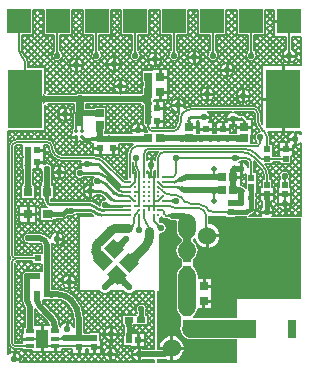
<source format=gtl>
G04 Layer_Physical_Order=1*
G04 Layer_Color=255*
%FSLAX24Y24*%
%MOIN*%
G70*
G01*
G75*
%ADD10C,0.0050*%
%ADD11C,0.0200*%
%ADD12C,0.0100*%
%ADD13C,0.0150*%
%ADD14C,0.0300*%
%ADD15C,0.0050*%
%ADD16C,0.0600*%
%ADD17C,0.0197*%
%ADD18C,0.0083*%
%ADD19R,0.0217X0.0217*%
%ADD20R,0.0205X0.0220*%
%ADD21R,0.0217X0.0217*%
%ADD22R,0.0220X0.0205*%
%ADD23R,0.0276X0.0118*%
%ADD24R,0.0394X0.0630*%
%ADD25R,0.0315X0.0315*%
G04:AMPARAMS|DCode=26|XSize=47.2mil|YSize=43.3mil|CornerRadius=0mil|HoleSize=0mil|Usage=FLASHONLY|Rotation=135.000|XOffset=0mil|YOffset=0mil|HoleType=Round|Shape=Rectangle|*
%AMROTATEDRECTD26*
4,1,4,0.0320,-0.0014,0.0014,-0.0320,-0.0320,0.0014,-0.0014,0.0320,0.0320,-0.0014,0.0*
%
%ADD26ROTATEDRECTD26*%

%ADD27R,0.0394X0.0197*%
%ADD28R,0.0283X0.0283*%
%ADD29R,0.0283X0.0283*%
%ADD30R,0.0276X0.0197*%
%ADD31R,0.0287X0.0291*%
%ADD32R,0.0291X0.0287*%
%ADD33R,0.0787X0.0787*%
%ADD34C,0.0134*%
%ADD35R,0.1181X0.1968*%
%ADD36R,0.0256X0.0256*%
%ADD37R,0.0291X0.0591*%
%ADD38C,0.0600*%
%ADD39C,0.0250*%
%ADD40C,0.0220*%
G36*
X3948Y5381D02*
X3953Y5379D01*
X3959Y5378D01*
X3968Y5376D01*
X3989Y5374D01*
X4035Y5373D01*
X4053Y5373D01*
Y5323D01*
X4035Y5322D01*
X3959Y5317D01*
X3953Y5316D01*
X3948Y5314D01*
X3945Y5312D01*
Y5383D01*
X3948Y5381D01*
D02*
G37*
G36*
X4162Y5315D02*
X4160Y5317D01*
X4157Y5318D01*
X4153Y5319D01*
X4148Y5320D01*
X4143Y5321D01*
X4130Y5322D01*
X4114Y5322D01*
X4105Y5323D01*
Y5373D01*
X4114Y5373D01*
X4148Y5375D01*
X4153Y5376D01*
X4157Y5377D01*
X4160Y5378D01*
X4162Y5380D01*
Y5315D01*
D02*
G37*
G36*
X8827Y5229D02*
X8673D01*
X8673Y5230D01*
X8674Y5232D01*
X8674Y5235D01*
X8675Y5263D01*
X8675Y5296D01*
X8825D01*
X8827Y5229D01*
D02*
G37*
G36*
X3462Y5424D02*
X3466Y5419D01*
X3472Y5414D01*
X3478Y5409D01*
X3485Y5406D01*
X3494Y5403D01*
X3503Y5401D01*
X3512Y5399D01*
X3523Y5398D01*
X3535Y5398D01*
X3499Y5298D01*
X3487Y5297D01*
X3456Y5295D01*
X3447Y5294D01*
X3431Y5291D01*
X3424Y5288D01*
X3418Y5286D01*
X3412Y5283D01*
X3458Y5430D01*
X3462Y5424D01*
D02*
G37*
G36*
X5264Y5315D02*
X5262Y5317D01*
X5259Y5318D01*
X5255Y5319D01*
X5251Y5320D01*
X5245Y5321D01*
X5232Y5322D01*
X5216Y5322D01*
X5211Y5323D01*
X5206Y5322D01*
X5172Y5320D01*
X5167Y5319D01*
X5163Y5318D01*
X5160Y5317D01*
X5158Y5315D01*
Y5380D01*
X5160Y5378D01*
X5163Y5377D01*
X5167Y5376D01*
X5172Y5375D01*
X5177Y5374D01*
X5190Y5373D01*
X5206Y5373D01*
X5211Y5373D01*
X5216Y5373D01*
X5251Y5375D01*
X5255Y5376D01*
X5259Y5377D01*
X5262Y5378D01*
X5264Y5380D01*
Y5315D01*
D02*
G37*
G36*
X5629Y5428D02*
X5619Y5438D01*
X5600Y5455D01*
X5590Y5461D01*
X5580Y5467D01*
X5571Y5472D01*
X5562Y5475D01*
X5553Y5478D01*
X5544Y5480D01*
X5535Y5480D01*
Y5530D01*
X5544Y5531D01*
X5553Y5532D01*
X5562Y5535D01*
X5571Y5538D01*
X5580Y5543D01*
X5590Y5549D01*
X5600Y5556D01*
X5609Y5563D01*
X5619Y5572D01*
X5629Y5582D01*
Y5428D01*
D02*
G37*
G36*
X5318Y5378D02*
X5321Y5377D01*
X5325Y5376D01*
X5329Y5375D01*
X5335Y5374D01*
X5348Y5373D01*
X5364Y5373D01*
X5373Y5373D01*
Y5323D01*
X5364Y5322D01*
X5329Y5320D01*
X5325Y5319D01*
X5321Y5318D01*
X5318Y5317D01*
X5316Y5315D01*
Y5380D01*
X5318Y5378D01*
D02*
G37*
G36*
X4533Y5477D02*
X4532Y5474D01*
X4531Y5470D01*
X4530Y5466D01*
X4529Y5460D01*
X4528Y5447D01*
X4528Y5431D01*
X4528Y5426D01*
X4528Y5421D01*
X4530Y5387D01*
X4531Y5382D01*
X4532Y5379D01*
X4533Y5376D01*
X4535Y5373D01*
X4477D01*
Y5315D01*
X4475Y5317D01*
X4472Y5318D01*
X4468Y5319D01*
X4463Y5320D01*
X4458Y5321D01*
X4445Y5322D01*
X4429Y5322D01*
X4424Y5323D01*
X4419Y5322D01*
X4384Y5320D01*
X4380Y5319D01*
X4376Y5318D01*
X4373Y5317D01*
X4371Y5315D01*
Y5380D01*
X4373Y5378D01*
X4376Y5377D01*
X4380Y5376D01*
X4384Y5375D01*
X4390Y5374D01*
X4403Y5373D01*
X4419Y5373D01*
X4424Y5373D01*
X4429Y5373D01*
X4463Y5375D01*
X4468Y5376D01*
X4472Y5377D01*
X4472Y5378D01*
X4473Y5379D01*
X4474Y5382D01*
X4475Y5387D01*
X4476Y5392D01*
X4477Y5405D01*
X4477Y5421D01*
X4477Y5426D01*
X4477Y5431D01*
X4475Y5466D01*
X4474Y5470D01*
X4473Y5474D01*
X4472Y5477D01*
X4470Y5479D01*
X4535D01*
X4533Y5477D01*
D02*
G37*
G36*
X5160Y5221D02*
X5163Y5220D01*
X5167Y5219D01*
X5172Y5218D01*
X5177Y5217D01*
X5190Y5216D01*
X5206Y5215D01*
X5215Y5215D01*
Y5165D01*
X5206Y5165D01*
X5172Y5162D01*
X5167Y5161D01*
X5163Y5160D01*
X5160Y5159D01*
X5158Y5158D01*
Y5222D01*
X5160Y5221D01*
D02*
G37*
G36*
X7440Y5080D02*
X7440Y5085D01*
X7438Y5089D01*
X7435Y5093D01*
X7432Y5096D01*
X7427Y5099D01*
X7422Y5101D01*
X7415Y5103D01*
X7407Y5104D01*
X7399Y5105D01*
X7389Y5105D01*
Y5155D01*
X7399Y5155D01*
X7407Y5156D01*
X7415Y5157D01*
X7422Y5159D01*
X7427Y5161D01*
X7432Y5164D01*
X7435Y5167D01*
X7438Y5171D01*
X7440Y5175D01*
X7440Y5180D01*
Y5080D01*
D02*
G37*
G36*
X2131Y5103D02*
X2130Y5103D01*
X2128Y5104D01*
X2125Y5104D01*
X2101Y5105D01*
X2070Y5105D01*
Y5255D01*
X2131Y5257D01*
Y5103D01*
D02*
G37*
G36*
X4162Y5000D02*
X4160Y5002D01*
X4157Y5003D01*
X4153Y5004D01*
X4148Y5005D01*
X4143Y5006D01*
X4130Y5007D01*
X4114Y5008D01*
X4105Y5008D01*
Y5058D01*
X4114Y5058D01*
X4148Y5060D01*
X4153Y5061D01*
X4157Y5062D01*
X4160Y5064D01*
X4162Y5065D01*
Y5000D01*
D02*
G37*
G36*
X7643Y5233D02*
X7647Y5227D01*
X7655Y5222D01*
X7665Y5218D01*
X7679Y5214D01*
X7695Y5211D01*
X7715Y5208D01*
X7763Y5206D01*
X7791Y5205D01*
Y5055D01*
X7763Y5055D01*
X7695Y5050D01*
X7679Y5047D01*
X7665Y5043D01*
X7655Y5039D01*
X7647Y5034D01*
X7643Y5028D01*
X7641Y5021D01*
Y5239D01*
X7643Y5233D01*
D02*
G37*
G36*
X4505Y5149D02*
X4501Y5148D01*
X4498Y5147D01*
X4494Y5145D01*
X4489Y5143D01*
X4484Y5140D01*
X4479Y5136D01*
X4468Y5127D01*
X4456Y5115D01*
X4426Y5156D01*
X4432Y5162D01*
X4460Y5193D01*
X4461Y5195D01*
X4462Y5197D01*
X4505Y5149D01*
D02*
G37*
G36*
X4162Y5158D02*
X4160Y5159D01*
X4157Y5160D01*
X4153Y5161D01*
X4148Y5162D01*
X4143Y5163D01*
X4130Y5164D01*
X4114Y5165D01*
X4105Y5165D01*
Y5215D01*
X4114Y5215D01*
X4148Y5218D01*
X4153Y5219D01*
X4157Y5220D01*
X4160Y5221D01*
X4162Y5222D01*
Y5158D01*
D02*
G37*
G36*
X4691Y5162D02*
X4690Y5159D01*
X4689Y5155D01*
X4688Y5151D01*
X4687Y5145D01*
X4686Y5132D01*
X4685Y5116D01*
X4685Y5107D01*
X4635D01*
X4635Y5116D01*
X4632Y5151D01*
X4631Y5155D01*
X4630Y5159D01*
X4629Y5162D01*
X4628Y5164D01*
X4692D01*
X4691Y5162D01*
D02*
G37*
G36*
X2287Y5259D02*
X2294Y5255D01*
X2301Y5252D01*
X2309Y5249D01*
X2317Y5246D01*
X2326Y5244D01*
X2336Y5242D01*
X2346Y5241D01*
X2368Y5240D01*
X2378Y5140D01*
X2367Y5140D01*
X2356Y5139D01*
X2346Y5137D01*
X2337Y5135D01*
X2328Y5133D01*
X2320Y5129D01*
X2313Y5126D01*
X2306Y5121D01*
X2300Y5116D01*
X2295Y5110D01*
X2281Y5264D01*
X2287Y5259D01*
D02*
G37*
G36*
X8307Y5520D02*
X8306Y5518D01*
X8306Y5515D01*
X8305Y5487D01*
X8305Y5454D01*
X8155D01*
X8153Y5521D01*
X8307D01*
X8307Y5520D01*
D02*
G37*
G36*
X4162Y5788D02*
X4160Y5789D01*
X4157Y5790D01*
X4153Y5791D01*
X4148Y5792D01*
X4143Y5793D01*
X4130Y5794D01*
X4114Y5795D01*
X4105Y5795D01*
Y5845D01*
X4114Y5845D01*
X4148Y5848D01*
X4153Y5849D01*
X4157Y5850D01*
X4160Y5851D01*
X4162Y5852D01*
Y5788D01*
D02*
G37*
G36*
X3860Y5883D02*
X3865Y5875D01*
X3871Y5868D01*
X3877Y5862D01*
X3884Y5857D01*
X3891Y5853D01*
X3899Y5850D01*
X3908Y5847D01*
X3917Y5846D01*
X3926Y5845D01*
X3893Y5798D01*
X3823Y5821D01*
X3856Y5891D01*
X3860Y5883D01*
D02*
G37*
G36*
X2954Y5902D02*
X2960Y5897D01*
X2967Y5893D01*
X2975Y5890D01*
X2983Y5887D01*
X2992Y5884D01*
X3002Y5882D01*
X3012Y5881D01*
X3023Y5880D01*
X3034Y5880D01*
Y5780D01*
X3023Y5780D01*
X3002Y5778D01*
X2992Y5776D01*
X2983Y5773D01*
X2975Y5770D01*
X2967Y5767D01*
X2960Y5763D01*
X2954Y5758D01*
X2949Y5753D01*
Y5907D01*
X2954Y5902D01*
D02*
G37*
G36*
X7132Y5759D02*
X7130Y5759D01*
X7126Y5759D01*
X7042Y5760D01*
X7037Y5748D01*
X7031Y5730D01*
X7026Y5708D01*
X7022Y5684D01*
X7017Y5631D01*
X7017Y5631D01*
X7019Y5624D01*
X7021Y5617D01*
X7024Y5612D01*
X7027Y5606D01*
X7031Y5602D01*
X7035Y5598D01*
X7040Y5595D01*
X7015D01*
X7015Y5562D01*
X6965D01*
X6965Y5595D01*
X6940D01*
X6945Y5598D01*
X6949Y5602D01*
X6953Y5606D01*
X6956Y5612D01*
X6959Y5617D01*
X6961Y5624D01*
X6962Y5628D01*
X6958Y5684D01*
X6954Y5708D01*
X6949Y5730D01*
X6943Y5748D01*
X6936Y5764D01*
X6928Y5777D01*
X6919Y5788D01*
X6990D01*
Y5960D01*
X7132Y5961D01*
Y5759D01*
D02*
G37*
G36*
X4162Y5945D02*
X4160Y5947D01*
X4157Y5948D01*
X4153Y5949D01*
X4148Y5950D01*
X4143Y5951D01*
X4130Y5952D01*
X4114Y5952D01*
X4105Y5952D01*
Y6002D01*
X4114Y6003D01*
X4148Y6005D01*
X4153Y6006D01*
X4157Y6007D01*
X4160Y6008D01*
X4162Y6010D01*
Y5945D01*
D02*
G37*
G36*
X3887Y5951D02*
X3872Y5967D01*
X3895Y6011D01*
X3918Y6018D01*
X3887Y5951D01*
D02*
G37*
G36*
X4533Y5949D02*
X4532Y5946D01*
X4531Y5943D01*
X4530Y5938D01*
X4529Y5933D01*
X4528Y5920D01*
X4528Y5904D01*
X4528Y5899D01*
X4528Y5894D01*
X4530Y5859D01*
X4531Y5855D01*
X4532Y5851D01*
X4533Y5848D01*
X4535Y5846D01*
X4477D01*
Y5794D01*
X4535D01*
X4533Y5792D01*
X4532Y5789D01*
X4531Y5785D01*
X4530Y5781D01*
X4529Y5775D01*
X4528Y5762D01*
X4528Y5746D01*
X4528Y5741D01*
X4528Y5736D01*
X4530Y5702D01*
X4531Y5697D01*
X4532Y5694D01*
X4533Y5691D01*
X4535Y5688D01*
X4470D01*
X4472Y5691D01*
X4473Y5694D01*
X4474Y5697D01*
X4475Y5702D01*
X4476Y5707D01*
X4477Y5720D01*
X4477Y5736D01*
X4477Y5741D01*
X4477Y5746D01*
X4475Y5781D01*
X4474Y5785D01*
X4473Y5789D01*
X4472Y5790D01*
X4472Y5790D01*
X4468Y5791D01*
X4463Y5792D01*
X4458Y5793D01*
X4445Y5794D01*
X4429Y5795D01*
X4424Y5795D01*
X4419Y5795D01*
X4384Y5792D01*
X4380Y5791D01*
X4376Y5790D01*
X4373Y5789D01*
X4371Y5788D01*
Y5852D01*
X4373Y5851D01*
X4376Y5850D01*
X4380Y5849D01*
X4384Y5848D01*
X4390Y5847D01*
X4403Y5846D01*
X4419Y5845D01*
X4424Y5845D01*
X4429Y5845D01*
X4463Y5848D01*
X4468Y5849D01*
X4472Y5850D01*
X4472Y5850D01*
X4473Y5851D01*
X4474Y5855D01*
X4475Y5859D01*
X4476Y5865D01*
X4477Y5878D01*
X4477Y5894D01*
X4477Y5899D01*
X4477Y5904D01*
X4475Y5938D01*
X4474Y5943D01*
X4473Y5946D01*
X4472Y5949D01*
X4470Y5952D01*
X4535D01*
X4533Y5949D01*
D02*
G37*
G36*
X5006D02*
X5005Y5946D01*
X5004Y5943D01*
X5003Y5938D01*
X5002Y5933D01*
X5001Y5920D01*
X5000Y5904D01*
X5000Y5899D01*
X5000Y5894D01*
X5003Y5859D01*
X5004Y5855D01*
X5005Y5851D01*
X5006Y5848D01*
X5007Y5846D01*
X4943D01*
X4944Y5848D01*
X4945Y5851D01*
X4946Y5855D01*
X4947Y5859D01*
X4948Y5865D01*
X4949Y5878D01*
X4950Y5894D01*
X4950Y5899D01*
X4950Y5904D01*
X4947Y5938D01*
X4946Y5943D01*
X4945Y5946D01*
X4944Y5949D01*
X4943Y5952D01*
X5007D01*
X5006Y5949D01*
D02*
G37*
G36*
Y5792D02*
X5005Y5789D01*
X5004Y5785D01*
X5003Y5781D01*
X5002Y5775D01*
X5001Y5762D01*
X5000Y5746D01*
X5000Y5741D01*
X5000Y5736D01*
X5003Y5702D01*
X5004Y5697D01*
X5005Y5694D01*
X5006Y5691D01*
X5007Y5688D01*
X4943D01*
X4944Y5691D01*
X4945Y5694D01*
X4946Y5697D01*
X4947Y5702D01*
X4948Y5707D01*
X4949Y5720D01*
X4950Y5736D01*
X4950Y5741D01*
X4950Y5746D01*
X4947Y5781D01*
X4946Y5785D01*
X4945Y5789D01*
X4944Y5792D01*
X4943Y5794D01*
X5007D01*
X5006Y5792D01*
D02*
G37*
G36*
X5318Y5536D02*
X5321Y5535D01*
X5325Y5534D01*
X5329Y5533D01*
X5335Y5532D01*
X5348Y5531D01*
X5364Y5530D01*
X5373Y5530D01*
Y5480D01*
X5364Y5480D01*
X5329Y5477D01*
X5325Y5476D01*
X5321Y5475D01*
X5318Y5474D01*
X5316Y5473D01*
Y5537D01*
X5318Y5536D01*
D02*
G37*
G36*
X8846Y5630D02*
X8842Y5625D01*
X8838Y5618D01*
X8834Y5607D01*
X8832Y5594D01*
X8829Y5577D01*
X8826Y5535D01*
X8825Y5481D01*
X8675D01*
X8675Y5510D01*
X8668Y5594D01*
X8666Y5607D01*
X8662Y5618D01*
X8658Y5625D01*
X8654Y5630D01*
X8649Y5631D01*
X8851D01*
X8846Y5630D01*
D02*
G37*
G36*
X4162Y5473D02*
X4160Y5474D01*
X4157Y5475D01*
X4153Y5476D01*
X4148Y5477D01*
X4143Y5478D01*
X4130Y5479D01*
X4114Y5480D01*
X4105Y5480D01*
Y5530D01*
X4114Y5530D01*
X4148Y5533D01*
X4153Y5534D01*
X4157Y5535D01*
X4160Y5536D01*
X4162Y5537D01*
Y5473D01*
D02*
G37*
G36*
X5006Y5635D02*
X5005Y5632D01*
X5004Y5628D01*
X5003Y5623D01*
X5002Y5618D01*
X5001Y5605D01*
X5000Y5589D01*
X5000Y5584D01*
X5000Y5579D01*
X5003Y5544D01*
X5004Y5540D01*
X5005Y5536D01*
X5005Y5535D01*
X5006Y5535D01*
X5010Y5534D01*
X5014Y5533D01*
X5020Y5532D01*
X5033Y5531D01*
X5049Y5530D01*
X5054Y5530D01*
X5059Y5530D01*
X5093Y5533D01*
X5098Y5534D01*
X5101Y5535D01*
X5104Y5536D01*
X5107Y5537D01*
Y5473D01*
X5104Y5474D01*
X5101Y5475D01*
X5098Y5476D01*
X5093Y5477D01*
X5088Y5478D01*
X5075Y5479D01*
X5059Y5480D01*
X5054Y5480D01*
X5049Y5480D01*
X5014Y5477D01*
X5010Y5476D01*
X5006Y5475D01*
X5005Y5475D01*
X5005Y5474D01*
X5004Y5470D01*
X5003Y5466D01*
X5002Y5460D01*
X5001Y5447D01*
X5000Y5431D01*
X5000Y5426D01*
X5000Y5421D01*
X5003Y5387D01*
X5004Y5382D01*
X5005Y5379D01*
X5005Y5378D01*
X5006Y5377D01*
X5010Y5376D01*
X5014Y5375D01*
X5020Y5374D01*
X5033Y5373D01*
X5049Y5373D01*
X5054Y5373D01*
X5059Y5373D01*
X5093Y5375D01*
X5098Y5376D01*
X5101Y5377D01*
X5104Y5378D01*
X5107Y5380D01*
Y5315D01*
X5104Y5317D01*
X5101Y5318D01*
X5098Y5319D01*
X5093Y5320D01*
X5088Y5321D01*
X5075Y5322D01*
X5059Y5322D01*
X5054Y5323D01*
X5049Y5322D01*
X5014Y5320D01*
X5010Y5319D01*
X5006Y5318D01*
X5005Y5317D01*
X5005Y5317D01*
X5004Y5313D01*
X5003Y5308D01*
X5002Y5303D01*
X5001Y5290D01*
X5000Y5274D01*
X5000Y5269D01*
X5000Y5264D01*
X5003Y5229D01*
X5004Y5225D01*
X5005Y5221D01*
X5006Y5218D01*
X5007Y5216D01*
X4943D01*
X4944Y5218D01*
X4945Y5221D01*
X4946Y5225D01*
X4947Y5229D01*
X4948Y5235D01*
X4949Y5248D01*
X4950Y5264D01*
X4950Y5269D01*
X4950Y5274D01*
X4947Y5308D01*
X4946Y5313D01*
X4945Y5317D01*
X4945Y5317D01*
X4944Y5318D01*
X4940Y5319D01*
X4936Y5320D01*
X4930Y5321D01*
X4917Y5322D01*
X4901Y5322D01*
X4896Y5323D01*
X4891Y5322D01*
X4857Y5320D01*
X4852Y5319D01*
X4848Y5318D01*
X4848Y5317D01*
X4847Y5317D01*
X4846Y5313D01*
X4845Y5308D01*
X4844Y5303D01*
X4843Y5290D01*
X4843Y5274D01*
X4843Y5269D01*
X4843Y5264D01*
X4845Y5229D01*
X4846Y5225D01*
X4847Y5221D01*
X4848Y5218D01*
X4850Y5216D01*
X4785D01*
X4787Y5218D01*
X4788Y5221D01*
X4789Y5225D01*
X4790Y5229D01*
X4791Y5235D01*
X4792Y5248D01*
X4792Y5264D01*
X4792Y5269D01*
X4792Y5274D01*
X4790Y5308D01*
X4789Y5313D01*
X4788Y5317D01*
X4787Y5317D01*
X4786Y5318D01*
X4783Y5319D01*
X4778Y5320D01*
X4773Y5321D01*
X4760Y5322D01*
X4744Y5322D01*
X4739Y5323D01*
X4734Y5322D01*
X4699Y5320D01*
X4695Y5319D01*
X4691Y5318D01*
X4688Y5317D01*
X4686Y5315D01*
Y5380D01*
X4688Y5378D01*
X4691Y5377D01*
X4695Y5376D01*
X4699Y5375D01*
X4705Y5374D01*
X4718Y5373D01*
X4734Y5373D01*
X4739Y5373D01*
X4744Y5373D01*
X4778Y5375D01*
X4783Y5376D01*
X4786Y5377D01*
X4789Y5378D01*
X4792Y5380D01*
Y5322D01*
X4843D01*
Y5380D01*
X4845Y5378D01*
X4848Y5377D01*
X4852Y5376D01*
X4857Y5375D01*
X4862Y5374D01*
X4875Y5373D01*
X4891Y5373D01*
X4896Y5373D01*
X4901Y5373D01*
X4936Y5375D01*
X4940Y5376D01*
X4944Y5377D01*
X4945Y5378D01*
X4945Y5379D01*
X4946Y5382D01*
X4947Y5387D01*
X4948Y5392D01*
X4949Y5405D01*
X4950Y5421D01*
X4950Y5426D01*
X4950Y5431D01*
X4947Y5466D01*
X4946Y5470D01*
X4945Y5474D01*
X4944Y5477D01*
X4943Y5479D01*
X5001D01*
Y5531D01*
X4943D01*
X4944Y5533D01*
X4945Y5536D01*
X4946Y5540D01*
X4947Y5544D01*
X4948Y5550D01*
X4949Y5563D01*
X4950Y5579D01*
X4950Y5584D01*
X4950Y5589D01*
X4947Y5623D01*
X4946Y5628D01*
X4945Y5632D01*
X4944Y5635D01*
X4943Y5637D01*
X5007D01*
X5006Y5635D01*
D02*
G37*
G36*
X4533D02*
X4532Y5632D01*
X4531Y5628D01*
X4530Y5623D01*
X4529Y5618D01*
X4528Y5605D01*
X4528Y5589D01*
X4528Y5584D01*
X4528Y5579D01*
X4530Y5544D01*
X4531Y5540D01*
X4532Y5536D01*
X4533Y5533D01*
X4535Y5531D01*
X4470D01*
X4472Y5533D01*
X4473Y5536D01*
X4474Y5540D01*
X4475Y5544D01*
X4476Y5550D01*
X4477Y5563D01*
X4477Y5579D01*
X4477Y5584D01*
X4477Y5589D01*
X4475Y5623D01*
X4474Y5628D01*
X4473Y5632D01*
X4472Y5635D01*
X4470Y5637D01*
X4535D01*
X4533Y5635D01*
D02*
G37*
G36*
X8331Y5854D02*
X8326Y5849D01*
X8321Y5842D01*
X8317Y5831D01*
X8313Y5818D01*
X8310Y5801D01*
X8308Y5782D01*
X8305Y5735D01*
X8307Y5679D01*
X8153D01*
X8153Y5680D01*
X8154Y5682D01*
X8154Y5685D01*
X8155Y5713D01*
X8155Y5719D01*
X8155Y5734D01*
X8150Y5801D01*
X8147Y5818D01*
X8143Y5831D01*
X8139Y5842D01*
X8134Y5849D01*
X8129Y5854D01*
X8123Y5855D01*
X8337D01*
X8331Y5854D01*
D02*
G37*
G36*
X9385Y5631D02*
X9381Y5629D01*
X9377Y5627D01*
X9374Y5623D01*
X9371Y5619D01*
X9369Y5613D01*
X9367Y5607D01*
X9366Y5599D01*
X9365Y5591D01*
X9365Y5590D01*
X9366Y5584D01*
X9367Y5575D01*
X9370Y5566D01*
X9373Y5557D01*
X9378Y5548D01*
X9384Y5538D01*
X9390Y5528D01*
X9398Y5519D01*
X9407Y5509D01*
X9417Y5499D01*
X9263D01*
X9273Y5509D01*
X9290Y5528D01*
X9296Y5538D01*
X9302Y5548D01*
X9307Y5557D01*
X9310Y5566D01*
X9313Y5575D01*
X9314Y5584D01*
X9315Y5590D01*
X9315Y5591D01*
X9314Y5599D01*
X9313Y5607D01*
X9311Y5613D01*
X9309Y5619D01*
X9306Y5623D01*
X9303Y5627D01*
X9299Y5629D01*
X9295Y5631D01*
X9290Y5631D01*
X9390D01*
X9385Y5631D01*
D02*
G37*
G36*
X1483Y5739D02*
X1479Y5729D01*
X1476Y5716D01*
X1473Y5699D01*
X1469Y5659D01*
X1515D01*
X1505Y5658D01*
X1497Y5655D01*
X1489Y5650D01*
X1483Y5643D01*
X1477Y5634D01*
X1473Y5623D01*
X1469Y5609D01*
X1467Y5594D01*
X1466Y5579D01*
X1465Y5529D01*
X1365D01*
X1365Y5566D01*
X1363Y5591D01*
X1363Y5594D01*
X1360Y5609D01*
X1357Y5623D01*
X1352Y5634D01*
X1347Y5643D01*
X1340Y5650D01*
X1333Y5655D01*
X1324Y5658D01*
X1315Y5659D01*
X1359D01*
X1357Y5699D01*
X1354Y5716D01*
X1351Y5729D01*
X1347Y5739D01*
X1342Y5745D01*
X1487D01*
X1483Y5739D01*
D02*
G37*
G36*
X1774Y1311D02*
X1777Y1281D01*
X1779Y1268D01*
X1783Y1258D01*
X1787Y1249D01*
X1791Y1242D01*
X1797Y1238D01*
X1803Y1235D01*
X1810Y1234D01*
X1537D01*
X1544Y1235D01*
X1550Y1238D01*
X1555Y1242D01*
X1560Y1249D01*
X1564Y1258D01*
X1568Y1268D01*
X1570Y1281D01*
X1572Y1295D01*
X1573Y1311D01*
X1573Y1329D01*
X1773D01*
X1774Y1311D01*
D02*
G37*
G36*
X4268Y1441D02*
X4258Y1437D01*
X4249Y1429D01*
X4241Y1419D01*
X4234Y1405D01*
X4228Y1389D01*
X4224Y1369D01*
X4221Y1347D01*
X4219Y1321D01*
X4218Y1293D01*
X4068D01*
X4068Y1321D01*
X4063Y1369D01*
X4059Y1389D01*
X4053Y1405D01*
X4046Y1419D01*
X4038Y1429D01*
X4029Y1437D01*
X4019Y1441D01*
X4007Y1443D01*
X4280D01*
X4268Y1441D01*
D02*
G37*
G36*
X4219Y1089D02*
X4224Y1021D01*
X4226Y1005D01*
X4230Y991D01*
X4234Y981D01*
X4239Y973D01*
X4244Y969D01*
X4251Y967D01*
X4036D01*
X4042Y969D01*
X4048Y973D01*
X4053Y981D01*
X4057Y991D01*
X4060Y1005D01*
X4063Y1021D01*
X4066Y1041D01*
X4068Y1089D01*
X4068Y1117D01*
X4218D01*
X4219Y1089D01*
D02*
G37*
G36*
X2899Y831D02*
X2781Y830D01*
Y830D01*
X2740Y830D01*
X2699Y830D01*
Y830D01*
X2581Y831D01*
Y1049D01*
X2583Y1045D01*
X2589Y1042D01*
X2599Y1039D01*
X2613Y1036D01*
X2631Y1034D01*
X2679Y1031D01*
X2744Y1030D01*
X2881Y1039D01*
X2891Y1042D01*
X2897Y1045D01*
X2899Y1049D01*
Y831D01*
D02*
G37*
G36*
X1527Y2496D02*
X1533Y2495D01*
X1543Y2493D01*
X1575Y2492D01*
X1725Y2490D01*
Y2290D01*
X1525Y2283D01*
Y2497D01*
X1527Y2496D01*
D02*
G37*
G36*
X1524Y2891D02*
X1523Y2885D01*
X1522Y2875D01*
X1520Y2731D01*
X1520Y2697D01*
X1525Y2497D01*
X1310D01*
X1312Y2499D01*
X1314Y2505D01*
X1315Y2515D01*
X1317Y2529D01*
X1320Y2625D01*
X1320Y2693D01*
X1310Y2893D01*
X1525D01*
X1524Y2891D01*
D02*
G37*
G36*
X4637Y1834D02*
X4636Y1832D01*
X4636Y1828D01*
X4635Y1801D01*
X4635Y1783D01*
X4636Y1759D01*
X4641Y1711D01*
X4645Y1691D01*
X4650Y1675D01*
X4657Y1661D01*
X4665Y1651D01*
X4674Y1643D01*
X4685Y1639D01*
X4697Y1637D01*
X4423D01*
X4435Y1639D01*
X4446Y1643D01*
X4455Y1651D01*
X4463Y1661D01*
X4470Y1675D01*
X4475Y1691D01*
X4479Y1711D01*
X4483Y1733D01*
X4484Y1759D01*
X4485Y1776D01*
X4483Y1835D01*
X4637D01*
X4637Y1834D01*
D02*
G37*
G36*
X1208Y2282D02*
X1206Y2279D01*
X1205Y2274D01*
X1203Y2266D01*
X1202Y2257D01*
X1200Y2217D01*
X1200Y2180D01*
X1000D01*
X995Y2283D01*
X1210D01*
X1208Y2282D01*
D02*
G37*
G36*
X1066Y870D02*
X1065Y875D01*
X1063Y879D01*
X1061Y883D01*
X1057Y886D01*
X1053Y889D01*
X1047Y891D01*
X1040Y893D01*
X1033Y894D01*
X1024Y895D01*
X1024Y895D01*
X1024Y895D01*
X1015Y894D01*
X1008Y893D01*
X1001Y891D01*
X996Y889D01*
X991Y886D01*
X988Y883D01*
X985Y879D01*
X984Y875D01*
X983Y870D01*
Y970D01*
X984Y965D01*
X985Y961D01*
X988Y957D01*
X991Y954D01*
X996Y951D01*
X1001Y949D01*
X1008Y947D01*
X1015Y946D01*
X1024Y945D01*
X1024Y945D01*
X1024Y945D01*
X1033Y946D01*
X1040Y947D01*
X1047Y949D01*
X1053Y951D01*
X1057Y954D01*
X1061Y957D01*
X1063Y961D01*
X1065Y965D01*
X1066Y970D01*
Y870D01*
D02*
G37*
G36*
X2380Y614D02*
X2380Y619D01*
X2378Y623D01*
X2375Y627D01*
X2372Y630D01*
X2367Y633D01*
X2362Y635D01*
X2355Y637D01*
X2347Y638D01*
X2339Y639D01*
X2329Y639D01*
Y689D01*
X2339Y689D01*
X2347Y690D01*
X2355Y691D01*
X2362Y693D01*
X2367Y695D01*
X2372Y698D01*
X2375Y701D01*
X2378Y705D01*
X2380Y709D01*
X2380Y714D01*
Y614D01*
D02*
G37*
G36*
X2580Y709D02*
X2582Y705D01*
X2585Y701D01*
X2588Y698D01*
X2593Y695D01*
X2598Y693D01*
X2605Y691D01*
X2613Y690D01*
X2621Y689D01*
X2631Y689D01*
Y639D01*
X2621Y639D01*
X2613Y638D01*
X2605Y637D01*
X2598Y635D01*
X2593Y633D01*
X2588Y630D01*
X2585Y627D01*
X2582Y623D01*
X2580Y619D01*
X2580Y614D01*
Y714D01*
X2580Y709D01*
D02*
G37*
G36*
X711Y614D02*
X711Y619D01*
X709Y623D01*
X707Y627D01*
X703Y630D01*
X698Y633D01*
X693Y635D01*
X686Y637D01*
X678Y638D01*
X670Y639D01*
X660Y639D01*
Y689D01*
X670Y689D01*
X678Y690D01*
X686Y691D01*
X693Y693D01*
X698Y695D01*
X703Y698D01*
X707Y701D01*
X709Y705D01*
X711Y709D01*
X711Y714D01*
Y614D01*
D02*
G37*
G36*
X1810Y709D02*
X1812Y705D01*
X1814Y701D01*
X1818Y698D01*
X1822Y695D01*
X1828Y693D01*
X1834Y691D01*
X1842Y690D01*
X1850Y689D01*
X1860Y689D01*
Y639D01*
X1850Y639D01*
X1842Y638D01*
X1834Y637D01*
X1828Y635D01*
X1822Y633D01*
X1818Y630D01*
X1814Y627D01*
X1812Y623D01*
X1810Y619D01*
X1810Y614D01*
Y714D01*
X1810Y709D01*
D02*
G37*
G36*
X2581Y1049D02*
X2379D01*
Y831D01*
X2179Y830D01*
Y1030D01*
X2217Y1030D01*
X2361Y1039D01*
X2371Y1042D01*
X2377Y1045D01*
X2379Y1049D01*
X2379Y1051D01*
X2379Y1057D01*
X2380Y1249D01*
X2580D01*
X2581Y1049D01*
D02*
G37*
G36*
X1810Y965D02*
X1812Y961D01*
X1814Y957D01*
X1818Y954D01*
X1822Y951D01*
X1828Y949D01*
X1834Y947D01*
X1842Y946D01*
X1850Y945D01*
X1860Y945D01*
Y895D01*
X1850Y895D01*
X1842Y894D01*
X1834Y893D01*
X1828Y891D01*
X1822Y889D01*
X1818Y886D01*
X1814Y883D01*
X1812Y879D01*
X1810Y875D01*
X1810Y870D01*
Y970D01*
X1810Y965D01*
D02*
G37*
G36*
X2900Y614D02*
X2900Y619D01*
X2898Y623D01*
X2895Y627D01*
X2892Y630D01*
X2887Y633D01*
X2882Y635D01*
X2875Y637D01*
X2867Y638D01*
X2859Y639D01*
X2849Y639D01*
Y689D01*
X2859Y689D01*
X2867Y690D01*
X2875Y691D01*
X2882Y693D01*
X2887Y695D01*
X2892Y698D01*
X2895Y701D01*
X2898Y705D01*
X2900Y709D01*
X2900Y714D01*
Y614D01*
D02*
G37*
G36*
X1538D02*
X1537Y619D01*
X1536Y623D01*
X1533Y627D01*
X1530Y630D01*
X1525Y633D01*
X1520Y635D01*
X1513Y637D01*
X1505Y638D01*
X1497Y639D01*
X1496Y639D01*
X1496Y639D01*
X1488Y638D01*
X1480Y637D01*
X1474Y635D01*
X1468Y633D01*
X1464Y630D01*
X1460Y627D01*
X1458Y623D01*
X1456Y619D01*
X1456Y614D01*
Y714D01*
X1456Y709D01*
X1458Y705D01*
X1460Y701D01*
X1464Y698D01*
X1468Y695D01*
X1474Y693D01*
X1480Y691D01*
X1488Y690D01*
X1496Y689D01*
X1496Y689D01*
X1497Y689D01*
X1505Y690D01*
X1513Y691D01*
X1520Y693D01*
X1525Y695D01*
X1530Y698D01*
X1533Y701D01*
X1536Y705D01*
X1537Y709D01*
X1538Y714D01*
Y614D01*
D02*
G37*
G36*
X4048Y2998D02*
X4041Y2982D01*
X4037Y2964D01*
X4038Y2945D01*
X4043Y2924D01*
X4052Y2902D01*
X4066Y2879D01*
X4083Y2854D01*
X4106Y2828D01*
X4132Y2800D01*
X3990Y2659D01*
X3963Y2685D01*
X3936Y2707D01*
X3911Y2725D01*
X3888Y2738D01*
X3866Y2748D01*
X3845Y2753D01*
X3826Y2754D01*
X3809Y2750D01*
X3792Y2742D01*
X3777Y2730D01*
X4060Y3013D01*
X4048Y2998D01*
D02*
G37*
G36*
X5112Y4744D02*
X5119Y4739D01*
X5128Y4734D01*
X5137Y4730D01*
X5147Y4727D01*
X5157Y4724D01*
X5169Y4722D01*
X5181Y4721D01*
X5195Y4720D01*
X5209Y4720D01*
X5100Y4611D01*
X5100Y4625D01*
X5098Y4651D01*
X5096Y4663D01*
X5093Y4673D01*
X5090Y4683D01*
X5086Y4692D01*
X5081Y4701D01*
X5076Y4708D01*
X5070Y4715D01*
X5105Y4750D01*
X5112Y4744D01*
D02*
G37*
G36*
X1572Y5202D02*
X1576Y5189D01*
X1584Y5178D01*
X1594Y5168D01*
X1608Y5160D01*
X1624Y5153D01*
X1644Y5148D01*
X1667Y5144D01*
X1693Y5142D01*
X1721Y5141D01*
Y4991D01*
X1693Y4990D01*
X1667Y4988D01*
X1644Y4984D01*
X1624Y4979D01*
X1608Y4972D01*
X1594Y4964D01*
X1584Y4954D01*
X1576Y4943D01*
X1572Y4930D01*
X1570Y4916D01*
Y5216D01*
X1572Y5202D01*
D02*
G37*
G36*
X6746Y4564D02*
X6747Y4555D01*
X6750Y4546D01*
X6753Y4537D01*
X6758Y4528D01*
X6764Y4518D01*
X6770Y4508D01*
X6778Y4499D01*
X6787Y4489D01*
X6797Y4479D01*
X6643D01*
X6653Y4489D01*
X6670Y4508D01*
X6676Y4518D01*
X6682Y4528D01*
X6687Y4537D01*
X6690Y4546D01*
X6693Y4555D01*
X6694Y4564D01*
X6695Y4573D01*
X6745D01*
X6746Y4564D01*
D02*
G37*
G36*
X4528Y4687D02*
X4530Y4678D01*
X4532Y4669D01*
X4536Y4660D01*
X4541Y4650D01*
X4546Y4641D01*
X4553Y4631D01*
X4561Y4621D01*
X4570Y4611D01*
X4580Y4601D01*
X4426D01*
X4435Y4611D01*
X4452Y4631D01*
X4459Y4641D01*
X4465Y4650D01*
X4469Y4660D01*
X4473Y4669D01*
X4475Y4678D01*
X4477Y4687D01*
X4478Y4696D01*
X4528D01*
X4528Y4687D01*
D02*
G37*
G36*
X5006Y5005D02*
X5005Y5002D01*
X5004Y4998D01*
X5003Y4993D01*
X5002Y4988D01*
X5001Y4975D01*
X5000Y4959D01*
X5000Y4950D01*
X4950D01*
X4950Y4959D01*
X4947Y4993D01*
X4946Y4998D01*
X4945Y5002D01*
X4944Y5005D01*
X4943Y5007D01*
X5007D01*
X5006Y5005D01*
D02*
G37*
G36*
X8093Y4971D02*
X8110Y4946D01*
X8134Y4929D01*
X8164Y4924D01*
X8569D01*
X8598Y4929D01*
X8623Y4946D01*
X8668Y4952D01*
X8750Y4936D01*
X8832Y4952D01*
X8877Y4946D01*
X8902Y4929D01*
X8931Y4924D01*
X9688D01*
X9688Y4924D01*
X9688Y4924D01*
X9875D01*
X9898Y4905D01*
Y2250D01*
X7750D01*
Y1601D01*
X6338D01*
X6296Y1619D01*
X6296Y1682D01*
X6346Y1720D01*
X6402Y1793D01*
X6438Y1879D01*
X6444Y1928D01*
X6600D01*
Y2170D01*
X6650D01*
Y2220D01*
X6892D01*
Y2379D01*
X6904Y2424D01*
X6904D01*
X6904Y2424D01*
Y2620D01*
X6660D01*
Y2670D01*
X6610D01*
Y2916D01*
X6450D01*
Y3010D01*
X6438Y3101D01*
X6402Y3187D01*
X6346Y3260D01*
X6288Y3304D01*
X6288Y3393D01*
X6288Y3443D01*
Y3565D01*
X6340Y3605D01*
X6346Y3611D01*
X6402Y3684D01*
X6438Y3769D01*
X6450Y3861D01*
X6438Y3952D01*
X6402Y4037D01*
X6346Y4110D01*
X6278Y4163D01*
Y4232D01*
X6327Y4270D01*
X6380Y4248D01*
X6380Y4246D01*
X6421Y4148D01*
X6485Y4065D01*
X6568Y4001D01*
X6666Y3960D01*
X6720Y3953D01*
Y4350D01*
X6770D01*
Y4400D01*
X7167D01*
X7160Y4454D01*
X7119Y4552D01*
X7055Y4635D01*
X6972Y4699D01*
X6874Y4740D01*
X6796Y4750D01*
Y5000D01*
X7388D01*
Y4970D01*
X7627D01*
X7629Y4969D01*
X7635Y4970D01*
X7641Y4967D01*
X7648Y4970D01*
X7692D01*
Y4994D01*
X7702Y4996D01*
X7752Y5000D01*
X8087D01*
X8093Y4971D01*
D02*
G37*
G36*
X5538Y4942D02*
X5524Y4952D01*
X5510Y4961D01*
X5495Y4969D01*
X5480Y4976D01*
X5465Y4982D01*
X5449Y4986D01*
X5432Y4990D01*
X5415Y4993D01*
X5398Y4994D01*
X5380Y4995D01*
Y5045D01*
X5398Y5046D01*
X5415Y5047D01*
X5432Y5050D01*
X5449Y5054D01*
X5465Y5058D01*
X5480Y5064D01*
X5495Y5071D01*
X5510Y5079D01*
X5524Y5088D01*
X5538Y5098D01*
Y4942D01*
D02*
G37*
G36*
X4533Y5005D02*
X4532Y5002D01*
X4531Y4998D01*
X4530Y4993D01*
X4529Y4988D01*
X4528Y4975D01*
X4528Y4959D01*
X4528Y4950D01*
X4478D01*
X4477Y4959D01*
X4475Y4993D01*
X4474Y4998D01*
X4473Y5002D01*
X4472Y5005D01*
X4470Y5007D01*
X4535D01*
X4533Y5005D01*
D02*
G37*
G36*
X5283Y4983D02*
X5327Y4953D01*
X5371Y4944D01*
X5378Y4941D01*
X5395Y4940D01*
X5409Y4939D01*
X5422Y4937D01*
X5435Y4934D01*
X5448Y4930D01*
X5460Y4926D01*
X5471Y4921D01*
X5482Y4914D01*
X5493Y4907D01*
X5505Y4898D01*
X5516Y4896D01*
X5541Y4879D01*
X5600Y4867D01*
X5721D01*
X5753Y4829D01*
X5747Y4780D01*
Y4537D01*
X5759Y4445D01*
X5794Y4360D01*
X5850Y4287D01*
X5922Y4232D01*
Y4167D01*
X5920Y4167D01*
X5847Y4110D01*
X5840Y4104D01*
X5784Y4031D01*
X5749Y3946D01*
X5737Y3854D01*
X5749Y3763D01*
X5784Y3678D01*
X5840Y3605D01*
X5905Y3555D01*
X5905Y3403D01*
X5905Y3353D01*
Y3304D01*
X5847Y3260D01*
X5791Y3187D01*
X5756Y3101D01*
X5743Y3010D01*
Y1970D01*
X5756Y1879D01*
X5791Y1793D01*
X5847Y1720D01*
X5904Y1676D01*
X5904Y1619D01*
X5904Y1569D01*
Y1401D01*
X5879Y1339D01*
X5867Y1248D01*
X5879Y1157D01*
X5914Y1072D01*
X5970Y998D01*
X6043Y942D01*
X6129Y907D01*
X6220Y895D01*
X7750D01*
Y102D01*
X5105D01*
X5076Y142D01*
X5076Y142D01*
Y215D01*
X5095Y237D01*
X5370D01*
X5398Y243D01*
X5476Y210D01*
X5530Y203D01*
Y550D01*
X5152D01*
X5146Y543D01*
X5116D01*
X5076Y566D01*
X5076Y566D01*
Y709D01*
X5076Y709D01*
X5076Y709D01*
Y778D01*
X5076Y778D01*
X5076Y778D01*
Y921D01*
X5076Y921D01*
X5076Y921D01*
Y991D01*
X5076Y991D01*
X5076Y991D01*
Y1133D01*
X5076Y1133D01*
X5076Y1133D01*
Y1346D01*
X5076Y1346D01*
X5076Y1346D01*
Y1558D01*
X5076Y1558D01*
X5076Y1558D01*
Y1839D01*
X5076Y1839D01*
X5076Y1839D01*
Y2500D01*
X5150D01*
Y4419D01*
X5189Y4451D01*
X5210Y4447D01*
X5272Y4459D01*
X5325Y4495D01*
X5361Y4548D01*
X5373Y4610D01*
X5361Y4672D01*
X5325Y4725D01*
X5272Y4761D01*
X5213Y4772D01*
X5210Y4774D01*
X5197Y4774D01*
X5186Y4775D01*
X5177Y4776D01*
X5169Y4777D01*
X5162Y4779D01*
X5156Y4781D01*
X5152Y4783D01*
X5150Y4784D01*
Y4943D01*
X5168Y4947D01*
X5198Y4967D01*
X5218Y4997D01*
X5219Y5000D01*
X5271D01*
X5283Y4983D01*
D02*
G37*
G36*
X1526Y3481D02*
X1525Y3475D01*
X1523Y3465D01*
X1522Y3433D01*
X1520Y3299D01*
X1525Y3107D01*
X1310D01*
X1312Y3109D01*
X1314Y3115D01*
X1315Y3125D01*
X1317Y3139D01*
X1320Y3235D01*
X1320Y3286D01*
X1313Y3483D01*
X1527D01*
X1526Y3481D01*
D02*
G37*
G36*
X3206Y3855D02*
X3211Y3843D01*
X3218Y3833D01*
X3224Y3825D01*
X3230Y3820D01*
X3237Y3817D01*
X3244Y3816D01*
X3251Y3818D01*
X3259Y3822D01*
X3266Y3829D01*
X2962Y3524D01*
X2968Y3534D01*
X2971Y3549D01*
X2972Y3568D01*
X2970Y3593D01*
X2965Y3623D01*
X2957Y3657D01*
X2934Y3742D01*
X2901Y3846D01*
X3200Y3870D01*
X3206Y3855D01*
D02*
G37*
G36*
X3744Y2744D02*
X3729Y2756D01*
X3712Y2764D01*
X3695Y2767D01*
X3675Y2767D01*
X3655Y2762D01*
X3633Y2752D01*
X3609Y2739D01*
X3585Y2721D01*
X3558Y2699D01*
X3531Y2673D01*
X3389Y2814D01*
X3415Y2842D01*
X3438Y2868D01*
X3455Y2893D01*
X3469Y2916D01*
X3478Y2938D01*
X3483Y2959D01*
X3484Y2978D01*
X3480Y2996D01*
X3473Y3012D01*
X3461Y3027D01*
X3744Y2744D01*
D02*
G37*
G36*
X995Y2893D02*
X993Y2894D01*
X987Y2895D01*
X977Y2897D01*
X945Y2898D01*
X795Y2900D01*
Y3100D01*
X995Y3107D01*
Y2893D01*
D02*
G37*
G36*
X4605Y3693D02*
X4566Y3652D01*
X4503Y3579D01*
X4481Y3547D01*
X4463Y3517D01*
X4452Y3491D01*
X4446Y3467D01*
X4446Y3446D01*
X4451Y3428D01*
X4462Y3413D01*
X4129Y3745D01*
X4141Y3737D01*
X4156Y3735D01*
X4175Y3738D01*
X4196Y3746D01*
X4221Y3759D01*
X4249Y3778D01*
X4280Y3802D01*
X4353Y3866D01*
X4393Y3905D01*
X4605Y3693D01*
D02*
G37*
G36*
X4059Y4098D02*
X4033Y4070D01*
X4011Y4044D01*
X3994Y4020D01*
X3980Y3996D01*
X3971Y3974D01*
X3966Y3954D01*
X3965Y3935D01*
X3969Y3917D01*
X3976Y3901D01*
X3988Y3886D01*
X3706Y4169D01*
X3721Y4157D01*
X3737Y4149D01*
X3755Y4145D01*
X3774Y4146D01*
X3794Y4151D01*
X3816Y4160D01*
X3839Y4174D01*
X3864Y4191D01*
X3890Y4213D01*
X3918Y4239D01*
X4059Y4098D01*
D02*
G37*
G36*
X999Y3540D02*
X999Y3545D01*
X997Y3549D01*
X995Y3553D01*
X991Y3556D01*
X986Y3559D01*
X981Y3561D01*
X974Y3563D01*
X966Y3564D01*
X958Y3565D01*
X948Y3565D01*
Y3615D01*
X958Y3615D01*
X966Y3616D01*
X974Y3617D01*
X981Y3619D01*
X986Y3621D01*
X991Y3624D01*
X995Y3627D01*
X997Y3631D01*
X999Y3635D01*
X999Y3640D01*
Y3540D01*
D02*
G37*
G36*
X1527Y3697D02*
X1313D01*
X1314Y3699D01*
X1315Y3705D01*
X1317Y3715D01*
X1318Y3747D01*
X1320Y3897D01*
X1520D01*
X1527Y3697D01*
D02*
G37*
G36*
X886Y6132D02*
X890Y6068D01*
X894Y6042D01*
X899Y6020D01*
X905Y6002D01*
X913Y5988D01*
X921Y5978D01*
X931Y5972D01*
X941Y5970D01*
X629D01*
X639Y5972D01*
X649Y5978D01*
X657Y5988D01*
X665Y6002D01*
X671Y6020D01*
X676Y6042D01*
X680Y6068D01*
X683Y6098D01*
X685Y6170D01*
X885D01*
X886Y6132D01*
D02*
G37*
G36*
X7704Y8322D02*
X7710Y8317D01*
X7717Y8313D01*
X7725Y8310D01*
X7733Y8307D01*
X7742Y8304D01*
X7752Y8302D01*
X7762Y8301D01*
X7773Y8300D01*
X7784Y8300D01*
Y8200D01*
X7773Y8200D01*
X7752Y8198D01*
X7742Y8196D01*
X7733Y8193D01*
X7725Y8190D01*
X7717Y8187D01*
X7710Y8183D01*
X7704Y8178D01*
X7699Y8173D01*
Y8327D01*
X7704Y8322D01*
D02*
G37*
G36*
X6565Y8220D02*
X6560Y8226D01*
X6554Y8231D01*
X6547Y8236D01*
X6540Y8239D01*
X6532Y8243D01*
X6523Y8245D01*
X6514Y8247D01*
X6504Y8249D01*
X6493Y8250D01*
X6482Y8250D01*
X6492Y8350D01*
X6503Y8350D01*
X6524Y8352D01*
X6534Y8354D01*
X6543Y8356D01*
X6551Y8359D01*
X6559Y8362D01*
X6566Y8365D01*
X6573Y8369D01*
X6579Y8374D01*
X6565Y8220D01*
D02*
G37*
G36*
X6191Y8169D02*
X6192Y8160D01*
X6194Y8152D01*
X6198Y8144D01*
X6202Y8138D01*
X6208Y8133D01*
X6215Y8129D01*
X6222Y8126D01*
X6230Y8125D01*
X6240Y8124D01*
X6040D01*
X6050Y8125D01*
X6058Y8126D01*
X6065Y8129D01*
X6072Y8133D01*
X6077Y8138D01*
X6082Y8144D01*
X6086Y8152D01*
X6088Y8160D01*
X6090Y8169D01*
X6090Y8180D01*
X6190D01*
X6191Y8169D01*
D02*
G37*
G36*
X8041Y8161D02*
X8042Y8154D01*
X8044Y8147D01*
X8048Y8141D01*
X8052Y8136D01*
X8058Y8132D01*
X8065Y8128D01*
X8072Y8126D01*
X8080Y8125D01*
X8090Y8124D01*
X7890D01*
X7900Y8125D01*
X7908Y8126D01*
X7915Y8128D01*
X7922Y8132D01*
X7928Y8136D01*
X7932Y8141D01*
X7936Y8147D01*
X7938Y8154D01*
X7940Y8161D01*
X7940Y8170D01*
X8040D01*
X8041Y8161D01*
D02*
G37*
G36*
X4831Y8999D02*
X4944D01*
X4936Y8999D01*
X4929Y8996D01*
X4923Y8992D01*
X4918Y8987D01*
X4913Y8980D01*
X4910Y8971D01*
X4907Y8961D01*
X4905Y8949D01*
X4904Y8935D01*
X4903Y8920D01*
X4891Y8901D01*
X4903D01*
X4909Y8701D01*
X4757D01*
X4703Y8620D01*
X4701Y8658D01*
X4695Y8692D01*
X4692Y8701D01*
X4691D01*
X4692Y8702D01*
X4685Y8722D01*
X4671Y8748D01*
X4653Y8770D01*
X4631Y8788D01*
X4605Y8802D01*
X4575Y8812D01*
X4541Y8818D01*
X4503Y8820D01*
Y9020D01*
X4541Y9021D01*
X4575Y9025D01*
X4605Y9031D01*
X4631Y9039D01*
X4653Y9050D01*
X4671Y9063D01*
X4685Y9079D01*
X4695Y9097D01*
X4701Y9117D01*
X4703Y9140D01*
X4831Y8999D01*
D02*
G37*
G36*
X1290Y9091D02*
X1296Y9074D01*
X1306Y9059D01*
X1320Y9046D01*
X1338Y9035D01*
X1361Y9026D01*
X1387Y9019D01*
X1417Y9014D01*
X1451Y9011D01*
X1489Y9010D01*
Y8810D01*
X1451Y8809D01*
X1417Y8806D01*
X1387Y8801D01*
X1361Y8794D01*
X1338Y8785D01*
X1320Y8774D01*
X1306Y8761D01*
X1296Y8746D01*
X1290Y8729D01*
X1288Y8710D01*
Y9110D01*
X1290Y9091D01*
D02*
G37*
G36*
X4907Y8497D02*
X4906Y8491D01*
X4904Y8481D01*
X4902Y8449D01*
X4902Y8436D01*
X4909Y8281D01*
X4691D01*
X4693Y8283D01*
X4694Y8289D01*
X4696Y8299D01*
X4698Y8331D01*
X4698Y8344D01*
X4691Y8499D01*
X4909D01*
X4907Y8497D01*
D02*
G37*
G36*
X3053Y8307D02*
X3051Y8312D01*
X3045Y8317D01*
X3035Y8321D01*
X3021Y8324D01*
X3003Y8327D01*
X2981Y8329D01*
X2891Y8333D01*
X2853Y8334D01*
Y8534D01*
X2891Y8534D01*
X3021Y8543D01*
X3035Y8547D01*
X3045Y8551D01*
X3051Y8555D01*
X3053Y8560D01*
Y8307D01*
D02*
G37*
G36*
X4869Y8105D02*
X4852Y8077D01*
X4845Y8063D01*
X4839Y8049D01*
X4834Y8035D01*
X4830Y8021D01*
X4827Y8007D01*
X4826Y7994D01*
X4825Y7980D01*
X4775D01*
X4774Y7994D01*
X4773Y8007D01*
X4770Y8021D01*
X4766Y8035D01*
X4761Y8049D01*
X4755Y8063D01*
X4748Y8077D01*
X4740Y8091D01*
X4731Y8105D01*
X4721Y8119D01*
X4879D01*
X4869Y8105D01*
D02*
G37*
G36*
X2695Y7615D02*
X2625Y7545D01*
X2619Y7550D01*
X2600Y7567D01*
X2596Y7570D01*
X2593Y7572D01*
X2590Y7573D01*
X2587Y7574D01*
X2585Y7575D01*
X2654Y7655D01*
X2695Y7615D01*
D02*
G37*
G36*
X3509Y7471D02*
X3507Y7473D01*
X3501Y7474D01*
X3491Y7476D01*
X3459Y7478D01*
X3438Y7478D01*
X3281Y7471D01*
Y7689D01*
X3283Y7687D01*
X3289Y7686D01*
X3299Y7684D01*
X3331Y7682D01*
X3352Y7682D01*
X3509Y7689D01*
Y7471D01*
D02*
G37*
G36*
X5264Y7696D02*
X5270Y7695D01*
X5280Y7693D01*
X5312Y7692D01*
X5462Y7690D01*
Y7490D01*
X5262Y7483D01*
Y7697D01*
X5264Y7696D01*
D02*
G37*
G36*
X3080Y7640D02*
X3081Y7640D01*
X3094Y7643D01*
X3103Y7647D01*
X3109Y7651D01*
Y7509D01*
X3103Y7513D01*
X3094Y7517D01*
X3081Y7520D01*
X3080Y7520D01*
Y7480D01*
X3079Y7490D01*
X3076Y7498D01*
X3071Y7505D01*
X3064Y7512D01*
X3055Y7517D01*
X3044Y7522D01*
X3030Y7526D01*
X3026Y7526D01*
X3022Y7527D01*
X2931Y7530D01*
X2893Y7530D01*
Y7630D01*
X2931Y7630D01*
X3042Y7638D01*
X3044Y7638D01*
X3055Y7642D01*
X3064Y7648D01*
X3071Y7655D01*
X3076Y7662D01*
X3079Y7671D01*
X3080Y7680D01*
Y7640D01*
D02*
G37*
G36*
X2418Y7950D02*
X2418Y7942D01*
X2419Y7935D01*
X2420Y7927D01*
X2422Y7920D01*
X2424Y7913D01*
X2427Y7906D01*
X2430Y7900D01*
X2434Y7894D01*
X2438Y7888D01*
X2443Y7882D01*
X2343Y7884D01*
X2347Y7890D01*
X2352Y7896D01*
X2356Y7902D01*
X2359Y7908D01*
X2362Y7915D01*
X2364Y7921D01*
X2366Y7928D01*
X2367Y7936D01*
X2368Y7943D01*
X2368Y7951D01*
X2418Y7950D01*
D02*
G37*
G36*
X2615D02*
X2615Y7942D01*
X2616Y7935D01*
X2617Y7927D01*
X2619Y7920D01*
X2621Y7913D01*
X2624Y7906D01*
X2627Y7900D01*
X2631Y7894D01*
X2635Y7888D01*
X2639Y7882D01*
X2539Y7884D01*
X2544Y7890D01*
X2549Y7896D01*
X2553Y7902D01*
X2556Y7908D01*
X2559Y7915D01*
X2561Y7921D01*
X2563Y7928D01*
X2564Y7936D01*
X2565Y7943D01*
X2565Y7951D01*
X2615Y7950D01*
D02*
G37*
G36*
X3302Y7911D02*
X3297Y7905D01*
X3293Y7895D01*
X3290Y7881D01*
X3287Y7863D01*
X3284Y7841D01*
X3281Y7762D01*
X3281Y7689D01*
X3079D01*
X3079Y7691D01*
X3079Y7697D01*
X3079Y7755D01*
X3070Y7881D01*
X3067Y7895D01*
X3063Y7905D01*
X3058Y7911D01*
X3053Y7913D01*
X3307D01*
X3302Y7911D01*
D02*
G37*
G36*
X7189Y7481D02*
X7187Y7483D01*
X7181Y7484D01*
X7171Y7486D01*
X7139Y7488D01*
X7013Y7490D01*
X6821Y7481D01*
Y7699D01*
X6823Y7697D01*
X6829Y7696D01*
X6839Y7694D01*
X6871Y7692D01*
X6997Y7690D01*
X7189Y7699D01*
Y7481D01*
D02*
G37*
G36*
X725Y9172D02*
X732Y9084D01*
X736Y9060D01*
X741Y9039D01*
X747Y9020D01*
X754Y9004D01*
X762Y8991D01*
X771Y8981D01*
X629D01*
X638Y8991D01*
X646Y9004D01*
X653Y9020D01*
X659Y9039D01*
X664Y9060D01*
X668Y9084D01*
X673Y9140D01*
X675Y9172D01*
X675Y9207D01*
X725D01*
X725Y9172D01*
D02*
G37*
G36*
X3115Y11108D02*
X3111Y11107D01*
X3107Y11104D01*
X3104Y11101D01*
X3101Y11096D01*
X3099Y11090D01*
X3097Y11084D01*
X3096Y11076D01*
X3095Y11067D01*
X3095Y11057D01*
X3045D01*
X3045Y11067D01*
X3044Y11076D01*
X3043Y11084D01*
X3041Y11090D01*
X3039Y11096D01*
X3036Y11101D01*
X3033Y11104D01*
X3029Y11107D01*
X3025Y11108D01*
X3020Y11109D01*
X3120D01*
X3115Y11108D01*
D02*
G37*
G36*
X4405D02*
X4401Y11107D01*
X4397Y11104D01*
X4394Y11101D01*
X4391Y11096D01*
X4389Y11090D01*
X4387Y11084D01*
X4386Y11076D01*
X4385Y11067D01*
X4385Y11057D01*
X4335D01*
X4335Y11067D01*
X4334Y11076D01*
X4333Y11084D01*
X4331Y11090D01*
X4329Y11096D01*
X4326Y11101D01*
X4323Y11104D01*
X4319Y11107D01*
X4315Y11108D01*
X4310Y11109D01*
X4410D01*
X4405Y11108D01*
D02*
G37*
G36*
X545D02*
X541Y11107D01*
X537Y11104D01*
X534Y11101D01*
X531Y11096D01*
X529Y11090D01*
X527Y11084D01*
X526Y11076D01*
X525Y11067D01*
X525Y11057D01*
X475D01*
X475Y11067D01*
X474Y11076D01*
X473Y11084D01*
X471Y11090D01*
X469Y11096D01*
X466Y11101D01*
X463Y11104D01*
X459Y11107D01*
X455Y11108D01*
X450Y11109D01*
X550D01*
X545Y11108D01*
D02*
G37*
G36*
X1815D02*
X1811Y11107D01*
X1807Y11104D01*
X1804Y11101D01*
X1801Y11096D01*
X1799Y11090D01*
X1797Y11084D01*
X1796Y11076D01*
X1795Y11067D01*
X1795Y11057D01*
X1745D01*
X1745Y11067D01*
X1744Y11076D01*
X1743Y11084D01*
X1741Y11090D01*
X1739Y11096D01*
X1736Y11101D01*
X1733Y11104D01*
X1729Y11107D01*
X1725Y11108D01*
X1720Y11109D01*
X1820D01*
X1815Y11108D01*
D02*
G37*
G36*
X8275D02*
X8271Y11107D01*
X8267Y11104D01*
X8264Y11101D01*
X8261Y11096D01*
X8259Y11090D01*
X8257Y11084D01*
X8256Y11076D01*
X8255Y11067D01*
X8255Y11057D01*
X8205D01*
X8205Y11067D01*
X8204Y11076D01*
X8203Y11084D01*
X8201Y11090D01*
X8199Y11096D01*
X8196Y11101D01*
X8193Y11104D01*
X8189Y11107D01*
X8185Y11108D01*
X8180Y11109D01*
X8280D01*
X8275Y11108D01*
D02*
G37*
G36*
X9545D02*
X9541Y11107D01*
X9537Y11104D01*
X9534Y11101D01*
X9531Y11096D01*
X9529Y11090D01*
X9527Y11084D01*
X9526Y11076D01*
X9525Y11067D01*
X9525Y11057D01*
X9475D01*
X9475Y11067D01*
X9474Y11076D01*
X9473Y11084D01*
X9471Y11090D01*
X9469Y11096D01*
X9466Y11101D01*
X9463Y11104D01*
X9459Y11107D01*
X9455Y11108D01*
X9450Y11109D01*
X9550D01*
X9545Y11108D01*
D02*
G37*
G36*
X5695D02*
X5691Y11107D01*
X5687Y11104D01*
X5684Y11101D01*
X5681Y11096D01*
X5679Y11090D01*
X5677Y11084D01*
X5676Y11076D01*
X5675Y11067D01*
X5675Y11057D01*
X5625D01*
X5625Y11067D01*
X5624Y11076D01*
X5623Y11084D01*
X5621Y11090D01*
X5619Y11096D01*
X5616Y11101D01*
X5613Y11104D01*
X5609Y11107D01*
X5605Y11108D01*
X5600Y11109D01*
X5700D01*
X5695Y11108D01*
D02*
G37*
G36*
X6995D02*
X6991Y11107D01*
X6987Y11104D01*
X6984Y11101D01*
X6981Y11096D01*
X6979Y11090D01*
X6977Y11084D01*
X6976Y11076D01*
X6975Y11067D01*
X6975Y11057D01*
X6925D01*
X6925Y11067D01*
X6924Y11076D01*
X6923Y11084D01*
X6921Y11090D01*
X6919Y11096D01*
X6916Y11101D01*
X6913Y11104D01*
X6909Y11107D01*
X6905Y11108D01*
X6900Y11109D01*
X7000D01*
X6995Y11108D01*
D02*
G37*
G36*
X9526Y10514D02*
X9527Y10505D01*
X9530Y10496D01*
X9533Y10487D01*
X9538Y10478D01*
X9544Y10468D01*
X9550Y10458D01*
X9558Y10449D01*
X9567Y10439D01*
X9577Y10429D01*
X9423D01*
X9433Y10439D01*
X9450Y10458D01*
X9456Y10468D01*
X9462Y10478D01*
X9467Y10487D01*
X9470Y10496D01*
X9473Y10505D01*
X9474Y10514D01*
X9475Y10523D01*
X9525D01*
X9526Y10514D01*
D02*
G37*
G36*
X1796D02*
X1797Y10505D01*
X1800Y10496D01*
X1803Y10487D01*
X1808Y10478D01*
X1814Y10468D01*
X1820Y10458D01*
X1828Y10449D01*
X1837Y10439D01*
X1847Y10429D01*
X1693D01*
X1703Y10439D01*
X1720Y10458D01*
X1726Y10468D01*
X1732Y10478D01*
X1737Y10487D01*
X1740Y10496D01*
X1743Y10505D01*
X1744Y10514D01*
X1745Y10523D01*
X1795D01*
X1796Y10514D01*
D02*
G37*
G36*
X3096D02*
X3097Y10505D01*
X3100Y10496D01*
X3103Y10487D01*
X3108Y10478D01*
X3114Y10468D01*
X3120Y10458D01*
X3128Y10449D01*
X3137Y10439D01*
X3147Y10429D01*
X2993D01*
X3003Y10439D01*
X3020Y10458D01*
X3026Y10468D01*
X3032Y10478D01*
X3037Y10487D01*
X3040Y10496D01*
X3043Y10505D01*
X3044Y10514D01*
X3045Y10523D01*
X3095D01*
X3096Y10514D01*
D02*
G37*
G36*
X4936Y9507D02*
X4929Y9501D01*
X4923Y9491D01*
X4918Y9477D01*
X4913Y9459D01*
X4910Y9437D01*
X4907Y9411D01*
X4906Y9402D01*
X4910Y9353D01*
X4913Y9331D01*
X4918Y9313D01*
X4923Y9299D01*
X4929Y9289D01*
X4936Y9283D01*
X4944Y9281D01*
X4663D01*
X4670Y9283D01*
X4677Y9289D01*
X4683Y9299D01*
X4689Y9313D01*
X4693Y9331D01*
X4697Y9353D01*
X4699Y9379D01*
X4700Y9388D01*
X4697Y9437D01*
X4693Y9459D01*
X4689Y9477D01*
X4683Y9491D01*
X4677Y9501D01*
X4670Y9507D01*
X4663Y9509D01*
X4944D01*
X4936Y9507D01*
D02*
G37*
G36*
X725Y9933D02*
X726Y9925D01*
X727Y9917D01*
X729Y9910D01*
X731Y9905D01*
X734Y9900D01*
X737Y9896D01*
X741Y9894D01*
X745Y9892D01*
X750Y9892D01*
X650D01*
X655Y9892D01*
X659Y9894D01*
X663Y9896D01*
X666Y9900D01*
X669Y9905D01*
X671Y9910D01*
X673Y9917D01*
X674Y9925D01*
X675Y9933D01*
X675Y9943D01*
X725D01*
X725Y9933D01*
D02*
G37*
G36*
X6976Y10514D02*
X6977Y10505D01*
X6980Y10496D01*
X6983Y10487D01*
X6988Y10478D01*
X6994Y10468D01*
X7000Y10458D01*
X7008Y10449D01*
X7017Y10439D01*
X7027Y10429D01*
X6873D01*
X6883Y10439D01*
X6900Y10458D01*
X6906Y10468D01*
X6912Y10478D01*
X6917Y10487D01*
X6920Y10496D01*
X6923Y10505D01*
X6924Y10514D01*
X6925Y10523D01*
X6975D01*
X6976Y10514D01*
D02*
G37*
G36*
X8256D02*
X8257Y10505D01*
X8260Y10496D01*
X8263Y10487D01*
X8268Y10478D01*
X8274Y10468D01*
X8280Y10458D01*
X8288Y10449D01*
X8297Y10439D01*
X8307Y10429D01*
X8153D01*
X8163Y10439D01*
X8180Y10458D01*
X8186Y10468D01*
X8192Y10478D01*
X8197Y10487D01*
X8200Y10496D01*
X8203Y10505D01*
X8204Y10514D01*
X8205Y10523D01*
X8255D01*
X8256Y10514D01*
D02*
G37*
G36*
X4386D02*
X4387Y10505D01*
X4390Y10496D01*
X4393Y10487D01*
X4398Y10478D01*
X4404Y10468D01*
X4410Y10458D01*
X4418Y10449D01*
X4427Y10439D01*
X4437Y10429D01*
X4283D01*
X4293Y10439D01*
X4310Y10458D01*
X4316Y10468D01*
X4322Y10478D01*
X4327Y10487D01*
X4330Y10496D01*
X4333Y10505D01*
X4334Y10514D01*
X4335Y10523D01*
X4385D01*
X4386Y10514D01*
D02*
G37*
G36*
X5676D02*
X5677Y10505D01*
X5680Y10496D01*
X5683Y10487D01*
X5688Y10478D01*
X5694Y10468D01*
X5700Y10458D01*
X5708Y10449D01*
X5717Y10439D01*
X5727Y10429D01*
X5573D01*
X5583Y10439D01*
X5600Y10458D01*
X5606Y10468D01*
X5612Y10478D01*
X5617Y10487D01*
X5620Y10496D01*
X5623Y10505D01*
X5624Y10514D01*
X5625Y10523D01*
X5675D01*
X5676Y10514D01*
D02*
G37*
G36*
X7393Y7697D02*
X7399Y7696D01*
X7409Y7694D01*
X7441Y7692D01*
X7591Y7690D01*
Y7490D01*
X7391Y7481D01*
Y7699D01*
X7393Y7697D01*
D02*
G37*
G36*
X4528Y6366D02*
X4530Y6332D01*
X4531Y6327D01*
X4532Y6323D01*
X4533Y6320D01*
X4535Y6318D01*
X4470D01*
X4472Y6320D01*
X4473Y6323D01*
X4474Y6327D01*
X4475Y6332D01*
X4476Y6337D01*
X4477Y6350D01*
X4477Y6366D01*
X4478Y6375D01*
X4528D01*
X4528Y6366D01*
D02*
G37*
G36*
X4685D02*
X4688Y6332D01*
X4689Y6327D01*
X4690Y6323D01*
X4691Y6320D01*
X4692Y6318D01*
X4628D01*
X4629Y6320D01*
X4630Y6323D01*
X4631Y6327D01*
X4632Y6332D01*
X4633Y6337D01*
X4634Y6350D01*
X4635Y6366D01*
X4635Y6375D01*
X4685D01*
X4685Y6366D01*
D02*
G37*
G36*
X7015Y6547D02*
X7020Y6495D01*
X7040D01*
X7035Y6492D01*
X7031Y6488D01*
X7027Y6484D01*
X7024Y6478D01*
X7022Y6474D01*
X7023Y6464D01*
X7027Y6441D01*
X7032Y6420D01*
X7038Y6402D01*
X7043Y6392D01*
X7132Y6391D01*
Y6189D01*
X7130Y6190D01*
X7126Y6190D01*
X7119Y6191D01*
X7041Y6192D01*
X6990Y6193D01*
Y6362D01*
X6918D01*
X6927Y6373D01*
X6935Y6386D01*
X6942Y6402D01*
X6948Y6420D01*
X6953Y6441D01*
X6957Y6464D01*
X6959Y6473D01*
X6956Y6478D01*
X6953Y6484D01*
X6949Y6488D01*
X6945Y6492D01*
X6940Y6495D01*
X6961D01*
X6965Y6547D01*
X6965Y6580D01*
X7015D01*
X7015Y6547D01*
D02*
G37*
G36*
X5318Y6323D02*
X5321Y6322D01*
X5325Y6321D01*
X5329Y6320D01*
X5335Y6319D01*
X5348Y6318D01*
X5364Y6318D01*
X5373Y6317D01*
Y6267D01*
X5364Y6267D01*
X5329Y6265D01*
X5325Y6264D01*
X5321Y6263D01*
X5318Y6262D01*
X5316Y6260D01*
Y6325D01*
X5318Y6323D01*
D02*
G37*
G36*
X4918Y6358D02*
X4919Y6349D01*
X4922Y6342D01*
X4925Y6335D01*
X4930Y6330D01*
X4935Y6325D01*
X4942Y6322D01*
X4942Y6322D01*
X4944Y6322D01*
X4947Y6324D01*
X4950Y6325D01*
Y6319D01*
X4958Y6318D01*
X4967Y6317D01*
X4950Y6306D01*
Y6267D01*
X5007D01*
X5006Y6264D01*
X5005Y6261D01*
X5004Y6258D01*
X5003Y6253D01*
X5002Y6248D01*
X5001Y6235D01*
X5000Y6219D01*
X5000Y6214D01*
X5000Y6209D01*
X5003Y6174D01*
X5004Y6170D01*
X5005Y6166D01*
X5006Y6163D01*
X5007Y6161D01*
X4943D01*
X4944Y6163D01*
X4945Y6166D01*
X4946Y6170D01*
X4947Y6174D01*
X4948Y6180D01*
X4949Y6193D01*
X4950Y6209D01*
X4950Y6214D01*
X4950Y6219D01*
X4947Y6253D01*
X4946Y6258D01*
X4945Y6261D01*
X4945Y6262D01*
X4944Y6262D01*
X4940Y6264D01*
X4936Y6265D01*
X4930Y6266D01*
X4917Y6267D01*
X4901Y6267D01*
X4892Y6267D01*
X4885Y6267D01*
X4860Y6265D01*
X4855Y6265D01*
X4851Y6264D01*
X4848Y6262D01*
X4845Y6261D01*
X4842Y6259D01*
Y6301D01*
X4817Y6317D01*
X4827Y6318D01*
X4835Y6319D01*
X4842Y6322D01*
Y6325D01*
X4845Y6324D01*
X4846Y6324D01*
X4849Y6325D01*
X4855Y6330D01*
X4859Y6335D01*
X4863Y6342D01*
X4865Y6349D01*
X4867Y6358D01*
X4867Y6367D01*
X4917D01*
X4918Y6358D01*
D02*
G37*
G36*
X889Y6687D02*
X888Y6681D01*
X887Y6671D01*
X885Y6489D01*
X685D01*
X685Y6527D01*
X674Y6687D01*
X671Y6689D01*
X889D01*
X889Y6687D01*
D02*
G37*
G36*
X4959Y6603D02*
X4942Y6582D01*
X4936Y6572D01*
X4930Y6563D01*
X4925Y6553D01*
X4922Y6544D01*
X4919Y6535D01*
X4918Y6526D01*
X4917Y6517D01*
X4867Y6516D01*
X4867Y6525D01*
X4865Y6534D01*
X4862Y6543D01*
X4859Y6553D01*
X4854Y6562D01*
X4848Y6571D01*
X4841Y6581D01*
X4833Y6590D01*
X4824Y6600D01*
X4814Y6610D01*
X4968Y6613D01*
X4959Y6603D01*
D02*
G37*
G36*
X2604Y6502D02*
X2610Y6497D01*
X2617Y6493D01*
X2625Y6490D01*
X2633Y6487D01*
X2642Y6484D01*
X2652Y6482D01*
X2662Y6481D01*
X2673Y6480D01*
X2684Y6480D01*
Y6380D01*
X2673Y6380D01*
X2652Y6378D01*
X2642Y6376D01*
X2633Y6373D01*
X2625Y6370D01*
X2617Y6367D01*
X2610Y6363D01*
X2604Y6358D01*
X2599Y6353D01*
Y6507D01*
X2604Y6502D01*
D02*
G37*
G36*
X8255Y6425D02*
X8256Y6416D01*
X8257Y6408D01*
X8259Y6402D01*
X8261Y6396D01*
X8264Y6392D01*
X8267Y6388D01*
X8271Y6385D01*
X8275Y6384D01*
X8280Y6383D01*
X8180D01*
X8185Y6384D01*
X8189Y6385D01*
X8193Y6388D01*
X8196Y6392D01*
X8199Y6396D01*
X8201Y6402D01*
X8203Y6408D01*
X8204Y6416D01*
X8205Y6425D01*
X8205Y6435D01*
X8255D01*
X8255Y6425D01*
D02*
G37*
G36*
X5006Y6107D02*
X5005Y6104D01*
X5004Y6100D01*
X5003Y6096D01*
X5002Y6090D01*
X5001Y6077D01*
X5000Y6061D01*
X5000Y6056D01*
X5000Y6051D01*
X5003Y6017D01*
X5004Y6012D01*
X5005Y6008D01*
X5006Y6005D01*
X5007Y6003D01*
X4943D01*
X4944Y6005D01*
X4945Y6008D01*
X4946Y6012D01*
X4947Y6017D01*
X4948Y6022D01*
X4949Y6035D01*
X4950Y6051D01*
X4950Y6056D01*
X4950Y6061D01*
X4947Y6096D01*
X4946Y6100D01*
X4945Y6104D01*
X4944Y6107D01*
X4943Y6109D01*
X5007D01*
X5006Y6107D01*
D02*
G37*
G36*
X3190Y6235D02*
X3194Y6230D01*
X3200Y6226D01*
X3207Y6221D01*
X3214Y6217D01*
X3232Y6208D01*
X3242Y6204D01*
X3265Y6195D01*
X3256Y6091D01*
X3246Y6095D01*
X3236Y6098D01*
X3227Y6100D01*
X3218Y6101D01*
X3209Y6101D01*
X3201Y6100D01*
X3193Y6098D01*
X3185Y6095D01*
X3178Y6091D01*
X3171Y6086D01*
X3186Y6239D01*
X3190Y6235D01*
D02*
G37*
G36*
X1516Y6132D02*
X1520Y6068D01*
X1524Y6042D01*
X1529Y6020D01*
X1535Y6002D01*
X1543Y5988D01*
X1551Y5978D01*
X1561Y5972D01*
X1571Y5970D01*
X1259D01*
X1269Y5972D01*
X1279Y5978D01*
X1287Y5988D01*
X1295Y6002D01*
X1301Y6020D01*
X1306Y6042D01*
X1310Y6068D01*
X1313Y6098D01*
X1315Y6170D01*
X1515D01*
X1516Y6132D01*
D02*
G37*
G36*
X4533Y6107D02*
X4532Y6104D01*
X4531Y6100D01*
X4530Y6096D01*
X4529Y6090D01*
X4528Y6077D01*
X4528Y6061D01*
X4528Y6056D01*
X4528Y6051D01*
X4530Y6017D01*
X4531Y6012D01*
X4532Y6008D01*
X4533Y6005D01*
X4535Y6003D01*
X4470D01*
X4472Y6005D01*
X4473Y6008D01*
X4474Y6012D01*
X4475Y6017D01*
X4476Y6022D01*
X4477Y6035D01*
X4477Y6051D01*
X4477Y6056D01*
X4477Y6061D01*
X4475Y6096D01*
X4474Y6100D01*
X4473Y6104D01*
X4472Y6107D01*
X4470Y6109D01*
X4535D01*
X4533Y6107D01*
D02*
G37*
G36*
X4162Y6103D02*
X4160Y6104D01*
X4157Y6105D01*
X4153Y6106D01*
X4148Y6107D01*
X4143Y6108D01*
X4130Y6109D01*
X4114Y6110D01*
X4105Y6110D01*
Y6160D01*
X4114Y6160D01*
X4148Y6163D01*
X4153Y6164D01*
X4157Y6165D01*
X4160Y6166D01*
X4162Y6167D01*
Y6103D01*
D02*
G37*
G36*
X4376Y6264D02*
X4375Y6261D01*
X4374Y6258D01*
X4373Y6253D01*
X4372Y6248D01*
X4371Y6235D01*
X4370Y6219D01*
X4370Y6214D01*
X4370Y6209D01*
X4373Y6174D01*
X4374Y6170D01*
X4375Y6166D01*
X4376Y6163D01*
X4377Y6161D01*
X4313D01*
X4314Y6163D01*
X4315Y6166D01*
X4316Y6170D01*
X4317Y6174D01*
X4318Y6180D01*
X4319Y6193D01*
X4320Y6209D01*
X4320Y6214D01*
X4320Y6219D01*
X4317Y6253D01*
X4316Y6258D01*
X4315Y6261D01*
X4314Y6264D01*
X4313Y6267D01*
X4377D01*
X4376Y6264D01*
D02*
G37*
G36*
X4533D02*
X4532Y6261D01*
X4531Y6258D01*
X4530Y6253D01*
X4529Y6248D01*
X4528Y6235D01*
X4528Y6219D01*
X4528Y6214D01*
X4528Y6209D01*
X4530Y6174D01*
X4531Y6170D01*
X4532Y6166D01*
X4533Y6163D01*
X4535Y6161D01*
X4470D01*
X4472Y6163D01*
X4473Y6166D01*
X4474Y6170D01*
X4475Y6174D01*
X4476Y6180D01*
X4477Y6193D01*
X4477Y6209D01*
X4477Y6214D01*
X4477Y6219D01*
X4475Y6253D01*
X4474Y6258D01*
X4473Y6261D01*
X4472Y6264D01*
X4470Y6267D01*
X4535D01*
X4533Y6264D01*
D02*
G37*
G36*
X8775Y6189D02*
X8776Y6180D01*
X8777Y6173D01*
X8779Y6166D01*
X8781Y6160D01*
X8784Y6156D01*
X8787Y6152D01*
X8791Y6149D01*
X8795Y6148D01*
X8800Y6147D01*
X8700D01*
X8705Y6148D01*
X8709Y6149D01*
X8713Y6152D01*
X8716Y6156D01*
X8719Y6160D01*
X8721Y6166D01*
X8723Y6173D01*
X8724Y6180D01*
X8725Y6189D01*
X8725Y6199D01*
X8775D01*
X8775Y6189D01*
D02*
G37*
G36*
X9407Y6251D02*
X9390Y6232D01*
X9384Y6222D01*
X9378Y6212D01*
X9373Y6203D01*
X9370Y6194D01*
X9367Y6185D01*
X9366Y6179D01*
X9367Y6173D01*
X9369Y6166D01*
X9371Y6160D01*
X9374Y6156D01*
X9377Y6152D01*
X9381Y6149D01*
X9385Y6148D01*
X9390Y6147D01*
X9290D01*
X9295Y6148D01*
X9299Y6149D01*
X9303Y6152D01*
X9306Y6156D01*
X9309Y6160D01*
X9311Y6166D01*
X9313Y6173D01*
X9314Y6179D01*
X9313Y6185D01*
X9310Y6194D01*
X9307Y6203D01*
X9302Y6212D01*
X9296Y6222D01*
X9290Y6232D01*
X9282Y6241D01*
X9273Y6251D01*
X9263Y6261D01*
X9417D01*
X9407Y6251D01*
D02*
G37*
G36*
X8795Y7372D02*
X8796Y7364D01*
X8797Y7356D01*
X8799Y7349D01*
X8801Y7344D01*
X8804Y7339D01*
X8807Y7335D01*
X8811Y7333D01*
X8815Y7331D01*
X8820Y7331D01*
X8720D01*
X8725Y7331D01*
X8729Y7333D01*
X8733Y7335D01*
X8736Y7339D01*
X8739Y7344D01*
X8741Y7349D01*
X8743Y7356D01*
X8744Y7364D01*
X8745Y7372D01*
X8745Y7382D01*
X8795D01*
X8795Y7372D01*
D02*
G37*
G36*
X5999Y7449D02*
X5997Y7457D01*
X5991Y7464D01*
X5981Y7470D01*
X5967Y7475D01*
X5949Y7480D01*
X5927Y7484D01*
X5901Y7486D01*
X5837Y7490D01*
X5799Y7490D01*
Y7690D01*
X5837Y7690D01*
X5927Y7696D01*
X5949Y7700D01*
X5967Y7705D01*
X5981Y7710D01*
X5991Y7716D01*
X5997Y7723D01*
X5999Y7731D01*
Y7449D01*
D02*
G37*
G36*
X889Y7117D02*
X888Y7111D01*
X887Y7101D01*
X886Y7031D01*
X889Y6891D01*
X671D01*
X674Y6893D01*
X676Y6899D01*
X678Y6909D01*
X680Y6923D01*
X683Y6963D01*
X683Y6982D01*
X674Y7117D01*
X671Y7119D01*
X889D01*
X889Y7117D01*
D02*
G37*
G36*
X7615Y6870D02*
X7606Y6881D01*
X7597Y6890D01*
X7588Y6898D01*
X7579Y6905D01*
X7570Y6911D01*
X7561Y6916D01*
X7552Y6920D01*
X7543Y6923D01*
X7534Y6924D01*
X7525Y6925D01*
X7530Y6975D01*
X7538Y6975D01*
X7547Y6977D01*
X7556Y6979D01*
X7566Y6983D01*
X7575Y6987D01*
X7585Y6993D01*
X7596Y6999D01*
X7617Y7015D01*
X7629Y7024D01*
X7615Y6870D01*
D02*
G37*
G36*
X5809Y7017D02*
X5828Y7000D01*
X5838Y6994D01*
X5848Y6988D01*
X5857Y6983D01*
X5866Y6980D01*
X5875Y6977D01*
X5884Y6976D01*
X5893Y6975D01*
Y6925D01*
X5884Y6924D01*
X5875Y6923D01*
X5866Y6920D01*
X5857Y6917D01*
X5848Y6912D01*
X5838Y6906D01*
X5828Y6900D01*
X5819Y6892D01*
X5809Y6883D01*
X5799Y6873D01*
Y7027D01*
X5809Y7017D01*
D02*
G37*
G36*
X4733Y7483D02*
X4731Y7482D01*
X4725Y7482D01*
X4683Y7481D01*
X4533Y7480D01*
Y7680D01*
X4571Y7680D01*
X4725Y7691D01*
X4731Y7694D01*
X4733Y7697D01*
Y7483D01*
D02*
G37*
G36*
X6283Y7723D02*
X6289Y7716D01*
X6299Y7710D01*
X6313Y7705D01*
X6331Y7700D01*
X6353Y7696D01*
X6379Y7694D01*
X6436Y7691D01*
X6619Y7699D01*
Y7481D01*
X6617Y7483D01*
X6611Y7484D01*
X6601Y7486D01*
X6569Y7488D01*
X6444Y7490D01*
X6443Y7490D01*
X6353Y7484D01*
X6331Y7480D01*
X6313Y7475D01*
X6299Y7470D01*
X6289Y7464D01*
X6283Y7457D01*
X6281Y7449D01*
Y7731D01*
X6283Y7723D01*
D02*
G37*
G36*
X3713Y7687D02*
X3719Y7686D01*
X3729Y7684D01*
X3761Y7682D01*
X3911Y7680D01*
Y7480D01*
X3711Y7471D01*
Y7689D01*
X3713Y7687D01*
D02*
G37*
G36*
X7849Y7449D02*
X7847Y7457D01*
X7841Y7464D01*
X7831Y7470D01*
X7817Y7475D01*
X7799Y7480D01*
X7777Y7484D01*
X7751Y7486D01*
X7687Y7490D01*
X7649Y7490D01*
Y7690D01*
X7687Y7690D01*
X7777Y7696D01*
X7799Y7700D01*
X7817Y7705D01*
X7831Y7710D01*
X7841Y7716D01*
X7847Y7723D01*
X7849Y7731D01*
Y7449D01*
D02*
G37*
G36*
X8597Y7541D02*
X8580Y7522D01*
X8574Y7512D01*
X8568Y7502D01*
X8563Y7493D01*
X8560Y7484D01*
X8557Y7475D01*
X8556Y7466D01*
X8555Y7457D01*
X8505D01*
X8504Y7466D01*
X8503Y7475D01*
X8500Y7484D01*
X8497Y7493D01*
X8492Y7502D01*
X8486Y7512D01*
X8480Y7522D01*
X8472Y7531D01*
X8463Y7541D01*
X8453Y7551D01*
X8607D01*
X8597Y7541D01*
D02*
G37*
G36*
X2844Y6812D02*
X2850Y6807D01*
X2857Y6803D01*
X2865Y6800D01*
X2873Y6797D01*
X2882Y6794D01*
X2892Y6792D01*
X2902Y6791D01*
X2913Y6790D01*
X2924Y6790D01*
Y6690D01*
X2913Y6690D01*
X2892Y6688D01*
X2882Y6686D01*
X2873Y6683D01*
X2865Y6680D01*
X2857Y6677D01*
X2850Y6673D01*
X2844Y6668D01*
X2839Y6663D01*
Y6817D01*
X2844Y6812D01*
D02*
G37*
G36*
X4467Y6861D02*
X4450Y6842D01*
X4444Y6832D01*
X4438Y6822D01*
X4433Y6813D01*
X4430Y6804D01*
X4427Y6795D01*
X4426Y6786D01*
X4425Y6777D01*
X4375D01*
X4374Y6786D01*
X4373Y6795D01*
X4370Y6804D01*
X4367Y6813D01*
X4362Y6822D01*
X4356Y6832D01*
X4350Y6842D01*
X4342Y6851D01*
X4333Y6861D01*
X4323Y6871D01*
X4477D01*
X4467Y6861D01*
D02*
G37*
G36*
X5787D02*
X5770Y6842D01*
X5764Y6832D01*
X5758Y6822D01*
X5753Y6813D01*
X5750Y6804D01*
X5747Y6795D01*
X5746Y6786D01*
X5745Y6777D01*
X5695D01*
X5694Y6786D01*
X5693Y6795D01*
X5690Y6804D01*
X5687Y6813D01*
X5682Y6822D01*
X5676Y6832D01*
X5670Y6842D01*
X5662Y6851D01*
X5653Y6861D01*
X5643Y6871D01*
X5797D01*
X5787Y6861D01*
D02*
G37*
G36*
X8876Y6955D02*
X8878Y6951D01*
X8880Y6947D01*
X8884Y6944D01*
X8889Y6941D01*
X8894Y6939D01*
X8901Y6937D01*
X8909Y6936D01*
X8917Y6935D01*
X8927Y6935D01*
Y6885D01*
X8917Y6885D01*
X8909Y6884D01*
X8901Y6883D01*
X8894Y6881D01*
X8889Y6879D01*
X8884Y6876D01*
X8880Y6873D01*
X8878Y6869D01*
X8876Y6865D01*
X8876Y6860D01*
Y6960D01*
X8876Y6955D01*
D02*
G37*
G36*
X7789Y7007D02*
X7808Y6990D01*
X7818Y6984D01*
X7828Y6978D01*
X7837Y6973D01*
X7846Y6970D01*
X7855Y6967D01*
X7864Y6966D01*
X7873Y6965D01*
Y6915D01*
X7864Y6914D01*
X7855Y6913D01*
X7846Y6910D01*
X7837Y6907D01*
X7828Y6902D01*
X7818Y6896D01*
X7808Y6890D01*
X7799Y6882D01*
X7789Y6873D01*
X7779Y6863D01*
Y7017D01*
X7789Y7007D01*
D02*
G37*
G36*
X9274Y6860D02*
X9274Y6865D01*
X9272Y6869D01*
X9270Y6873D01*
X9266Y6876D01*
X9261Y6879D01*
X9256Y6881D01*
X9249Y6883D01*
X9241Y6884D01*
X9233Y6885D01*
X9223Y6885D01*
Y6935D01*
X9233Y6935D01*
X9241Y6936D01*
X9249Y6937D01*
X9256Y6939D01*
X9261Y6941D01*
X9266Y6944D01*
X9270Y6947D01*
X9272Y6951D01*
X9274Y6955D01*
X9274Y6960D01*
Y6860D01*
D02*
G37*
%LPC*%
G36*
X5001Y5373D02*
X4949D01*
Y5322D01*
X5001D01*
Y5373D01*
D02*
G37*
G36*
X6904Y2916D02*
X6710D01*
Y2720D01*
X6904D01*
Y2916D01*
D02*
G37*
G36*
X6892Y2120D02*
X6700D01*
Y1928D01*
X6892D01*
Y2120D01*
D02*
G37*
G36*
X7167Y4300D02*
X6820D01*
Y3953D01*
X6874Y3960D01*
X6972Y4001D01*
X7055Y4065D01*
X7119Y4148D01*
X7160Y4246D01*
X7167Y4300D01*
D02*
G37*
G36*
X5977Y550D02*
X5630D01*
Y203D01*
X5684Y210D01*
X5782Y251D01*
X5865Y315D01*
X5929Y398D01*
X5970Y496D01*
X5977Y550D01*
D02*
G37*
G36*
X5630Y997D02*
Y650D01*
X5977D01*
X5970Y704D01*
X5929Y802D01*
X5865Y885D01*
X5782Y949D01*
X5684Y990D01*
X5630Y997D01*
D02*
G37*
G36*
X5530D02*
X5476Y990D01*
X5378Y949D01*
X5295Y885D01*
X5231Y802D01*
X5190Y704D01*
X5183Y650D01*
X5530D01*
Y997D01*
D02*
G37*
%LPD*%
D10*
X8230Y6770D02*
G03*
X8060Y6940I-170J0D01*
G01*
X4503Y6431D02*
G03*
X4470Y6510I-111J0D01*
G01*
X4400Y6679D02*
G03*
X4470Y6510I239J0D01*
G01*
X1957Y920D02*
G03*
X1980Y930I0J33D01*
G01*
X3871Y5999D02*
G03*
X3923Y5977I51J51D01*
G01*
X7222Y6293D02*
G03*
X7240Y6300I0J26D01*
G01*
X5320Y5150D02*
G03*
X5280Y5190I-40J0D01*
G01*
X5320Y5080D02*
G03*
X5380Y5020I60J0D01*
G01*
X4830Y7250D02*
G03*
X4660Y7080I0J-170D01*
G01*
X3325Y6785D02*
G03*
X2975Y6930I-350J-350D01*
G01*
X3943Y6167D02*
G03*
X4020Y6135I77J77D01*
G01*
X280Y710D02*
G03*
X391Y664I111J111D01*
G01*
X250Y782D02*
G03*
X280Y710I102J0D01*
G01*
X4660Y4935D02*
G03*
X4720Y4790I205J0D01*
G01*
X4830Y4524D02*
G03*
X4720Y4790I-376J0D01*
G01*
X4155Y3455D02*
G03*
X4143Y3427I28J-28D01*
G01*
X4379Y5073D02*
G03*
X4320Y4931I142J-142D01*
G01*
X4260Y4620D02*
G03*
X4320Y4765I-145J145D01*
G01*
X4212Y4600D02*
G03*
X4260Y4620I0J68D01*
G01*
X2234Y5190D02*
G03*
X2210Y5180I0J-34D01*
G01*
X3810Y5870D02*
G03*
X3930Y5820I120J120D01*
G01*
X5620Y5300D02*
G03*
X5505Y5348I-115J-115D01*
G01*
X5620Y5300D02*
G03*
X5692Y5270I72J72D01*
G01*
X5277Y5833D02*
G03*
X5573Y5710I296J296D01*
G01*
X6720Y5020D02*
G03*
X6470Y5270I-250J0D01*
G01*
X6710Y5310D02*
G03*
X6493Y5400I-217J-217D01*
G01*
X6833Y5187D02*
G03*
X6970Y5130I137J137D01*
G01*
X6035Y5485D02*
G03*
X6240Y5400I205J205D01*
G01*
X5890Y5630D02*
G03*
X5697Y5710I-193J-193D01*
G01*
X8750Y6340D02*
G03*
X8609Y6681I-483J0D01*
G01*
X8770Y7583D02*
G03*
X8680Y7800I-307J0D01*
G01*
X8440Y8430D02*
G03*
X8290Y8580I-150J0D01*
G01*
X8440Y8260D02*
G03*
X8596Y7884I531J0D01*
G01*
X4800Y7980D02*
G03*
X4940Y7840I140J0D01*
G01*
X5639D02*
G03*
X5760Y7890I0J171D01*
G01*
X5774Y7904D02*
G03*
X5880Y8160I-256J256D01*
G01*
X5940Y8430D02*
G03*
X5880Y8285I145J-145D01*
G01*
X6302Y8580D02*
G03*
X5940Y8430I0J-512D01*
G01*
X700Y10026D02*
G03*
X570Y10340I-444J0D01*
G01*
X500Y10509D02*
G03*
X570Y10340I239J0D01*
G01*
X250Y3727D02*
G03*
X387Y3590I137J0D01*
G01*
D02*
G03*
X290Y3550I0J-137D01*
G01*
D02*
G03*
X250Y3453I97J-97D01*
G01*
X410Y7470D02*
G03*
X250Y7310I0J-160D01*
G01*
X1580Y7320D02*
G03*
X1430Y7470I-150J0D01*
G01*
X1580Y7320D02*
G03*
X1970Y6930I390J0D01*
G01*
X5572Y6292D02*
G03*
X5720Y6440I0J148D01*
G01*
X8387Y7073D02*
G03*
X7960Y7250I-427J-427D01*
G01*
X8522Y6938D02*
G03*
X8590Y6910I68J68D01*
G01*
X5320Y7140D02*
G03*
X5132Y6952I0J-188D01*
G01*
X8322Y6968D02*
G03*
X7907Y7140I-415J-415D01*
G01*
X4458Y7350D02*
G03*
X4188Y7080I0J-270D01*
G01*
X8450Y7350D02*
G03*
X8530Y7430I0J80D01*
G01*
X150Y782D02*
G03*
X209Y639I202J0D01*
G01*
D02*
G03*
X391Y564I182J182D01*
G01*
X545Y250D02*
G03*
X125Y395I-235J0D01*
G01*
X509Y125D02*
G03*
X545Y250I-199J125D01*
G01*
X351Y781D02*
G03*
X391Y764I40J40D01*
G01*
X585Y2187D02*
G03*
X672Y1971I312J0D01*
G01*
X1022Y1905D02*
G03*
X1054Y1868I344J275D01*
G01*
X813Y3177D02*
G03*
X585Y2940I-53J-177D01*
G01*
X1204Y1719D02*
G03*
X1289Y1634I166J81D01*
G01*
X1275Y2173D02*
G03*
X1302Y2116I90J7D01*
G01*
X193Y3590D02*
G03*
X150Y3453I193J-137D01*
G01*
Y3727D02*
G03*
X193Y3590I237J0D01*
G01*
X350Y3727D02*
G03*
X387Y3690I37J0D01*
G01*
X850Y4435D02*
G03*
X850Y4085I-60J-175D01*
G01*
X1226Y4066D02*
G03*
X1181Y4085I-45J-45D01*
G01*
X1245Y4021D02*
G03*
X1226Y4066I-64J0D01*
G01*
X1474Y4314D02*
G03*
X1181Y4435I-293J-293D01*
G01*
X1290Y5521D02*
G03*
X1372Y5332I279J8D01*
G01*
D02*
G03*
X1414Y5298I161J161D01*
G01*
X1848Y1338D02*
G03*
X1679Y1739I-579J-8D01*
G01*
X2305Y1308D02*
G03*
X1856Y1310I-225J-68D01*
G01*
X1496Y1360D02*
G03*
X1432Y1491I-227J-31D01*
G01*
X1536Y1881D02*
G03*
X1451Y1966I-166J-81D01*
G01*
X2305Y1590D02*
G03*
X2102Y2081I-694J0D01*
G01*
X2655Y1590D02*
G03*
X2349Y2328I-1044J0D01*
G01*
X2101Y2081D02*
G03*
X1778Y2215I-324J-324D01*
G01*
X3765Y400D02*
G03*
X3765Y400I-235J0D01*
G01*
X3795Y1080D02*
G03*
X3795Y1080I-235J0D01*
G01*
X1515Y4265D02*
G03*
X1474Y4314I-334J-244D01*
G01*
X1595Y4021D02*
G03*
X1591Y4077I-414J0D01*
G01*
X1985Y4250D02*
G03*
X1515Y4265I-235J0D01*
G01*
X1591Y4077D02*
G03*
X1985Y4250I159J173D01*
G01*
X2349Y2328D02*
G03*
X1778Y2565I-571J-571D01*
G01*
X2395Y2810D02*
G03*
X2395Y2810I-235J0D01*
G01*
X3171Y2500D02*
G03*
X3549Y2500I189J140D01*
G01*
X1956Y4916D02*
G03*
X2062Y4960I0J150D01*
G01*
X1956Y4916D02*
G03*
X2062Y4960I0J150D01*
G01*
X2120Y5018D02*
G03*
X2346Y5055I90J162D01*
G01*
X2892Y5062D02*
G03*
X2966Y5000I372J372D01*
G01*
X3091Y5407D02*
G03*
X3178Y5345I221J221D01*
G01*
X3368Y5565D02*
G03*
X3178Y5345I-8J-185D01*
G01*
X960Y6407D02*
G03*
X975Y6480I-170J73D01*
G01*
X608Y6516D02*
G03*
X610Y6437I182J-36D01*
G01*
X975Y6480D02*
G03*
X962Y6548I-185J0D01*
G01*
X1226Y6563D02*
G03*
X1240Y6507I184J17D01*
G01*
X1595Y6580D02*
G03*
X1315Y6739I-185J0D01*
G01*
X1590Y6537D02*
G03*
X1595Y6580I-180J43D01*
G01*
X410Y7370D02*
G03*
X350Y7310I0J-60D01*
G01*
X410Y7570D02*
G03*
X150Y7310I0J-260D01*
G01*
X800Y10026D02*
G03*
X641Y10411I-544J0D01*
G01*
X600Y10509D02*
G03*
X641Y10411I139J0D01*
G01*
X1480Y7320D02*
G03*
X1430Y7370I-50J0D01*
G01*
X1680Y7320D02*
G03*
X1430Y7570I-250J0D01*
G01*
X1480Y7320D02*
G03*
X1970Y6830I490J0D01*
G01*
X1680Y7320D02*
G03*
X1970Y7030I290J0D01*
G01*
X1955Y10350D02*
G03*
X1906Y10475I-185J0D01*
G01*
X1634D02*
G03*
X1955Y10350I136J-125D01*
G01*
X2065Y6470D02*
G03*
X2065Y6470I-235J0D01*
G01*
X2565Y6610D02*
G03*
X2644Y6293I-45J-180D01*
G01*
X2281Y7927D02*
G03*
X2261Y7782I111J-89D01*
G01*
D02*
G03*
X2532Y7511I130J-141D01*
G01*
X2298Y8328D02*
G03*
X2293Y8297I95J-31D01*
G01*
X2543Y6830D02*
G03*
X2565Y6610I217J-90D01*
G01*
X2974Y6305D02*
G03*
X2963Y6046I126J-135D01*
G01*
X3091Y5407D02*
G03*
X2830Y5515I-261J-261D01*
G01*
X2963Y6046D02*
G03*
X3069Y5705I-93J-216D01*
G01*
X3396Y6856D02*
G03*
X2975Y7030I-420J-420D01*
G01*
X3262Y5671D02*
G03*
X3180Y5705I-82J-82D01*
G01*
X2579Y7485D02*
G03*
X2660Y7455I81J95D01*
G01*
X2579Y7485D02*
G03*
X2660Y7455I81J95D01*
G01*
X2255Y8400D02*
G03*
X2255Y8400I-235J0D01*
G01*
X2305Y8454D02*
G03*
X2298Y8402I193J-52D01*
G01*
X2602Y9095D02*
G03*
X2392Y9085I-97J-175D01*
G01*
X2635Y10030D02*
G03*
X2635Y10030I-235J0D01*
G01*
X3255Y10350D02*
G03*
X3206Y10475I-185J0D01*
G01*
X2934D02*
G03*
X3255Y10350I136J-125D01*
G01*
X3885Y10070D02*
G03*
X3885Y10070I-235J0D01*
G01*
X4637Y565D02*
G03*
X4637Y215I-157J-175D01*
G01*
X3974Y2500D02*
G03*
X4366Y2500I196J130D01*
G01*
X4745Y1913D02*
G03*
X4407Y1809I-185J0D01*
G01*
X4712Y1808D02*
G03*
X4745Y1913I-152J106D01*
G01*
X8044Y5954D02*
G03*
X7901Y6030I-196J-196D01*
G01*
X4088Y6352D02*
G03*
X4086Y6235I100J-59D01*
G01*
X4386Y6454D02*
G03*
X4288Y6449I-41J-161D01*
G01*
X4760Y6494D02*
G03*
X4792Y6476I130J196D01*
G01*
X4300Y6679D02*
G03*
X4386Y6454I339J0D01*
G01*
X5032Y6877D02*
G03*
X4760Y6886I-142J-187D01*
G01*
X4281Y7405D02*
G03*
X4088Y7080I177J-325D01*
G01*
X4677Y7811D02*
G03*
X4685Y7870I-227J59D01*
G01*
X4830Y7150D02*
G03*
X4760Y7080I0J-70D01*
G01*
X4615Y8038D02*
G03*
X4245Y7755I-165J-168D01*
G01*
X4700Y7970D02*
G03*
X4770Y7811I240J10D01*
G01*
X4792Y6457D02*
G03*
X4760Y6449I25J-164D01*
G01*
X4992Y6478D02*
G03*
X5032Y6503I-102J212D01*
G01*
Y6449D02*
G03*
X4992Y6458I-57J-156D01*
G01*
X5111Y7150D02*
G03*
X5032Y6952I209J-198D01*
G01*
X8164Y5000D02*
G03*
X8316Y5094I-122J368D01*
G01*
D02*
G03*
X8380Y5248I-154J154D01*
G01*
X8382Y5494D02*
G03*
X8415Y5600I-152J106D01*
G01*
D02*
G03*
X8383Y5704I-185J0D01*
G01*
X8600Y5331D02*
G03*
X8569Y5000I150J-181D01*
G01*
X8985Y5150D02*
G03*
X8900Y5331I-235J0D01*
G01*
X7901Y6344D02*
G03*
X8047Y6395I-1J235D01*
G01*
X8931Y5000D02*
G03*
X8985Y5150I-181J150D01*
G01*
X9121Y5505D02*
G03*
X9575Y5420I219J-85D01*
G01*
D02*
G03*
X9559Y5505I-235J0D01*
G01*
X9485Y6225D02*
G03*
X9525Y6340I-145J115D01*
G01*
X8130Y6627D02*
G03*
X7822Y6801I-230J-48D01*
G01*
X8130Y6770D02*
G03*
X8060Y6840I-70J0D01*
G01*
X8330Y6770D02*
G03*
X8325Y6824I-270J0D01*
G01*
X8650Y6340D02*
G03*
X8538Y6610I-383J0D01*
G01*
X8850Y6340D02*
G03*
X8703Y6727I-583J0D01*
G01*
X8524Y7815D02*
G03*
X8394Y7505I6J-185D01*
G01*
X8340Y8260D02*
G03*
X8524Y7815I631J0D01*
G01*
X8870Y7583D02*
G03*
X8800Y7811I-407J0D01*
G01*
X9525Y6340D02*
G03*
X9195Y6225I-185J0D01*
G01*
X9613Y7358D02*
G03*
X9875Y7435I77J222D01*
G01*
X9646Y7811D02*
G03*
X9489Y7458I44J-231D01*
G01*
X9875Y7725D02*
G03*
X9735Y7811I-185J-145D01*
G01*
X4685Y7870D02*
G03*
X4644Y8003I-235J0D01*
G01*
D02*
G03*
X4615Y8038I-194J-133D01*
G01*
X4911Y7953D02*
G03*
X4940Y7940I29J27D01*
G01*
X3870Y9095D02*
G03*
X4105Y9330I0J235D01*
G01*
D02*
G03*
X3870Y9095I-235J0D01*
G01*
X5639Y7940D02*
G03*
X5689Y7961I0J71D01*
G01*
X5703Y7975D02*
G03*
X5780Y8160I-185J185D01*
G01*
X6445Y8175D02*
G03*
X6493Y8115I205J115D01*
G01*
X5836Y8462D02*
G03*
X5780Y8285I248J-177D01*
G01*
X6015Y8690D02*
G03*
X5836Y8462I-235J0D01*
G01*
X6302Y8680D02*
G03*
X5996Y8598I0J-612D01*
G01*
X5996Y8598D02*
G03*
X6015Y8690I-216J92D01*
G01*
X4224Y10475D02*
G03*
X4545Y10350I136J-125D01*
G01*
D02*
G03*
X4496Y10475I-185J0D01*
G01*
X5245Y10230D02*
G03*
X5245Y10230I-235J0D01*
G01*
X5514Y10475D02*
G03*
X5835Y10350I136J-125D01*
G01*
D02*
G03*
X5786Y10475I-185J0D01*
G01*
X6555Y10290D02*
G03*
X6555Y10290I-235J0D01*
G01*
X6817Y8124D02*
G03*
X6885Y8290I-167J166D01*
G01*
D02*
G03*
X6788Y8480I-235J0D01*
G01*
X7517Y8039D02*
G03*
X7723Y8039I103J211D01*
G01*
X7572Y8480D02*
G03*
X7421Y8124I48J-230D01*
G01*
X7005Y9070D02*
G03*
X7005Y9070I-235J0D01*
G01*
X7655Y9880D02*
G03*
X7655Y9880I-235J0D01*
G01*
X8099Y8250D02*
G03*
X7910Y8375I-189J-80D01*
G01*
X7819D02*
G03*
X7668Y8480I-199J-125D01*
G01*
X8540Y8260D02*
G03*
X8584Y8069I431J0D01*
G01*
X8340Y8430D02*
G03*
X8290Y8480I-50J0D01*
G01*
X8540Y8430D02*
G03*
X8290Y8680I-250J0D01*
G01*
X8205Y9020D02*
G03*
X8205Y9020I-235J0D01*
G01*
X6814Y10475D02*
G03*
X7135Y10350I136J-125D01*
G01*
D02*
G03*
X7086Y10475I-185J0D01*
G01*
X8094D02*
G03*
X8415Y10350I136J-125D01*
G01*
D02*
G03*
X8366Y10475I-185J0D01*
G01*
X9400Y10563D02*
G03*
X9735Y10350I100J-213D01*
G01*
D02*
G03*
X9600Y10563I-235J0D01*
G01*
X6097Y4140D02*
X6100Y4143D01*
X8238Y1248D02*
X8240Y1250D01*
X7700Y6940D02*
X8060D01*
X8230Y6277D02*
Y6770D01*
X5290Y6292D02*
X5572D01*
X4503D02*
Y6431D01*
X1673Y920D02*
X1957D01*
X9500Y11490D02*
X9510Y11500D01*
X4892Y6292D02*
Y6740D01*
X3923Y5977D02*
X4188D01*
X3697Y5505D02*
X4188D01*
X1673Y664D02*
X2966D01*
X3000Y630D01*
X7540Y5130D02*
Y5130D01*
X5290Y6135D02*
X5675D01*
X5295Y5973D02*
X5755D01*
X6990Y5859D02*
Y5860D01*
Y5510D02*
Y5859D01*
Y6293D02*
Y6580D01*
X5380Y5020D02*
X5600D01*
X5132Y5190D02*
X5280D01*
X5320Y5080D02*
Y5150D01*
X4660Y6292D02*
Y7080D01*
X4892Y6292D02*
X4975D01*
X4817D02*
X4892D01*
X4975Y5190D02*
Y5348D01*
Y4845D02*
Y5033D01*
X3325Y6785D02*
X3943Y6167D01*
X4020Y6135D02*
X4188D01*
X391Y664D02*
X847D01*
X250Y782D02*
Y3453D01*
X4660Y4935D02*
Y5190D01*
X4830Y4500D02*
Y4524D01*
X4155Y3455D02*
X4155Y3455D01*
X4379Y5073D02*
X4495Y5190D01*
X4320Y4765D02*
Y4931D01*
X4120Y4600D02*
X4212D01*
X4495Y5190D02*
X4503D01*
Y4523D02*
Y5033D01*
X3313Y5190D02*
X4188D01*
X3263Y5033D02*
X4188D01*
X3930Y5820D02*
X4188D01*
X3920Y5680D02*
X4163D01*
X4338Y5505D01*
X3360Y5380D02*
X3392Y5348D01*
X2393Y7838D02*
Y8297D01*
X2590Y7838D02*
Y8310D01*
X780Y6790D02*
X785Y6785D01*
X3910Y5348D02*
X4188D01*
X3392D02*
X3412D01*
X4830Y7580D02*
X4840Y7590D01*
X4660Y5348D02*
X4817D01*
X4975D01*
X5132D02*
X5290D01*
X4817Y5190D02*
Y5348D01*
X5132Y5505D02*
X5290Y5663D01*
X4975Y5505D02*
X5132D01*
X4345Y6135D02*
Y6292D01*
X847Y920D02*
X1260D01*
Y710D02*
Y920D01*
Y710D02*
X1306Y664D01*
X1673D01*
X4338Y5505D02*
X4345D01*
X8770Y6910D02*
X9380D01*
X1770Y10350D02*
Y11483D01*
X1787Y11500D01*
X3070Y10350D02*
Y11496D01*
X3074Y11500D01*
X4360Y10350D02*
Y11499D01*
X4361Y11500D01*
X5650Y10350D02*
Y11499D01*
X5649Y11500D02*
X5650Y11499D01*
X6950Y10350D02*
Y11486D01*
X6936Y11500D02*
X6950Y11486D01*
X8230Y10350D02*
Y11493D01*
X8223Y11500D02*
X8230Y11493D01*
X9500Y10350D02*
Y11490D01*
X4975Y5663D02*
Y5820D01*
X4503Y5348D02*
Y5505D01*
Y5663D02*
Y5820D01*
Y5977D02*
Y6135D01*
X4345Y5348D02*
X4503D01*
X4345Y5820D02*
X4503D01*
X4975Y5348D02*
Y5505D01*
X9340Y5420D02*
Y5740D01*
X4975Y5348D02*
X5132D01*
X4975Y5505D02*
Y5663D01*
X4503Y6135D02*
Y6292D01*
Y5820D02*
Y5977D01*
Y5505D02*
Y5663D01*
X5132Y5977D02*
X5277Y5833D01*
X5132Y6135D02*
X5295Y5973D01*
X4188Y5977D02*
X4345Y6135D01*
X4975Y4845D02*
X5210Y4610D01*
X2498Y8402D02*
X2530Y8434D01*
X4975Y5820D02*
Y5977D01*
Y6135D01*
Y6292D01*
X5290Y5505D02*
X5708D01*
X5290Y5348D02*
X5505D01*
X5573Y5710D02*
X5697D01*
X5692Y5270D02*
X6470D01*
X6720Y4400D02*
Y5020D01*
X6240Y5400D02*
X6493D01*
X6710Y5310D02*
X6833Y5187D01*
X5890Y5630D02*
X6035Y5485D01*
X6970Y5130D02*
X7540D01*
X8750Y6040D02*
Y6340D01*
X9340Y6040D02*
Y6340D01*
X8596Y7884D02*
X8680Y7800D01*
X8770Y7225D02*
Y7583D01*
X8440Y8260D02*
Y8430D01*
X8530Y7430D02*
Y7630D01*
X4800Y7980D02*
Y8180D01*
X4940Y7840D02*
X5639D01*
X5760Y7890D02*
X5774Y7904D01*
X5880Y8160D02*
Y8285D01*
X6302Y8580D02*
X8290D01*
X700Y8910D02*
Y10026D01*
X500Y10509D02*
Y11500D01*
X387Y3590D02*
X1105D01*
X250Y3727D02*
Y7310D01*
X410Y7470D02*
X1430D01*
X1970Y6930D02*
X2975D01*
X7690Y6950D02*
X7700Y6940D01*
X4400Y6679D02*
Y6950D01*
X4890Y6738D02*
X4892Y6740D01*
X4890Y6690D02*
Y6738D01*
X5720Y6440D02*
Y6950D01*
X7690D01*
X8387Y7073D02*
X8522Y6938D01*
X4830Y7250D02*
X7960D01*
X8590Y6910D02*
X8770D01*
X5132Y6292D02*
Y6952D01*
X5320Y7140D02*
X7907D01*
X8322Y6968D02*
X8609Y6681D01*
X4188Y6292D02*
Y7080D01*
X4458Y7350D02*
X8450D01*
X125Y562D02*
X220Y467D01*
X125Y713D02*
X154Y742D01*
X125Y501D02*
X238Y614D01*
X125Y774D02*
X153Y746D01*
X125Y1199D02*
X150Y1174D01*
X125Y1411D02*
X150Y1386D01*
X125Y1350D02*
X150Y1375D01*
X125Y925D02*
X150Y950D01*
X125Y1138D02*
X150Y1163D01*
X125Y987D02*
X150Y962D01*
X327Y572D02*
X774Y125D01*
X321Y485D02*
X400Y564D01*
X350Y974D02*
X560Y764D01*
X350Y1610D02*
X650Y1310D01*
X350Y1822D02*
X672Y1501D01*
X350Y1363D02*
X672Y1684D01*
X350Y1186D02*
X584Y952D01*
X350Y938D02*
X634Y1222D01*
X350Y1398D02*
X634Y1114D01*
X350Y1150D02*
X672Y1472D01*
X125Y1835D02*
X150Y1810D01*
X125Y2047D02*
X150Y2022D01*
X125Y1986D02*
X150Y2011D01*
X125Y1562D02*
X150Y1587D01*
X125Y1774D02*
X150Y1799D01*
X125Y1623D02*
X150Y1598D01*
X125Y2684D02*
X150Y2659D01*
X125Y2896D02*
X150Y2871D01*
X125Y2835D02*
X150Y2860D01*
X125Y2259D02*
X150Y2234D01*
X125Y2198D02*
X150Y2223D01*
X125Y2471D02*
X150Y2446D01*
X125Y2410D02*
X150Y2435D01*
X350Y2246D02*
X672Y1925D01*
X350Y2459D02*
X585Y2224D01*
X350Y2211D02*
X585Y2446D01*
X350Y2034D02*
X672Y1713D01*
X350Y1999D02*
X585Y2234D01*
X350Y1787D02*
X615Y2052D01*
X125Y2622D02*
X150Y2647D01*
X125Y3108D02*
X150Y3083D01*
X125Y3047D02*
X150Y3072D01*
X350Y2883D02*
X585Y2648D01*
X350Y2423D02*
X585Y2658D01*
X350Y3095D02*
X585Y2860D01*
X350Y2847D02*
X608Y3105D01*
X470Y422D02*
X612Y564D01*
X470Y422D02*
X612Y564D01*
X391D02*
X634D01*
X527Y160D02*
X562Y125D01*
X634Y530D02*
Y564D01*
X388Y764D02*
X584Y960D01*
X391Y764D02*
X584D01*
Y1104D01*
X634D02*
Y1310D01*
X584Y1104D02*
X634D01*
X597Y125D02*
X952Y480D01*
X543Y282D02*
X790Y530D01*
X634D02*
X938D01*
X1056Y480D02*
X1411Y125D01*
X810D02*
X1165Y480D01*
X1022Y125D02*
X1377Y480D01*
X547Y564D02*
X987Y125D01*
X634Y1310D02*
X672D01*
X938Y480D02*
Y530D01*
X794D02*
X1199Y125D01*
X672Y1310D02*
Y1971D01*
X350Y1575D02*
X672Y1896D01*
X1022Y1360D02*
Y1905D01*
Y1822D02*
X1061Y1861D01*
X350Y2671D02*
X585Y2436D01*
X350Y2635D02*
X585Y2870D01*
Y2187D02*
Y2940D01*
X813Y3177D02*
X919Y3181D01*
Y3183D02*
X987D01*
X919Y3181D02*
X987Y3183D01*
X1022Y1575D02*
X1237Y1360D01*
X1022Y1398D02*
X1269Y1645D01*
X1196Y1360D02*
X1379Y1543D01*
X1408Y1360D02*
X1476Y1428D01*
X1289Y1634D02*
X1431Y1491D01*
X1022Y1787D02*
X1449Y1360D01*
X1022Y1610D02*
X1167Y1755D01*
X997Y3183D02*
X1234D01*
X1054Y1868D02*
X1204Y1719D01*
X1302Y2116D02*
X1451Y1966D01*
X1309Y2109D02*
X1406Y2207D01*
X125Y3259D02*
X150Y3284D01*
X125Y3320D02*
X150Y3295D01*
X125Y3532D02*
X155Y3502D01*
X350Y782D02*
Y3453D01*
X150Y782D02*
Y3453D01*
X125Y3471D02*
X155Y3501D01*
X125Y395D02*
Y7851D01*
Y3744D02*
X150Y3719D01*
X125Y3683D02*
X151Y3709D01*
X150Y3727D02*
Y7310D01*
X350Y3060D02*
X780Y3490D01*
X350Y3272D02*
X568Y3490D01*
X350Y3307D02*
X588Y3069D01*
X380Y3489D02*
X696Y3174D01*
X387Y3690D02*
X922D01*
X387Y3490D02*
X922D01*
X350Y3731D02*
X391Y3690D01*
X350Y3944D02*
X604Y3690D01*
X358Y3704D02*
X737Y4083D01*
X350Y4156D02*
X816Y3690D01*
X350Y3727D02*
Y7310D01*
Y4368D02*
X945Y3773D01*
X125Y4169D02*
X150Y4144D01*
X125Y4381D02*
X150Y4356D01*
X125Y4319D02*
X150Y4344D01*
X125Y3895D02*
X150Y3920D01*
X125Y4107D02*
X150Y4132D01*
X125Y3956D02*
X150Y3931D01*
X125Y5017D02*
X150Y4992D01*
X125Y5229D02*
X150Y5204D01*
X125Y5168D02*
X150Y5193D01*
X125Y4593D02*
X150Y4568D01*
X125Y4532D02*
X150Y4557D01*
X125Y4805D02*
X150Y4780D01*
X125Y4744D02*
X150Y4769D01*
X350Y4120D02*
X1013Y4784D01*
X350Y4792D02*
X714Y4428D01*
X350Y4332D02*
X801Y4784D01*
X350Y3908D02*
X623Y4181D01*
X350Y4544D02*
X589Y4784D01*
X350Y4580D02*
X614Y4316D01*
X350Y4757D02*
X503Y4909D01*
X125Y4956D02*
X150Y4981D01*
X350Y5004D02*
X503Y4852D01*
X350Y5216D02*
X503Y5064D01*
X350Y4969D02*
X503Y5121D01*
X350Y5428D02*
X503Y5276D01*
X350Y5181D02*
X503Y5333D01*
X655Y3152D02*
X922Y3419D01*
X591Y3490D02*
X901Y3180D01*
X804Y3490D02*
X1110Y3183D01*
X895Y3180D02*
X1121Y3407D01*
X922Y3690D02*
Y3773D01*
Y3407D02*
Y3490D01*
X556Y3690D02*
X951Y4085D01*
X768Y3690D02*
X1163Y4085D01*
X846Y4084D02*
X1157Y3773D01*
X850Y4085D02*
X1181D01*
X1110Y3183D02*
X1242Y3315D01*
X922Y3407D02*
X1237D01*
X1099D02*
X1243Y3262D01*
X1241Y3183D02*
X1243Y3236D01*
X1239Y3407D02*
X1243Y3285D01*
X1243Y3236D02*
X1243Y3285D01*
X922Y3773D02*
X1237D01*
X1057Y4085D02*
X1244Y3898D01*
X1064Y3773D02*
X1245Y3955D01*
X1242Y3773D02*
X1244Y3898D01*
X1245Y3905D02*
Y4021D01*
X571Y4784D02*
X919Y4435D01*
X503Y4852D02*
X571Y4784D01*
X503D02*
X1068D01*
X783D02*
X1131Y4435D01*
X1013Y4784D02*
X1068Y4838D01*
X850Y4435D02*
X1181D01*
X503Y4784D02*
Y5348D01*
X621Y5582D02*
X854Y5348D01*
X1068Y4784D02*
Y5348D01*
X995Y4784D02*
X1418Y4360D01*
X1068Y4838D02*
X1182Y4953D01*
X877Y4435D02*
X1275Y4834D01*
X1068Y5135D02*
X1182Y5020D01*
X1068Y5050D02*
X1182Y5165D01*
Y5298D02*
X1414D01*
X1068Y5347D02*
X1182Y5232D01*
X1068Y5262D02*
X1293Y5488D01*
X1018Y5609D02*
X1329Y5298D01*
X1182Y4834D02*
Y5298D01*
X1316D02*
X1361Y5343D01*
X1268Y480D02*
X1623Y125D01*
X938Y480D02*
X1582D01*
X1234Y125D02*
X1589Y480D01*
X1692D02*
X2047Y125D01*
X1446D02*
X1801Y480D01*
X1480Y480D02*
X1835Y125D01*
X1411Y480D02*
X1582D01*
X1936D01*
X1658Y125D02*
X2097Y564D01*
X1936Y480D02*
Y564D01*
X1904Y480D02*
X2259Y125D01*
X1870D02*
X2253Y507D01*
X509Y125D02*
X5000D01*
X2082D02*
X2362Y405D01*
X2294Y125D02*
X2575Y405D01*
X2253D02*
X2707D01*
X1936Y564D02*
X2253D01*
X1450Y2207D02*
X2305Y1352D01*
X2253Y405D02*
Y564D01*
X2032D02*
X2471Y125D01*
X2305Y1308D02*
Y1590D01*
X1408Y1360D02*
X1476Y1428D01*
X1022Y1360D02*
X1496D01*
X1845Y1387D02*
X1876Y1357D01*
X1536Y1881D02*
X1679Y1739D01*
X1525Y1901D02*
X1835Y2211D01*
X1286Y2207D02*
X1523D01*
X1415Y2003D02*
X1622Y2210D01*
X1533Y2207D02*
X1601D01*
X1533D02*
X1601Y2209D01*
X1727Y2214D01*
X1733Y2215D02*
X1778D01*
X1806Y1546D02*
X2207Y1946D01*
X1729Y1681D02*
X2115Y2067D01*
X1729Y1681D02*
X2115Y2067D01*
X1847Y1374D02*
X2272Y1800D01*
X2149Y1465D02*
X2304Y1620D01*
X2272Y1375D02*
X2305Y1408D01*
X1276Y2169D02*
X1989Y1456D01*
X1627Y1791D02*
X1996Y2160D01*
X1658Y2211D02*
X2305Y1564D01*
X1877Y2204D02*
X2268Y1813D01*
X2616Y405D02*
X2896Y125D01*
X2403Y405D02*
X2684Y125D01*
X2507D02*
X2787Y405D01*
X2719Y125D02*
X2999Y405D01*
X2707Y526D02*
X2773Y460D01*
X2828Y405D01*
X2707D02*
Y564D01*
Y538D02*
X2734Y564D01*
X2707D02*
X2773D01*
Y405D02*
Y564D01*
X2931Y125D02*
X3211Y405D01*
X2828D02*
X3108Y125D01*
X2773Y405D02*
X3227D01*
X3355Y125D02*
X3422Y191D01*
X3143Y125D02*
X3318Y300D01*
X3040Y405D02*
X3320Y125D01*
X3177Y1116D02*
X4169Y125D01*
X3227Y430D02*
X3299Y358D01*
X3227Y421D02*
X3331Y525D01*
X3227Y405D02*
Y876D01*
Y642D02*
X3336Y533D01*
X2698Y1106D02*
X2734Y1106D01*
X2682Y1108D02*
X2742Y1107D01*
X2823Y1112D01*
X3206Y876D02*
X3227Y854D01*
X2823Y1125D02*
X2897D01*
X3177Y904D02*
X3206Y876D01*
X2654Y1640D02*
X3169Y1125D01*
X2655Y1256D02*
Y1590D01*
Y1426D02*
X2957Y1125D01*
X2657Y1213D02*
X2761Y1108D01*
X3177Y876D02*
Y1125D01*
X2656Y1249D02*
X2657Y1125D01*
X2900D02*
X3177D01*
Y876D02*
X3227D01*
Y854D02*
X3458Y624D01*
X3405Y599D02*
X3690Y884D01*
X3227Y846D02*
X3352Y970D01*
X3227Y634D02*
X3461Y867D01*
X2870Y1125D02*
X4142Y2397D01*
X2643Y1747D02*
X3308Y2411D01*
X2609Y1897D02*
X3341Y1165D01*
X3177Y1008D02*
X3346Y1176D01*
X3373Y2405D02*
X4065Y1713D01*
X1596Y2697D02*
X1728Y2566D01*
X1596Y2698D02*
X1597Y2730D01*
X1596Y2698D02*
X1599Y2573D01*
X1601Y2568D02*
X1725Y2566D01*
X1597Y2730D02*
X1598Y2817D01*
X1599Y2872D01*
X1599Y3183D02*
X1601Y3120D01*
X1597Y3299D02*
X1598Y3407D01*
X1597Y3299D02*
X1599Y3183D01*
X1601Y2817D02*
Y2891D01*
Y3120D02*
Y3183D01*
Y2894D02*
Y3106D01*
Y2905D02*
X1962Y2544D01*
X1597Y3333D02*
X1975Y2955D01*
X1598Y2611D02*
X2500Y3512D01*
X1765Y2565D02*
X1937Y2737D01*
X1732Y2565D02*
X1778D01*
X1601Y3117D02*
X1926Y2792D01*
X1601Y2825D02*
X2500Y3725D01*
X1598Y3247D02*
X2500Y4149D01*
X1595Y3971D02*
X2500Y3066D01*
X1601Y3038D02*
X2500Y3937D01*
X1603Y3751D02*
X2500Y2854D01*
X1603Y3539D02*
X2104Y3038D01*
X1763Y4015D02*
X2500Y3278D01*
X1601Y3773D02*
X1603Y3706D01*
X1595Y3906D02*
Y4021D01*
X1596Y3900D02*
X1601Y3773D01*
X1603Y3407D02*
Y3482D01*
Y3706D02*
Y3773D01*
Y3484D02*
Y3696D01*
X1068Y4923D02*
X1579Y4411D01*
X1089Y4435D02*
X1488Y4834D01*
X1182D02*
X1647D01*
Y4906D01*
X1369Y4834D02*
X1720Y4483D01*
X1597Y3882D02*
X1731Y4016D01*
X1603Y3464D02*
X2500Y4361D01*
X1581Y4834D02*
X2500Y3915D01*
X1287Y4421D02*
X1782Y4916D01*
X1430Y4352D02*
X2001Y4923D01*
X1713Y4914D02*
X2500Y4127D01*
X1603Y3676D02*
X2500Y4573D01*
X1730Y4916D02*
X1956D01*
X1957Y2545D02*
X2028Y2616D01*
X2115Y2491D02*
X2203Y2579D01*
X2459Y2199D02*
X2760Y2500D01*
X2363Y2315D02*
X2548Y2500D01*
X2363Y2315D02*
X2548Y2500D01*
X2500D02*
Y5000D01*
X2249Y2413D02*
X2500Y2664D01*
X2391Y2767D02*
X2500Y2876D01*
X2388Y2754D02*
X2500Y2642D01*
X2602Y1918D02*
X3177Y2492D01*
X2540Y2067D02*
X2972Y2500D01*
X2500D02*
X3171D01*
X2657Y1124D02*
X4000Y2467D01*
X2655Y1546D02*
X3609Y2500D01*
X2642D02*
X3993Y1149D01*
X2142Y2576D02*
X3437Y1280D01*
X2305Y2625D02*
X3624Y1306D01*
X2655Y1334D02*
X3821Y2500D01*
X3082Y1125D02*
X4457Y2500D01*
X3066D02*
X3931Y1636D01*
X2854Y2500D02*
X3931Y1424D01*
X1923Y4916D02*
X2500Y4339D01*
X1984Y4269D02*
X2500Y4785D01*
X2233Y3033D02*
X2500Y3300D01*
X2354Y2942D02*
X2500Y3088D01*
X1917Y4415D02*
X2500Y4997D01*
X1774Y4484D02*
X2328Y5037D01*
X2077Y4975D02*
X2500Y4551D01*
X2062Y4960D02*
X2120Y5018D01*
X1911Y4079D02*
X2500Y3491D01*
X2261Y5002D02*
X2500Y4763D01*
X1983Y4220D02*
X2500Y3703D01*
X2503Y5000D02*
X2568Y5065D01*
X2500Y5000D02*
X2966D01*
X2411Y5065D02*
X2500Y4976D01*
X2623Y5065D02*
X2688Y5000D01*
X2390Y5065D02*
X2883D01*
X2715Y5000D02*
X2780Y5065D01*
X2835D02*
X2900Y5000D01*
X125Y5380D02*
X150Y5405D01*
X125Y5592D02*
X150Y5617D01*
X125Y5441D02*
X150Y5416D01*
X350Y5393D02*
X553Y5596D01*
X125Y5653D02*
X150Y5628D01*
X350Y5605D02*
X553Y5808D01*
X125Y5804D02*
X150Y5829D01*
X125Y6017D02*
X150Y6042D01*
X125Y5866D02*
X150Y5841D01*
X553Y5582D02*
Y5969D01*
Y5972D02*
Y6047D01*
X350Y5853D02*
X553Y5650D01*
X503Y5348D02*
X1068D01*
X518D02*
X751Y5582D01*
X553D02*
X1018D01*
X942Y5348D02*
X1182Y5589D01*
X730Y5348D02*
X963Y5582D01*
X833D02*
X1066Y5348D01*
X350Y5817D02*
X553Y6020D01*
X350Y6065D02*
X553Y5862D01*
X350Y6029D02*
X610Y6289D01*
X553Y6020D02*
X579Y6047D01*
X350Y5641D02*
X642Y5348D01*
X553Y6047D02*
X599D01*
X579D02*
X603Y6070D01*
X125Y6078D02*
X150Y6053D01*
X125Y6290D02*
X150Y6265D01*
X125Y6229D02*
X150Y6254D01*
X350Y6277D02*
X580Y6047D01*
X125Y6502D02*
X150Y6477D01*
X125Y6441D02*
X150Y6466D01*
X125Y6653D02*
X150Y6678D01*
X125Y6865D02*
X150Y6890D01*
X125Y6714D02*
X150Y6689D01*
X350Y6913D02*
X595Y6668D01*
X350Y6454D02*
X595Y6699D01*
X125Y6926D02*
X150Y6901D01*
X595Y6690D02*
Y6890D01*
X606Y6103D02*
X609Y6173D01*
X350Y6489D02*
X610Y6229D01*
Y6179D02*
Y6437D01*
X960Y6303D02*
X1217Y6047D01*
X960Y6178D02*
Y6407D01*
X350Y6242D02*
X606Y6497D01*
X350Y6666D02*
X595Y6911D01*
X350Y6701D02*
X609Y6442D01*
X602Y6613D02*
X608Y6524D01*
X595Y6613D02*
Y6687D01*
X604Y6931D02*
X606Y6966D01*
X1018Y5582D02*
Y5969D01*
Y5822D02*
X1182Y5657D01*
X1018Y5636D02*
X1182Y5801D01*
Y5582D02*
Y5969D01*
X1018Y6034D02*
X1182Y5869D01*
X1018Y5848D02*
X1182Y6013D01*
X1018Y5972D02*
Y6047D01*
X966Y6086D02*
X1005Y6047D01*
X972D02*
X1018D01*
X1182Y5972D02*
Y6047D01*
Y6013D02*
X1216Y6047D01*
X1182D02*
X1228D01*
X1288Y5563D02*
X1288Y5528D01*
X1182Y5582D02*
X1287D01*
X1258D02*
X1288Y5551D01*
X1541Y5523D02*
X1599Y5582D01*
X1541Y5528D02*
X1542Y5575D01*
X1543Y5582D02*
X1647D01*
X1640Y6047D02*
X1828Y6235D01*
X1003Y6047D02*
X1240Y6283D01*
X1595Y6093D02*
X1641Y6047D01*
X1647Y5616D02*
X1748Y5515D01*
X1647Y5828D02*
X1961Y5515D01*
X1647Y5972D02*
Y6047D01*
Y5582D02*
Y5969D01*
X962Y6136D02*
X966Y6077D01*
X962Y6171D02*
X962Y6136D01*
X960Y6215D02*
X1240Y6495D01*
X1236Y6103D02*
X1239Y6173D01*
X974Y6502D02*
X1240Y6236D01*
Y6179D02*
Y6507D01*
X970Y6437D02*
X1095Y6563D01*
X962D02*
X1226D01*
X1125D02*
X1240Y6448D01*
X1592Y6136D02*
X1596Y6077D01*
X1591Y6171D02*
X1592Y6136D01*
X1590Y6209D02*
X1675Y6294D01*
X1601Y6047D02*
X1647D01*
X1315Y6797D02*
X1355Y6757D01*
X1491Y6746D02*
X1674Y6929D01*
X1590Y6178D02*
Y6537D01*
X1588Y6631D02*
X1813Y6856D01*
X125Y7077D02*
X150Y7102D01*
X125Y7138D02*
X150Y7113D01*
X125Y7289D02*
X150Y7314D01*
X350Y7126D02*
X595Y6880D01*
X125Y7351D02*
X150Y7325D01*
X350Y7090D02*
X595Y7335D01*
X125Y7563D02*
X211Y7477D01*
X125Y7775D02*
X340Y7560D01*
X125Y7501D02*
X474Y7851D01*
X350Y7302D02*
X418Y7370D01*
X350Y6878D02*
X595Y7123D01*
X530Y7370D02*
X595Y7305D01*
X355Y7333D02*
X595Y7092D01*
Y6893D02*
Y6967D01*
Y7043D02*
Y7117D01*
X602Y7043D02*
X607Y6980D01*
X410Y7370D02*
X595D01*
X406Y7570D02*
X686Y7851D01*
X410Y7570D02*
X1430D01*
X595Y7120D02*
Y7370D01*
X473Y7851D02*
X754Y7570D01*
X618D02*
X899Y7851D01*
X830Y7570D02*
X1111Y7851D01*
X685D02*
X966Y7570D01*
X125Y7714D02*
X262Y7851D01*
X261D02*
X542Y7570D01*
X898Y7851D02*
X1178Y7570D01*
X800Y9969D02*
Y10026D01*
X798Y10072D02*
X900Y9969D01*
X600Y10509D02*
Y11031D01*
Y10946D02*
X685Y11031D01*
X600Y10734D02*
X897Y11031D01*
X603Y10478D02*
X1113Y9969D01*
X600Y11031D02*
X969D01*
X125Y7851D02*
X1366D01*
X670Y10379D02*
X1321Y11031D01*
X600Y10694D02*
X1325Y9969D01*
X896D02*
X1670Y10744D01*
X800Y9969D02*
X1366D01*
X797Y10083D02*
X1670Y10956D01*
X752Y10250D02*
X1534Y11031D01*
X600Y10522D02*
X1318Y11240D01*
X899Y11031D02*
X1585Y10345D01*
X969Y11103D02*
X1318Y11453D01*
X969Y11174D02*
X1649Y10493D01*
X969Y11315D02*
X1318Y11665D01*
X969Y11598D02*
X1318Y11248D01*
X1315Y6739D02*
Y6993D01*
Y6782D02*
X1570Y7037D01*
X1315Y6994D02*
X1500Y7180D01*
X1315Y7017D02*
Y7370D01*
Y7206D02*
X1465Y7356D01*
X1315Y7370D02*
X1430D01*
X1042Y7570D02*
X1323Y7851D01*
X1110D02*
X1390Y7570D01*
X1378Y7370D02*
X1483Y7265D01*
X1366Y7851D02*
Y8712D01*
X1323Y7851D02*
X1366Y7893D01*
X1315Y7009D02*
X1676Y6648D01*
X1315Y7221D02*
X1831Y6705D01*
X1683Y7277D02*
X1927Y7033D01*
X1254Y7570D02*
X1889Y8205D01*
X1366Y7893D02*
X1797Y8325D01*
X1366Y8106D02*
X1995Y8735D01*
X1366Y8318D02*
X1783Y8735D01*
X1498D02*
X1789Y8444D01*
X1366Y8530D02*
X1571Y8735D01*
X1710D02*
X1867Y8578D01*
X1366Y9292D02*
X1573Y9085D01*
X969Y11386D02*
X1318Y11036D01*
X1325Y9969D02*
X1366Y9928D01*
X1455Y8733D02*
X1491Y8734D01*
X1366Y9108D02*
Y9969D01*
X1455Y9087D02*
X1491Y9086D01*
X969Y11810D02*
X1318Y11460D01*
X969Y11739D02*
X1104Y11875D01*
X969Y11527D02*
X1317Y11875D01*
X969Y11031D02*
Y11875D01*
X1318Y11031D02*
Y11875D01*
X969D02*
X1318D01*
X1116D02*
X1318Y11673D01*
X1366Y9504D02*
X1785Y9085D01*
X1320Y9969D02*
X1609Y10258D01*
X1366Y9716D02*
X1997Y9085D01*
X1366Y9803D02*
X1732Y10169D01*
X1108Y9969D02*
X1670Y10531D01*
X1318Y11031D02*
X1670D01*
X1323D02*
X1670Y10685D01*
Y10533D02*
Y11031D01*
X1870Y10533D02*
Y11031D01*
X1535D02*
X1670Y10897D01*
X1870Y10944D02*
X1958Y11031D01*
X1590Y6310D02*
X2385Y5515D01*
X1647Y6040D02*
X2173Y5515D01*
X1745D02*
X2479Y6250D01*
X1647Y5630D02*
X2358Y6340D01*
X1915Y6833D02*
X2336Y6412D01*
X1871Y6701D02*
X1999Y6830D01*
X1366Y8019D02*
X2355Y7030D01*
X2065Y6472D02*
X2423Y6830D01*
X2006Y6625D02*
X2211Y6830D01*
X2130D02*
X2395Y6566D01*
X1957Y5515D02*
X2747Y6305D01*
X1873Y6239D02*
X2597Y5515D01*
X1543D02*
X2830D01*
X2381D02*
X2641Y5775D01*
X2008Y6316D02*
X2809Y5515D01*
X2169D02*
X2959Y6305D01*
X1647Y5842D02*
X2526Y6720D01*
X1970Y6830D02*
X2543D01*
X1366Y8231D02*
X2567Y7030D01*
X2065Y6471D02*
X2644Y5893D01*
X2343Y6830D02*
X2563Y6610D01*
X1970Y7030D02*
X2975D01*
X1322Y7851D02*
X2143Y7030D01*
X1715Y7182D02*
X2202Y7669D01*
X1677Y7357D02*
X2293Y7973D01*
X1818Y7073D02*
X2253Y7508D01*
X2064Y8169D02*
X2291Y7943D01*
X1464Y7568D02*
X2066Y8170D01*
X1366Y8443D02*
X2203Y7606D01*
X1366Y8443D02*
X2203Y7606D01*
X2198Y8247D02*
X2293Y8152D01*
X1987Y7030D02*
X2407Y7450D01*
X2199Y7030D02*
X2628Y7459D01*
X2356Y7453D02*
X2779Y7030D01*
X2356Y7453D02*
X2779Y7030D01*
X1606Y7498D02*
X2293Y8185D01*
X2250Y8354D02*
X2298Y8402D01*
X2293Y7960D02*
Y8297D01*
X2255Y8403D02*
X2298Y8359D01*
Y8328D02*
Y8402D01*
X2593Y5515D02*
X2724Y5646D01*
X2502Y6246D02*
X2730Y6019D01*
X2805Y5515D02*
X2886Y5596D01*
X2659Y6301D02*
X2897Y6063D01*
X2868Y6305D02*
X2930Y6243D01*
X2692Y6305D02*
X2974D01*
X2933Y5604D02*
X3176Y5360D01*
X2984Y5481D02*
X3205Y5702D01*
X3107Y5392D02*
X3324Y5609D01*
X3059Y5690D02*
X3233Y5515D01*
X3263Y5671D02*
X3368Y5565D01*
X3069Y5705D02*
X3180D01*
X3396Y6856D02*
X4014Y6237D01*
X3344Y6902D02*
X3487Y7046D01*
X3400D02*
X4088Y6358D01*
X2623Y7030D02*
X2953Y7359D01*
X2836Y7030D02*
X2953Y7147D01*
Y7068D02*
X2976Y7046D01*
X2953D02*
Y7453D01*
X2411Y7030D02*
X2836Y7455D01*
X2521Y7500D02*
X2953Y7068D01*
X2893Y7454D02*
X2929Y7453D01*
X2778Y7455D02*
X2953Y7281D01*
X2660Y7455D02*
X2886D01*
X3188Y7046D02*
X3300Y6934D01*
X3211Y6981D02*
X3275Y7046D01*
X2953D02*
X3383D01*
X3407D02*
X3837D01*
X3357Y7759D02*
X3433Y7762D01*
Y7765D02*
X3501D01*
X3357Y7764D02*
X3361Y7835D01*
X3383Y7837D02*
Y7911D01*
Y8123D02*
X3741Y7765D01*
X3433Y7762D02*
X3501Y7765D01*
X3383Y8335D02*
X3963Y7755D01*
X3383Y7915D02*
Y8231D01*
X3383Y7911D02*
X3529Y7765D01*
X1366Y8656D02*
X2250Y7771D01*
X2095Y8623D02*
X2207Y8735D01*
X2215Y8531D02*
X2305Y8621D01*
X1366Y9928D02*
X2209Y9085D01*
X1366Y9166D02*
X2172Y9973D01*
X1497Y9085D02*
X2256Y9844D01*
X2305Y8454D02*
Y8735D01*
X1922D02*
X2023Y8635D01*
X1498Y8735D02*
X2305D01*
X1498Y9085D02*
X2392D01*
X1709D02*
X2419Y9796D01*
X1765Y10165D02*
X2835Y9095D01*
X2135Y8735D02*
X2305Y8565D01*
X2340Y9803D02*
X3047Y9095D01*
X1870Y10909D02*
X3684Y9095D01*
X600Y10906D02*
X2410Y9096D01*
X687Y11031D02*
X2623Y9095D01*
X1921Y9085D02*
X3011Y10175D01*
X2133Y9085D02*
X4079Y11031D01*
X2345Y9085D02*
X3445Y10185D01*
X1960Y11031D02*
X3636Y9355D01*
X1912Y10231D02*
X2173Y9970D01*
X1945Y10409D02*
X2200Y10154D01*
X1870Y10697D02*
X2317Y10250D01*
X1872Y10521D02*
X2606Y11255D01*
X1870Y10731D02*
X2170Y11031D01*
X1870D02*
X2256D01*
Y11875D01*
X1951Y10388D02*
X2606Y11043D01*
X2256Y11754D02*
X2377Y11875D01*
X2256Y11541D02*
X2589Y11875D01*
X1366Y9378D02*
X2970Y10983D01*
X1366Y9591D02*
X2806Y11031D01*
X2172D02*
X2888Y10315D01*
X2256Y11159D02*
X2936Y10479D01*
X2256Y11372D02*
X2970Y10657D01*
X2256Y11584D02*
X2606Y11234D01*
X2256Y11117D02*
X2606Y11467D01*
X2256Y11796D02*
X2606Y11446D01*
X2256Y11329D02*
X2606Y11679D01*
X2256Y11875D02*
X2606D01*
X2389D02*
X2606Y11658D01*
X2705Y8609D02*
X2846D01*
X2853Y8610D02*
X2888Y8610D01*
X2977Y8617D01*
X3383Y8243D02*
Y8637D01*
X2977D02*
X3051D01*
X3185Y8745D02*
X3294Y8637D01*
X2717Y8609D02*
X2853Y8745D01*
X2705Y8609D02*
Y8745D01*
X2524Y9830D02*
X3260Y9095D01*
X2761Y8745D02*
X2895Y8611D01*
X2934Y8614D02*
X3066Y8745D01*
X2973D02*
X3082Y8637D01*
X3169D02*
X3278Y8745D01*
X3383Y8002D02*
X4126Y8745D01*
X3055Y8637D02*
X3383D01*
X3382D02*
X3490Y8745D01*
X3383Y8547D02*
X4175Y7755D01*
X3383Y8426D02*
X3702Y8745D01*
X3383Y8214D02*
X3914Y8745D01*
X2705D02*
X4494D01*
X2779Y9095D02*
X3544Y9860D01*
X2602Y9095D02*
X3870D01*
X3397Y8745D02*
X4221Y7922D01*
X3357Y7764D02*
X4338Y8745D01*
X2991Y9095D02*
X3757Y9861D01*
X3203Y9095D02*
X4288Y10180D01*
X2578Y9106D02*
X3439Y9967D01*
X2634Y10011D02*
X2900Y10277D01*
X2586Y10174D02*
X2970Y10559D01*
X3198Y10217D02*
X3431Y9984D01*
X2457Y10258D02*
X2970Y10771D01*
X2606Y11031D02*
Y11875D01*
Y11031D02*
X2970D01*
Y10533D02*
Y11031D01*
X3170Y10533D02*
Y11031D01*
X2808D02*
X2970Y10869D01*
X3170Y10971D02*
X3231Y11031D01*
X2620Y9947D02*
X3472Y9095D01*
X3253Y10374D02*
X3444Y10183D01*
X3035Y10168D02*
X3705Y9498D01*
X3416Y9095D02*
X3635Y9315D01*
X3170Y10882D02*
X3805Y10247D01*
X3170Y11031D02*
X3543D01*
X3170Y10669D02*
X3555Y10285D01*
X3245Y10409D02*
X3893Y11057D01*
X3232Y11031D02*
X4586Y9677D01*
X3170Y10759D02*
X3443Y11031D01*
X3170Y10546D02*
X3893Y11269D01*
X3488Y169D02*
X3532Y125D01*
X3754Y328D02*
X3956Y125D01*
X3567D02*
X3629Y187D01*
X3663Y206D02*
X3744Y125D01*
X3630Y612D02*
X3960Y942D01*
X3739Y508D02*
X3960Y730D01*
X3760Y957D02*
X3960Y758D01*
Y677D02*
Y966D01*
X4204Y125D02*
X4308Y230D01*
X3992Y125D02*
X4245Y379D01*
X3779Y125D02*
X4281Y627D01*
X4225D02*
X4692D01*
X3645Y861D02*
X4381Y125D01*
X3756Y950D02*
X3993Y1188D01*
X3743Y301D02*
X4119Y677D01*
X4041D02*
X4256Y462D01*
X4303Y627D02*
X4347Y583D01*
X3960Y677D02*
X4225D01*
Y627D02*
Y677D01*
X3786Y1144D02*
X3960Y970D01*
Y968D02*
Y1043D01*
X3989Y1047D02*
X3992Y1091D01*
X3993Y1125D02*
Y1285D01*
X3773Y1179D02*
X3960Y1367D01*
X3670Y1288D02*
X3931Y1549D01*
X3549Y2500D02*
X3974D01*
X3931Y1367D02*
X3985D01*
X3987Y1357D02*
X3991Y1317D01*
X3931Y1444D02*
Y1713D01*
Y1367D02*
Y1441D01*
X4293Y1273D02*
X4473Y1093D01*
X4293Y1125D02*
Y1285D01*
X3931Y1713D02*
X4347D01*
X4295Y1093D02*
X4692D01*
X4302Y1367D02*
X4347D01*
X4293Y1275D02*
X4385Y1367D01*
X3464Y1294D02*
X4669Y2500D01*
X3521Y2469D02*
X4277Y1713D01*
X3703Y2500D02*
X4408Y1795D01*
X3915Y2500D02*
X4403Y2012D01*
X4095Y1713D02*
X4882Y2500D01*
X4225Y2402D02*
X4531Y2096D01*
X4416Y125D02*
X4448Y157D01*
X4552Y166D02*
X4593Y125D01*
X4840D02*
X4930Y215D01*
X4628Y125D02*
X4718Y215D01*
X4715D02*
X4805Y125D01*
X4692Y627D02*
Y1093D01*
Y663D02*
X4789Y565D01*
X4637Y215D02*
X5000D01*
X4692Y875D02*
X5000Y566D01*
X4637Y565D02*
X5000D01*
Y125D02*
Y215D01*
X4856Y565D02*
X5000Y709D01*
X4927Y215D02*
X5000Y142D01*
X4644Y565D02*
X5000Y921D01*
X4536Y1093D02*
X5000Y1558D01*
X4624Y1367D02*
X5000Y991D01*
X4692Y1087D02*
X5000Y778D01*
Y565D02*
Y2500D01*
X4692Y1037D02*
X5000Y1346D01*
X4692Y825D02*
X5000Y1133D01*
X4323Y1093D02*
X4597Y1367D01*
X4356Y1713D02*
X4402D01*
X4356Y1367D02*
X4773D01*
X4412D02*
X4685Y1093D01*
X4773Y1367D02*
Y1636D01*
Y1642D02*
X5000Y1415D01*
X4307Y1713D02*
X4405Y1812D01*
X4407Y1809D02*
X4408Y1775D01*
X4718Y1713D02*
X4773D01*
Y1639D02*
Y1713D01*
X4712Y1763D02*
X4716Y1723D01*
X4743Y1884D02*
X5000Y1627D01*
X4662Y2068D02*
X5000Y2406D01*
X4731Y1713D02*
X5000Y1982D01*
X4773Y1430D02*
X5000Y1203D01*
X4743Y1938D02*
X5000Y2194D01*
X4773Y1543D02*
X5000Y1770D01*
X4355Y2485D02*
X5000Y1839D01*
X4366Y2500D02*
X5000D01*
X4551D02*
X5000Y2051D01*
X4976Y2500D02*
X5000Y2476D01*
X4763Y2500D02*
X5000Y2263D01*
X7966Y6009D02*
X8047Y6089D01*
X3877Y6374D02*
X4088Y6585D01*
X3665Y6587D02*
X4088Y7009D01*
X3771Y6480D02*
X4088Y6797D01*
X4020Y6235D02*
X4086D01*
X3983Y6268D02*
X4088Y6373D01*
X3612Y7046D02*
X4088Y6570D01*
X3453Y6799D02*
X3700Y7046D01*
X3824D02*
X4088Y6782D01*
Y6352D02*
Y7080D01*
X3837Y7046D02*
Y7400D01*
Y7244D02*
X4088Y6994D01*
X4288Y6573D02*
X4310Y6596D01*
X4288Y6582D02*
X4330Y6540D01*
X4760Y6449D02*
Y6494D01*
X4288Y6449D02*
Y6797D01*
X3559Y6693D02*
X4146Y7280D01*
X4300Y6679D02*
Y6767D01*
X4760Y6886D02*
Y7080D01*
Y7045D02*
X4865Y7150D01*
X3837Y7400D02*
X3915Y7404D01*
X3837Y7183D02*
X4059Y7405D01*
X3891Y7403D02*
X4104Y7190D01*
X3920Y7405D02*
X4281D01*
X3787Y7758D02*
X3912Y7756D01*
X3510Y7765D02*
X3705D01*
X3713D02*
X3787D01*
X4101Y7405D02*
X4181Y7325D01*
X4197Y7755D02*
X4230Y7788D01*
X3919Y7755D02*
X4245D01*
X4677Y7811D02*
X4770D01*
X4678Y7811D02*
X4730Y7864D01*
X4685Y7882D02*
X4756Y7811D01*
X3985Y7755D02*
X4619Y8390D01*
X3571Y7765D02*
X4545Y8740D01*
X3783Y7765D02*
X4615Y8597D01*
X4792Y7139D02*
X5032Y6898D01*
X4760Y6958D02*
X4808Y6910D01*
X4848Y6921D02*
X5077Y7150D01*
X5032Y6449D02*
Y6503D01*
Y6877D02*
Y6952D01*
X7901Y6151D02*
X8047Y6005D01*
X7901Y6033D02*
Y6127D01*
Y6033D02*
Y6127D01*
X8047Y5951D02*
Y6094D01*
Y6146D01*
Y6094D02*
Y6146D01*
X7901Y6127D02*
Y6344D01*
Y6156D02*
X8047Y6302D01*
Y6146D02*
Y6395D01*
X7922Y6813D02*
X7949Y6840D01*
X7919Y6345D02*
X8047Y6217D01*
X4992Y7150D02*
X5062Y7080D01*
X4830Y7150D02*
X5111D01*
X6407Y7857D02*
X6493Y7771D01*
X6947Y7768D02*
X6996Y7767D01*
X6436Y7767D02*
X6493Y7770D01*
X6967Y7767D02*
X7063Y7863D01*
X6407Y7769D02*
Y8175D01*
Y7843D02*
X6493Y7929D01*
Y7770D02*
Y8115D01*
X6947Y7768D02*
Y8124D01*
X7063Y7770D02*
Y8124D01*
X7517Y7768D02*
X7592Y7766D01*
X6996Y7767D02*
X7063Y7770D01*
X7517Y7807D02*
X7557Y7767D01*
X7599Y7765D02*
X7642D01*
X7649Y7766D02*
X7684Y7767D01*
X7723Y7769D01*
X6947Y7953D02*
X7063Y7838D01*
X7517Y7768D02*
Y8039D01*
X7601Y7765D02*
X7723Y7887D01*
X7517Y8019D02*
X7723Y7813D01*
Y7769D02*
Y8039D01*
X8319Y5097D02*
X8415Y5000D01*
X8442D02*
X8525Y5083D01*
X8380Y5248D02*
Y5446D01*
X8380Y5247D02*
X8519Y5109D01*
X8380Y5362D02*
X8523Y5505D01*
X8381Y5453D02*
X8382Y5486D01*
X8523Y5505D02*
Y5976D01*
X8410Y5641D02*
X8523Y5529D01*
X8164Y5000D02*
X8569D01*
X8900Y5364D02*
X9264Y5000D01*
X8230D02*
X8600Y5370D01*
X8523Y5529D02*
X8546Y5505D01*
X8381Y5458D02*
X8556Y5283D01*
X8546Y5505D02*
X8600Y5452D01*
Y5331D02*
Y5474D01*
X8523Y5505D02*
X8598D01*
X8900Y5458D02*
X8947Y5505D01*
X8382Y5734D02*
X8384Y5776D01*
X8413Y5779D02*
Y5854D01*
Y5850D02*
X8523Y5741D01*
X8415Y5609D02*
X8523Y5717D01*
X8413Y5820D02*
X8523Y5929D01*
X8569Y5976D01*
X8413Y5857D02*
Y6094D01*
X8330Y6461D02*
X8413D01*
Y6063D02*
X8523Y5953D01*
X8573Y5976D02*
Y6225D01*
X8413Y6094D02*
Y6146D01*
Y6094D02*
Y6146D01*
Y6032D02*
X8573Y6191D01*
X8523Y5976D02*
X8573D01*
Y6191D02*
X8606Y6225D01*
X8573D02*
X8650D01*
X8413Y6275D02*
X8573Y6115D01*
X8650Y6225D02*
Y6340D01*
X8606Y6225D02*
X8650Y6268D01*
X8850Y6225D02*
Y6340D01*
X8887Y6225D02*
X8927Y6185D01*
X8850Y6262D02*
X8887Y6225D01*
X8850D02*
X8927D01*
X8974Y5078D02*
X9052Y5000D01*
X8983Y5116D02*
X9149Y5283D01*
X9079Y5000D02*
X9273Y5195D01*
X8941Y5287D02*
X9107Y5453D01*
X8900Y5331D02*
Y5473D01*
X8947Y5505D02*
X8977Y5535D01*
X8971Y5505D02*
X9112Y5364D01*
X8977Y5505D02*
Y5976D01*
X9113Y5505D02*
Y5976D01*
X9466Y5222D02*
X9688Y5000D01*
X9284Y5192D02*
X9476Y5000D01*
X8931D02*
X9875D01*
X9503D02*
X9875Y5372D01*
X9561Y5339D02*
X9875Y5025D01*
X9715Y5000D02*
X9875Y5160D01*
X9291Y5000D02*
X9875Y5584D01*
X9567Y5545D02*
X9875Y5237D01*
X9565Y5487D02*
X9875Y5796D01*
X9567Y5757D02*
X9875Y5449D01*
X8902Y5505D02*
X8977D01*
Y5711D02*
X9113Y5575D01*
X8977Y5535D02*
X9113Y5670D01*
X8977Y5747D02*
X9113Y5882D01*
X8977Y5923D02*
X9113Y5788D01*
Y5976D02*
X9163D01*
X8927D02*
X8977D01*
X8927D02*
Y6225D01*
Y6185D02*
X9137Y5976D01*
X9163D02*
Y6225D01*
X8977Y5959D02*
X9163Y6145D01*
X8927Y6121D02*
X9155Y6349D01*
X9163Y6225D02*
X9195D01*
X9517Y5976D02*
X9567D01*
Y5505D02*
Y5976D01*
Y5701D02*
X9875Y6008D01*
X9567Y5969D02*
X9875Y5662D01*
X9501Y6248D02*
X9875Y5874D01*
X9485Y6225D02*
X9517D01*
Y5976D02*
Y6225D01*
X9567Y5913D02*
X9875Y6221D01*
X9517Y6019D02*
X9561Y5976D01*
X9517Y6075D02*
X9875Y6433D01*
X8330Y6461D02*
Y6770D01*
X8066Y6745D02*
X8122Y6802D01*
X8130Y6627D02*
Y6770D01*
X8413Y6146D02*
Y6461D01*
X8330Y6585D02*
X8447Y6702D01*
X8413Y6456D02*
X8553Y6595D01*
X7883Y6840D02*
X8060D01*
X8325Y6824D02*
X8538Y6611D01*
X8060Y6840D02*
X8130Y6770D01*
X8413Y6244D02*
X8630Y6461D01*
X8330Y6570D02*
X8650Y6250D01*
X8829Y6496D02*
X9163Y6162D01*
X8782Y6613D02*
X8896Y6727D01*
X8810D02*
X9159Y6378D01*
X8330Y6783D02*
X8617Y6495D01*
X8703Y6727D02*
X8953D01*
X8838Y6457D02*
X9192Y6810D01*
X8850Y6256D02*
X9320Y6727D01*
X8953Y7010D02*
Y7042D01*
Y6784D02*
X8979Y6810D01*
X8207Y7450D02*
X8429D01*
X8207Y7542D02*
X8299Y7450D01*
X8207Y7522D02*
X8348Y7663D01*
X8870Y7408D02*
Y7583D01*
X8244Y7717D02*
X8346Y7615D01*
X8347Y7450D02*
X8397Y7500D01*
X8207Y7450D02*
Y7717D01*
X8257D01*
Y7916D02*
X8406Y7767D01*
X8257Y7717D02*
Y8250D01*
Y7784D02*
X8422Y7949D01*
X8953Y7220D02*
X9147Y7026D01*
X8870Y7408D02*
X8953D01*
Y7208D02*
X9147Y7402D01*
X8953Y7010D02*
X9147D01*
X8953Y7042D02*
Y7093D01*
Y7042D02*
Y7093D01*
X8821Y7776D02*
X9147Y7450D01*
X8800Y7811D02*
X9646D01*
X8870Y7515D02*
X9147Y7238D01*
X8941Y7408D02*
X9344Y7811D01*
X8841Y7733D02*
X8920Y7811D01*
X8870Y7549D02*
X9132Y7811D01*
X8953Y6795D02*
X9248Y6501D01*
X9197Y6727D02*
X9563D01*
X9331Y6525D02*
X9533Y6727D01*
X9197Y6764D02*
X9234Y6727D01*
X9533D02*
X9563Y6757D01*
X8953Y6727D02*
Y6810D01*
X8967Y7010D02*
X9147Y7189D01*
X8953Y6810D02*
X9197D01*
Y6727D02*
Y6810D01*
X9563Y6727D02*
Y6992D01*
X9147Y7010D02*
Y7458D01*
X9151Y6810D02*
X9197Y6764D01*
X9234Y6727D02*
X9875Y6086D01*
X9480Y6461D02*
X9875Y6857D01*
X9446Y6727D02*
X9875Y6298D01*
X9517Y6287D02*
X9875Y6645D01*
X9563Y6992D02*
X9613D01*
X9563Y6822D02*
X9875Y6510D01*
X9563Y6757D02*
X9875Y7069D01*
X9563Y6970D02*
X9585Y6992D01*
X9613Y7020D01*
X9606Y6992D02*
X9875Y6722D01*
Y5000D02*
Y7435D01*
X9613Y6992D02*
Y7358D01*
Y7196D02*
X9875Y6934D01*
X9147Y7010D02*
X9197D01*
X8953Y7093D02*
Y7408D01*
X9147Y7402D02*
X9203Y7458D01*
X9556Y7811D01*
X8999D02*
X9351Y7458D01*
X9147D02*
X9489D01*
X9211Y7811D02*
X9455Y7566D01*
X9416Y7458D02*
X9466Y7509D01*
X9423Y7811D02*
X9507Y7727D01*
X9613Y7020D02*
X9875Y7281D01*
X9613Y7232D02*
X9730Y7348D01*
X9676Y7345D02*
X9875Y7146D01*
X9837Y7397D02*
X9875Y7359D01*
Y7725D02*
Y7811D01*
X9735D02*
X9875D01*
X9847D02*
X9875Y7783D01*
X3610Y8745D02*
X4302Y8053D01*
X4499Y8744D02*
X4532Y8742D01*
X4532Y8090D02*
X4615Y8173D01*
Y8038D02*
Y8275D01*
Y8423D02*
Y8491D01*
Y8283D02*
Y8357D01*
X3822Y8745D02*
X4462Y8105D01*
X4052Y9095D02*
X4586Y9629D01*
X4034Y8745D02*
X4615Y8164D01*
X4458Y8745D02*
X4615Y8588D01*
X4476Y9095D02*
X4586Y9205D01*
X4264Y9095D02*
X4602Y9433D01*
X4644Y8003D02*
X4696D01*
X4940Y7940D02*
X5639D01*
X4911Y7953D02*
X5334D01*
X4246Y8745D02*
X4620Y8371D01*
X4615Y8500D02*
Y8691D01*
Y8491D02*
X4618Y8423D01*
X4621Y8357D01*
X4980Y8873D02*
X4982Y8827D01*
X4981Y8859D02*
X5012Y8827D01*
X4980Y8873D02*
X5464D01*
X3870Y9095D02*
X4495D01*
X3628D02*
X3700Y9168D01*
X4038Y9165D02*
X4108Y9095D01*
X4104Y9311D02*
X4320Y9095D01*
X4501Y9096D02*
X4536Y9098D01*
X3564Y9851D02*
X3851Y9564D01*
X3763Y9864D02*
X4530Y9097D01*
X4586Y9105D02*
Y9279D01*
Y9282D02*
Y9357D01*
X4620D01*
X4621Y9429D02*
X4623Y9388D01*
X4586Y9465D02*
X4618Y9433D01*
X4586D02*
X4620D01*
X4103Y9358D02*
X4586Y9842D01*
Y9433D02*
Y9508D01*
Y9867D02*
X4930D01*
X4586Y9511D02*
Y9867D01*
Y9842D02*
X4612Y9867D01*
X4930D02*
Y9917D01*
X5464D01*
X5334Y8081D02*
X5475Y7940D01*
X5334Y8293D02*
X5677Y7951D01*
X5657Y7942D02*
X5747Y8032D01*
X5334Y8044D02*
X5748Y8457D01*
X5334Y8407D02*
Y8827D01*
Y8256D02*
X5608Y8530D01*
X5334Y7953D02*
Y8373D01*
Y8407D01*
Y8373D02*
Y8407D01*
X6407Y8069D02*
X6493Y7983D01*
X6407Y8056D02*
X6479Y8128D01*
X6407Y8175D02*
X6445D01*
X5443Y7940D02*
X5780Y8277D01*
X5334Y8505D02*
X5765Y8074D01*
X5334Y8717D02*
X5780Y8272D01*
Y8160D02*
Y8285D01*
X5057Y8827D02*
X5103Y8873D01*
X4982Y8827D02*
X5334D01*
X5178Y8873D02*
X5224Y8827D01*
X5269D02*
X5315Y8873D01*
X5464Y9407D02*
Y9917D01*
Y8873D02*
Y9383D01*
X5408Y9917D02*
X5464Y9861D01*
X5334Y8468D02*
X5545Y8679D01*
X6014Y8674D02*
X6059Y8629D01*
X5390Y8873D02*
X5547Y8717D01*
X5464Y9012D02*
X5617Y8859D01*
X5464Y9224D02*
X5764Y8924D01*
X6168Y8665D02*
X6538Y9035D01*
X5464Y9437D02*
X6225Y8675D01*
X5464Y9649D02*
X6432Y8680D01*
X3865Y9975D02*
X4586Y9253D01*
X3859Y9963D02*
X4185Y10289D01*
X3827Y10225D02*
X4586Y9465D01*
X3535Y10275D02*
X4260Y11000D01*
X3445Y11031D02*
X4185Y10291D01*
X3753Y10281D02*
X4260Y10788D01*
X3860Y10176D02*
X4260Y10576D01*
X4032Y9500D02*
X4775Y10243D01*
X4301Y10175D02*
X4609Y9867D01*
X4479Y10209D02*
X4821Y9867D01*
X4612D02*
X4827Y10082D01*
X4824Y9867D02*
X4958Y10001D01*
X3885Y9565D02*
X5352Y11031D01*
X4460Y10652D02*
X4793Y10320D01*
X4460Y10864D02*
X4891Y10433D01*
X4545Y10355D02*
X4983Y9917D01*
X4530Y10422D02*
X5180Y11071D01*
X4717Y11031D02*
X5488Y10261D01*
X3543Y11145D02*
X4219Y10469D01*
X3543Y11344D02*
X3893Y11693D01*
X3543Y11132D02*
X3893Y11481D01*
X4081Y11031D02*
X4260Y10852D01*
X3543Y11569D02*
X3893Y11220D01*
Y11031D02*
X4260D01*
X3543D02*
Y11875D01*
Y11556D02*
X3862Y11875D01*
X3543Y11781D02*
X3893Y11432D01*
X3662Y11875D02*
X3893Y11644D01*
Y11031D02*
Y11875D01*
X3543Y11768D02*
X3650Y11875D01*
X3543D02*
X3893D01*
X4260Y10533D02*
Y11031D01*
X4460Y10776D02*
X4715Y11031D01*
X4460D02*
X4830D01*
X4505D02*
X5083Y10453D01*
X4460Y10533D02*
Y11031D01*
Y10988D02*
X4503Y11031D01*
X4460Y10564D02*
X5180Y11284D01*
X3543Y11357D02*
X4260Y10640D01*
X4830Y11146D02*
X5180Y11496D01*
X4830Y11031D02*
Y11875D01*
Y11555D02*
X5180Y11205D01*
X4830Y11767D02*
X5180Y11417D01*
X4830Y11358D02*
X5180Y11708D01*
X5086Y9917D02*
X5471Y10302D01*
X5298Y9917D02*
X5566Y10185D01*
X5100Y10013D02*
X5196Y9917D01*
X5213Y10111D02*
X5408Y9917D01*
X4830Y11131D02*
X5501Y10460D01*
X4997Y10465D02*
X5550Y11017D01*
X5239Y10282D02*
X5550Y10593D01*
X5158Y10413D02*
X5550Y10805D01*
X5233Y10303D02*
X6551Y8986D01*
X5464Y9446D02*
X6148Y10130D01*
X5464Y9234D02*
X6287Y10057D01*
X5464Y9658D02*
X6085Y10280D01*
X5750Y10635D02*
X6085Y10300D01*
X5750Y10847D02*
X6148Y10450D01*
X5778Y11031D02*
X6287Y10523D01*
X5815Y10434D02*
X6467Y11086D01*
X5550Y10533D02*
Y11031D01*
X5180D02*
X5550D01*
X5354D02*
X5550Y10835D01*
X5750Y10533D02*
Y11031D01*
Y11005D02*
X5776Y11031D01*
X5750Y10793D02*
X5988Y11031D01*
X4830Y11343D02*
X5550Y10623D01*
X4830Y11782D02*
X4923Y11875D01*
X4830Y11570D02*
X5135Y11875D01*
X4934D02*
X5180Y11629D01*
Y11031D02*
Y11875D01*
X4830D02*
X5180D01*
X5146D02*
X5180Y11842D01*
X5750Y10581D02*
X6467Y11298D01*
X5750Y11031D02*
X6117D01*
Y11160D02*
X6467Y11510D01*
X6117Y11541D02*
X6467Y11191D01*
X6117Y11753D02*
X6467Y11403D01*
X6117Y11372D02*
X6467Y11722D01*
X6117Y11031D02*
Y11875D01*
Y11797D02*
X6196Y11875D01*
X6117Y11585D02*
X6408Y11875D01*
X6207D02*
X6467Y11615D01*
Y11031D02*
Y11875D01*
X6117D02*
X6467D01*
X6419D02*
X6467Y11827D01*
X6878Y8234D02*
X7063Y8050D01*
X6817Y8124D02*
X6947D01*
Y7960D02*
X7063Y8075D01*
X7112Y8124D01*
X6607Y8680D02*
X6762Y8835D01*
X6844Y8480D02*
X7200Y8124D01*
X6883Y8320D02*
X7043Y8480D01*
X6900Y8124D02*
X7255Y8480D01*
X7063Y8124D02*
X7421D01*
X7324D02*
X7392Y8193D01*
X7517Y7893D02*
X7640Y8016D01*
X7112Y8124D02*
X7467Y8480D01*
X7057D02*
X7412Y8124D01*
X6788Y8480D02*
X7572D01*
X7269D02*
X7405Y8344D01*
X7481Y8480D02*
X7506Y8455D01*
X7455Y8680D02*
X7741Y8966D01*
X6395Y8680D02*
X6611Y8897D01*
X6686Y8851D02*
X6857Y8680D01*
X6985Y8976D02*
X7281Y8680D01*
X6884Y8865D02*
X7069Y8680D01*
X5464Y9861D02*
X6644Y8680D01*
X5561Y10188D02*
X6565Y9184D01*
X6013Y8722D02*
X7185Y9895D01*
X6805Y9302D02*
X7236Y9734D01*
X6302Y8680D02*
X8290D01*
X6943Y9229D02*
X7366Y9651D01*
X7371Y9650D02*
X7820Y9201D01*
X7642Y9804D02*
X8584Y8861D01*
X7550Y9684D02*
X7979Y9255D01*
X6330Y10055D02*
X7705Y8680D01*
X6480Y10118D02*
X7917Y8680D01*
X7243D02*
X8584Y10021D01*
X7819Y8375D02*
X7910D01*
X8099Y8250D02*
X8257D01*
Y8209D02*
X8340Y8292D01*
X7806Y8394D02*
X7892Y8480D01*
X7668D02*
X8290D01*
X7905D02*
X8135Y8250D01*
X7985Y8361D02*
X8104Y8480D01*
X8095Y8259D02*
X8311Y8475D01*
X8257Y8128D02*
X8406Y7979D01*
X8257Y8209D02*
X8340Y8292D01*
X8257Y7996D02*
X8361Y8100D01*
X8540Y8280D02*
X8584Y8324D01*
X8540Y8269D02*
X8584Y8225D01*
X8117Y8480D02*
X8340Y8257D01*
X8340Y8260D02*
Y8430D01*
X8584Y8069D02*
Y10029D01*
X8540Y8260D02*
Y8430D01*
X8533Y8488D02*
X8584Y8437D01*
X8019Y8790D02*
X8129Y8680D01*
X7667D02*
X7824Y8836D01*
X7880Y8680D02*
X7985Y8785D01*
X8534Y8486D02*
X8584Y8536D01*
X8454Y8618D02*
X8584Y8748D01*
X8534Y8486D02*
X8584Y8536D01*
X8151Y8870D02*
X8348Y8673D01*
X8092Y8680D02*
X8584Y9173D01*
X8205Y9005D02*
X8584Y9385D01*
X8024Y9249D02*
X8584Y9809D01*
X8154Y9166D02*
X8584Y9597D01*
X8205Y9029D02*
X8584Y8649D01*
X8304Y8680D02*
X8584Y8961D01*
X8319Y10188D02*
X8584Y9922D01*
X9229Y10029D02*
X9361Y10161D01*
X8584Y10029D02*
X9875D01*
X9441D02*
X9528Y10117D01*
X9446Y10121D02*
X9538Y10029D01*
X9627Y10152D02*
X9750Y10029D01*
X5334Y8680D02*
X6849Y10195D01*
X5760Y10201D02*
X6676Y9285D01*
X5464Y9022D02*
X6767Y10325D01*
X6553Y10257D02*
X7740Y9069D01*
X7043Y10190D02*
X7224Y10010D01*
X7132Y10314D02*
X7344Y10102D01*
X5835Y10338D02*
X7493Y8680D01*
X5464Y9870D02*
X6625Y11031D01*
X5990D02*
X7190Y9831D01*
X6553Y10323D02*
X6850Y10620D01*
X6819Y8680D02*
X8341Y10202D01*
X7005Y9078D02*
X8125Y10198D01*
X7050Y10608D02*
X8584Y9073D01*
X7050Y10820D02*
X8584Y9286D01*
X7649Y9934D02*
X8046Y10331D01*
X7566Y10064D02*
X8130Y10627D01*
X7031Y8680D02*
X9332Y10981D01*
X5791Y8925D02*
X7897Y11031D01*
X5940Y8862D02*
X8110Y11031D01*
X7263D02*
X8584Y9710D01*
X7051Y11031D02*
X8584Y9498D01*
X7404Y11102D02*
X8068Y10439D01*
X7405Y10115D02*
X8130Y10840D01*
X6480Y10462D02*
X6850Y10832D01*
X6330Y10525D02*
X6837Y11031D01*
X6467D02*
X6850D01*
X7050Y10533D02*
Y11031D01*
X6627D02*
X6850Y10808D01*
Y10533D02*
Y11031D01*
X6117Y11116D02*
X6790Y10443D01*
X6117Y11328D02*
X6850Y10596D01*
X7050Y10820D02*
X7261Y11031D01*
X7404D02*
Y11875D01*
X7050Y11031D02*
X7404D01*
Y11811D02*
X7468Y11875D01*
X7404Y11599D02*
X7681Y11875D01*
X7105Y10451D02*
X7754Y11100D01*
X7050Y10608D02*
X7754Y11312D01*
X7404Y11314D02*
X8130Y10589D01*
X7899Y11031D02*
X8130Y10801D01*
X7404Y11175D02*
X7754Y11524D01*
Y11031D02*
X8130D01*
X7404Y11526D02*
X7754Y11177D01*
X7404Y11738D02*
X7754Y11389D01*
X7404Y11387D02*
X7754Y11737D01*
X7480Y11875D02*
X7754Y11601D01*
Y11031D02*
Y11875D01*
X7404D02*
X7754D01*
X7692D02*
X7754Y11813D01*
X8330Y10813D02*
X9114Y10029D01*
X8330Y10601D02*
X8901Y10029D01*
X9017D02*
X9274Y10286D01*
X8410Y10308D02*
X8689Y10029D01*
X8330Y11025D02*
X9326Y10029D01*
X8130Y10533D02*
Y11031D01*
X8330Y10533D02*
Y11031D01*
X8378Y10239D02*
X9120Y10981D01*
X8536Y11031D02*
X9271Y10296D01*
X8382Y10455D02*
X8981Y11054D01*
X8692Y11088D02*
X9302Y10477D01*
X9653Y10029D02*
X9875Y10251D01*
X9733Y10322D02*
X9875Y10463D01*
X9721Y10270D02*
X9875Y10116D01*
X8592Y10029D02*
X9400Y10837D01*
X8805Y10029D02*
X9400Y10625D01*
X9600Y10603D02*
X9875Y10328D01*
Y10029D02*
Y10981D01*
X9689Y10489D02*
X9875Y10675D01*
X8330Y10615D02*
X8981Y11267D01*
X8330Y10827D02*
X8534Y11031D01*
X8330D02*
X8692D01*
Y11300D02*
X8981Y11010D01*
X8692Y11512D02*
X8981Y11222D01*
X8692Y11189D02*
X8981Y11479D01*
X8692Y11031D02*
Y11875D01*
Y11825D02*
X8741Y11875D01*
X8692Y11724D02*
X8981Y11434D01*
X8692Y11613D02*
X8953Y11875D01*
X8981Y10981D02*
Y11875D01*
X8692D02*
X8981D01*
X8753D02*
X8981Y11646D01*
X9010Y10981D02*
X9400Y10591D01*
X8981Y10981D02*
X9400D01*
X9222D02*
X9400Y10803D01*
X9600Y10816D02*
X9875Y10541D01*
X9400Y10563D02*
Y10981D01*
X9600Y10612D02*
X9875Y10888D01*
X8981Y11010D02*
X9010Y10981D01*
X8692Y11401D02*
X8981Y11691D01*
X9600Y10563D02*
Y10981D01*
X9646D02*
X9875Y10753D01*
X9600Y10825D02*
X9757Y10981D01*
X9600D02*
X9875D01*
D11*
X2480Y1590D02*
G03*
X2225Y2205I-869J0D01*
G01*
D02*
G03*
X1778Y2390I-448J-448D01*
G01*
X1350Y4190D02*
G03*
X1181Y4260I-169J-169D01*
G01*
X1420Y4021D02*
G03*
X1350Y4190I-239J0D01*
G01*
X6055Y6293D02*
G03*
X5880Y6220I0J-248D01*
G01*
X5930Y5900D02*
G03*
X6030Y5859I100J100D01*
G01*
X6100Y4860D02*
G03*
X5940Y5020I-160J0D01*
G01*
X1673Y1329D02*
G03*
X1555Y1615I-404J0D01*
G01*
X1100Y2180D02*
G03*
X1178Y1992I266J0D01*
G01*
X760Y2187D02*
G03*
X800Y2090I137J0D01*
G01*
X847Y1977D02*
G03*
X800Y2090I-159J0D01*
G01*
X7666Y6598D02*
G03*
X7711Y6579I46J46D01*
G01*
X7666Y6598D02*
G03*
X7634Y6522I76J-76D01*
G01*
X7920Y5830D02*
G03*
X7848Y5860I-72J-72D01*
G01*
X7920Y5830D02*
G03*
X7880Y5732I98J-98D01*
G01*
X5370Y390D02*
X5580Y600D01*
X4480Y390D02*
X5370D01*
X785Y5814D02*
Y6785D01*
X2480Y940D02*
Y1590D01*
X1980Y930D02*
X3000D01*
X1420Y3590D02*
Y4021D01*
X6990Y6293D02*
X7222D01*
X6055D02*
X6499D01*
X6030Y5859D02*
X6499D01*
X6990Y5860D02*
X7240D01*
X6499Y6293D02*
X6990D01*
X6499Y5859D02*
X6990D01*
X5600Y5020D02*
X5940D01*
X1673Y1220D02*
Y1329D01*
X1100Y2180D02*
Y2387D01*
X1103Y2390D01*
X1370Y1800D02*
X1555Y1615D01*
X1417Y2390D02*
X1420D01*
X2505Y8920D02*
X4803D01*
X7290Y7590D02*
X7990D01*
X3610Y7580D02*
X4830D01*
X780Y7220D02*
X785Y7215D01*
X4803Y9140D02*
Y9650D01*
X6140Y7590D02*
X6720D01*
X7290D01*
X4800Y8180D02*
Y8600D01*
X4803Y8603D01*
Y8920D01*
Y9140D01*
X700Y8910D02*
X2505D01*
X3180Y7580D02*
X3610D01*
X3180Y7650D02*
Y8040D01*
X2530Y8434D02*
X3180D01*
X7540Y5430D02*
X7880D01*
X1178Y1992D02*
X1370Y1800D01*
X1420Y2390D02*
X1778D01*
X1420D02*
Y3590D01*
X790Y4260D02*
X1181D01*
X5155Y7590D02*
X5720D01*
X6140D01*
X785Y6785D02*
Y7215D01*
X1415Y5814D02*
Y6580D01*
X3754Y3037D02*
X4161Y2630D01*
X4170D01*
X3360Y2643D02*
X3754Y3037D01*
X3360Y2640D02*
Y2643D01*
X3670Y3900D02*
X3720D01*
X4060Y4240D01*
X760Y3000D02*
X1103D01*
X847Y1240D02*
Y1977D01*
X760Y2187D02*
Y3000D01*
X7711Y6579D02*
X7900D01*
X7634Y5860D02*
Y6300D01*
Y6522D01*
Y5860D02*
X7848D01*
X7880Y5430D02*
Y5732D01*
D12*
X3158Y6712D02*
G03*
X3090Y6740I-68J-68D01*
G01*
X3351Y5759D02*
G03*
X3180Y5830I-171J-171D01*
G01*
X3540Y5570D02*
G03*
X3697Y5505I157J157D01*
G01*
X5675Y6135D02*
G03*
X5880Y6220I0J290D01*
G01*
X5930Y5900D02*
G03*
X5755Y5973I-175J-175D01*
G01*
X2980Y5150D02*
G03*
X3263Y5033I283J283D01*
G01*
X2980Y5150D02*
G03*
X2883Y5190I-97J-97D01*
G01*
X3003Y5318D02*
G03*
X2830Y5390I-173J-173D01*
G01*
X3003Y5318D02*
G03*
X3313Y5190I310J310D01*
G01*
X1460Y5420D02*
G03*
X1532Y5390I72J72D01*
G01*
X1415Y5529D02*
G03*
X1460Y5420I154J0D01*
G01*
X3377Y6303D02*
G03*
X3070Y6430I-307J-307D01*
G01*
X3664Y5786D02*
G03*
X3920Y5680I256J256D01*
G01*
X3393Y6057D02*
G03*
X3120Y6170I-273J-273D01*
G01*
X7990Y8170D02*
G03*
X7910Y8250I-80J0D01*
G01*
X6260Y8300D02*
G03*
X6140Y8180I0J-120D01*
G01*
X6650Y8290D02*
G03*
X6640Y8300I-10J0D01*
G01*
X3158Y6712D02*
X3871Y5999D01*
X3351Y5759D02*
X3540Y5570D01*
X2234Y5190D02*
X2883D01*
X1532Y5390D02*
X2830D01*
X1415Y5529D02*
Y5814D01*
X3377Y6303D02*
X3810Y5870D01*
X2520Y6430D02*
X3070D01*
X3393Y6057D02*
X3664Y5786D01*
X2590Y7650D02*
X2660Y7580D01*
X3412Y5348D02*
X3910D01*
X2660Y7580D02*
X3180D01*
X7990Y7984D02*
Y8170D01*
X7620Y8250D02*
X7910D01*
X6140Y7984D02*
Y8180D01*
X6260Y8300D02*
X6640D01*
X3100Y6170D02*
X3120D01*
X2760Y6740D02*
X3090D01*
X2870Y5830D02*
X3180D01*
X310Y250D02*
Y460D01*
Y250D02*
X520D01*
X609Y920D02*
X847D01*
X1260D02*
Y1335D01*
Y505D02*
Y920D01*
X528Y5066D02*
X785D01*
Y4809D02*
Y5066D01*
Y5323D01*
Y5066D02*
X1043D01*
X1673Y505D02*
Y664D01*
X2080Y1240D02*
Y1450D01*
X2480Y430D02*
Y640D01*
X3000Y430D02*
Y640D01*
X3320Y400D02*
X3530D01*
X3000Y640D02*
X3202D01*
X3350Y1080D02*
X3560D01*
X1750Y4040D02*
Y4250D01*
X1960D01*
X1750D02*
Y4460D01*
X1950Y2810D02*
X2160D01*
Y2600D02*
Y2810D01*
Y3020D01*
Y2810D02*
X2370D01*
X1080Y6588D02*
Y6790D01*
X1290D01*
X1620Y6470D02*
X1830D01*
Y6260D02*
Y6470D01*
Y6680D01*
X1080Y7220D02*
X1290D01*
X1830Y6470D02*
X2040D01*
X2020Y8190D02*
Y8400D01*
X1810D02*
X2020D01*
X2230D01*
X2225Y7642D02*
X2392D01*
Y7475D02*
Y7642D01*
X2660Y5830D02*
X2870D01*
Y6040D01*
Y5620D02*
Y5830D01*
X2550Y6740D02*
X2760D01*
X2978Y7281D02*
X3180D01*
Y7071D02*
Y7281D01*
X2020Y8400D02*
Y8610D01*
X2400Y9820D02*
Y10030D01*
Y10240D01*
X2190Y10030D02*
X2400D01*
X2610D01*
X3440Y10070D02*
X3650D01*
X3530Y190D02*
Y400D01*
X3740D01*
X3530D02*
Y610D01*
X3560Y870D02*
Y1080D01*
X4270Y390D02*
X4480D01*
X3560Y1080D02*
Y1290D01*
Y1080D02*
X3770D01*
X4480Y180D02*
Y390D01*
X4458Y652D02*
Y860D01*
Y1068D01*
Y860D02*
X4667D01*
X4480Y390D02*
Y600D01*
X4345Y6292D02*
Y6434D01*
X3610Y7071D02*
Y7281D01*
X3812D01*
X4240Y7870D02*
X4450D01*
Y8080D01*
Y7870D02*
X4660D01*
X4975Y6292D02*
Y6434D01*
X4817Y6292D02*
Y6434D01*
X7634Y6300D02*
X7876D01*
X4890Y6690D02*
Y6900D01*
X7900Y6579D02*
Y6789D01*
Y6369D02*
Y6579D01*
X6518Y7889D02*
X6720D01*
X6922D01*
X7290D02*
Y8099D01*
Y7889D02*
X7492D01*
X8540Y5150D02*
X8750D01*
X8960D01*
X8548Y5740D02*
X8750D01*
X8952D01*
X9130Y5420D02*
X9340D01*
Y5210D02*
Y5420D01*
X9550D01*
X9138Y5740D02*
X9340D01*
X9542D01*
X9380Y7225D02*
X9588D01*
X9172D02*
X9380D01*
Y7433D01*
X9300Y7836D02*
Y8920D01*
X9480Y7580D02*
X9690D01*
Y7370D02*
Y7580D01*
Y7790D01*
X3660Y9330D02*
X3870D01*
Y9120D02*
Y9330D01*
Y9540D01*
Y9330D02*
X4080D01*
X5099Y7978D02*
Y8180D01*
X5309D01*
X6140Y7984D02*
X6382D01*
X5780Y8480D02*
Y8690D01*
X5099Y8600D02*
X5309D01*
X5099D02*
Y8802D01*
X5197Y8898D02*
Y9140D01*
Y9650D02*
X5439D01*
X5197Y9140D02*
X5439D01*
X5197Y9650D02*
Y9892D01*
X5570Y8690D02*
X5780D01*
X5990D01*
X5780D02*
Y8900D01*
X3650Y9860D02*
Y10070D01*
Y10280D01*
Y10070D02*
X3860D01*
X4800Y10230D02*
X5010D01*
Y10020D02*
Y10230D01*
X5220D01*
X5010D02*
Y10440D01*
X6110Y10290D02*
X6320D01*
X6530D01*
X6320Y10080D02*
Y10290D01*
Y10500D01*
X7088Y7889D02*
X7290D01*
X6650Y8290D02*
X6860D01*
X7410Y8250D02*
X7620D01*
Y8040D02*
Y8250D01*
X6560Y9070D02*
X6770D01*
Y8860D02*
Y9070D01*
Y9280D01*
Y9070D02*
X6980D01*
X7420Y9880D02*
X7630D01*
X7420Y9670D02*
Y9880D01*
Y10090D01*
X7210Y9880D02*
X7420D01*
X7748Y7984D02*
X7990D01*
X8232D01*
X7760Y9020D02*
X7970D01*
Y8810D02*
Y9020D01*
Y9230D01*
Y9020D02*
X8180D01*
X8609Y8920D02*
X9300D01*
Y10004D01*
X9500Y10140D02*
Y10350D01*
X9290D02*
X9500D01*
X9710D01*
X9006Y11500D02*
X9500D01*
D13*
X8210Y5200D02*
G03*
X8230Y5248I-48J48D01*
G01*
X8042Y5130D02*
G03*
X8210Y5200I0J238D01*
G01*
X7540Y5130D02*
X8042D01*
X8230Y5248D02*
Y5600D01*
Y5963D01*
X2070Y5180D02*
X2210D01*
X8750Y5150D02*
Y5740D01*
X1415Y5066D02*
X1956D01*
X2070Y5180D01*
X4560Y1540D02*
Y1913D01*
X4143Y860D02*
Y1540D01*
D14*
X4703Y4003D02*
G03*
X4830Y4310I-307J307D01*
G01*
X3712Y4600D02*
G03*
X3555Y4535I0J-223D01*
G01*
X3150Y4130D02*
G03*
X3050Y3889I241J-241D01*
G01*
Y3870D02*
G03*
X3141Y3649I313J0D01*
G01*
D02*
G03*
X3142Y3649I221J221D01*
G01*
X4155Y3455D02*
X4703Y4003D01*
X3712Y4600D02*
X4120D01*
X3320Y4300D02*
X3555Y4535D01*
X3050Y3870D02*
Y3889D01*
X3150Y4130D02*
X3320Y4300D01*
X3142Y3649D02*
X3280Y3510D01*
X4830Y4310D02*
Y4500D01*
D15*
X4155Y3455D02*
D03*
D16*
X6770Y4350D02*
D03*
X5580Y600D02*
D03*
D17*
X3320Y4300D02*
D03*
X4703Y4003D02*
D03*
X6990Y5510D02*
D03*
Y6580D02*
D03*
D18*
X5132Y5033D02*
D03*
X4975D02*
D03*
X4503D02*
D03*
X4188D02*
D03*
X5132Y5190D02*
D03*
X4975D02*
D03*
X4817D02*
D03*
X4188D02*
D03*
X5290Y5348D02*
D03*
X5132D02*
D03*
X4975D02*
D03*
X4817D02*
D03*
X4660D02*
D03*
X4503D02*
D03*
X4345D02*
D03*
X4188D02*
D03*
X5290Y5505D02*
D03*
X5132D02*
D03*
X4975D02*
D03*
X4817D02*
D03*
X4660D02*
D03*
X4503D02*
D03*
X4345D02*
D03*
X4188D02*
D03*
X5290Y5663D02*
D03*
X5132D02*
D03*
X4975D02*
D03*
X4817D02*
D03*
X4660D02*
D03*
X4503D02*
D03*
X4345D02*
D03*
X4975Y5820D02*
D03*
X4817D02*
D03*
X4660D02*
D03*
X4503D02*
D03*
X4345D02*
D03*
X4188D02*
D03*
X5132Y5977D02*
D03*
X4975D02*
D03*
X4817D02*
D03*
X4660D02*
D03*
X4503D02*
D03*
X4345D02*
D03*
X4188D02*
D03*
X5290Y6135D02*
D03*
X5132D02*
D03*
X4503D02*
D03*
X4345D02*
D03*
X4188D02*
D03*
X5290Y6292D02*
D03*
X5132D02*
D03*
X4975D02*
D03*
X4817D02*
D03*
X4503D02*
D03*
X4345D02*
D03*
X4188D02*
D03*
X4660D02*
D03*
X4975Y6135D02*
D03*
X4817D02*
D03*
X4660D02*
D03*
X5132Y5820D02*
D03*
X4660Y5190D02*
D03*
X4503D02*
D03*
D19*
X4458Y860D02*
D03*
X4143D02*
D03*
X1103Y2390D02*
D03*
X1417D02*
D03*
X1103Y3000D02*
D03*
X1417D02*
D03*
X1420Y3590D02*
D03*
X1105D02*
D03*
D20*
X8750Y6040D02*
D03*
Y5740D02*
D03*
X2480Y940D02*
D03*
Y640D02*
D03*
X3000Y940D02*
D03*
Y640D02*
D03*
X9340Y6040D02*
D03*
Y5740D02*
D03*
X6720Y7590D02*
D03*
Y7889D02*
D03*
X7290Y7590D02*
D03*
Y7889D02*
D03*
X3180Y7580D02*
D03*
Y7281D02*
D03*
X7540Y5130D02*
D03*
Y5430D02*
D03*
X3610Y7580D02*
D03*
Y7281D02*
D03*
D21*
X8770Y6910D02*
D03*
Y7225D02*
D03*
X9380D02*
D03*
Y6910D02*
D03*
X8230Y5963D02*
D03*
Y6277D02*
D03*
D22*
X4800Y8600D02*
D03*
X5099D02*
D03*
X4800Y8180D02*
D03*
X5099D02*
D03*
X1080Y7220D02*
D03*
X780D02*
D03*
X1080Y6790D02*
D03*
X780D02*
D03*
D23*
X847Y1176D02*
D03*
Y920D02*
D03*
Y664D02*
D03*
X1673Y1176D02*
D03*
Y920D02*
D03*
Y664D02*
D03*
D24*
X1260Y920D02*
D03*
D25*
X785Y5066D02*
D03*
Y5814D02*
D03*
X1415D02*
D03*
Y5066D02*
D03*
D26*
X3754Y3037D02*
D03*
X3280Y3510D02*
D03*
X3670Y3900D02*
D03*
X4143Y3427D02*
D03*
D27*
X6499Y6293D02*
D03*
Y5859D02*
D03*
D28*
X7990Y7984D02*
D03*
Y7590D02*
D03*
X6140Y7984D02*
D03*
Y7590D02*
D03*
X6097Y3201D02*
D03*
Y3595D02*
D03*
D29*
X5197Y9650D02*
D03*
X4803D02*
D03*
X5197Y9140D02*
D03*
X4803D02*
D03*
X6650Y2170D02*
D03*
X6256D02*
D03*
X7634Y5860D02*
D03*
X7240D02*
D03*
X7634Y6300D02*
D03*
X7240D02*
D03*
D30*
X4143Y1540D02*
D03*
X4560D02*
D03*
D31*
X6254Y2670D02*
D03*
X6660D02*
D03*
X5200Y7590D02*
D03*
X4795D02*
D03*
D32*
X6100Y1407D02*
D03*
Y1813D02*
D03*
D33*
X3074Y11500D02*
D03*
X9500D02*
D03*
X500D02*
D03*
X1787D02*
D03*
X5649D02*
D03*
X6936D02*
D03*
X4361D02*
D03*
X8223D02*
D03*
D34*
X2588Y7838D02*
D03*
Y7642D02*
D03*
X2392Y7838D02*
D03*
Y7642D02*
D03*
D35*
X9300Y8920D02*
D03*
X700Y8910D02*
D03*
D36*
X6100Y4537D02*
D03*
Y4143D02*
D03*
X3180Y8434D02*
D03*
Y8040D02*
D03*
D37*
X8240Y1250D02*
D03*
X9581D02*
D03*
D38*
X6090Y3854D02*
X6097Y3861D01*
X6220Y1248D02*
X8020D01*
X6100Y4537D02*
Y4780D01*
X6097Y1970D02*
Y3010D01*
D39*
X2498Y8150D02*
Y8402D01*
X2505Y8415D02*
Y8910D01*
Y8920D01*
D40*
X7700Y6940D02*
D03*
X8230Y5600D02*
D03*
X4503Y4523D02*
D03*
X2520Y6430D02*
D03*
X3360Y5380D02*
D03*
X1370Y1800D02*
D03*
X2210Y5180D02*
D03*
X1770Y10350D02*
D03*
X3070D02*
D03*
X4360D02*
D03*
X5650D02*
D03*
X6950D02*
D03*
X8230D02*
D03*
X9500D02*
D03*
X4560Y1913D02*
D03*
X790Y6480D02*
D03*
X9340Y5420D02*
D03*
X7620Y8250D02*
D03*
X6650Y8290D02*
D03*
X7970Y9020D02*
D03*
X6770Y9070D02*
D03*
X5780Y8690D02*
D03*
X7420Y9880D02*
D03*
X6320Y10290D02*
D03*
X5010Y10230D02*
D03*
X3650Y10070D02*
D03*
X3870Y9330D02*
D03*
X2400Y10030D02*
D03*
X2020Y8400D02*
D03*
X1830Y6470D02*
D03*
X2080Y1240D02*
D03*
X1750Y4250D02*
D03*
X790Y4260D02*
D03*
X5210Y4610D02*
D03*
X8750Y5150D02*
D03*
X4480Y390D02*
D03*
X7880Y5430D02*
D03*
X9340Y6340D02*
D03*
X8530Y7630D02*
D03*
X5708Y5505D02*
D03*
X4400Y6950D02*
D03*
X4890Y6690D02*
D03*
X5720Y6950D02*
D03*
Y7590D02*
D03*
X1410Y6580D02*
D03*
X3100Y6170D02*
D03*
X2760Y6740D02*
D03*
X2870Y5830D02*
D03*
X4170Y2630D02*
D03*
X3360Y2640D02*
D03*
X4060Y4240D02*
D03*
X760Y3000D02*
D03*
X7900Y6579D02*
D03*
X9690Y7580D02*
D03*
X310Y250D02*
D03*
X3530Y400D02*
D03*
X3560Y1080D02*
D03*
X2160Y2810D02*
D03*
X4450Y7870D02*
D03*
M02*

</source>
